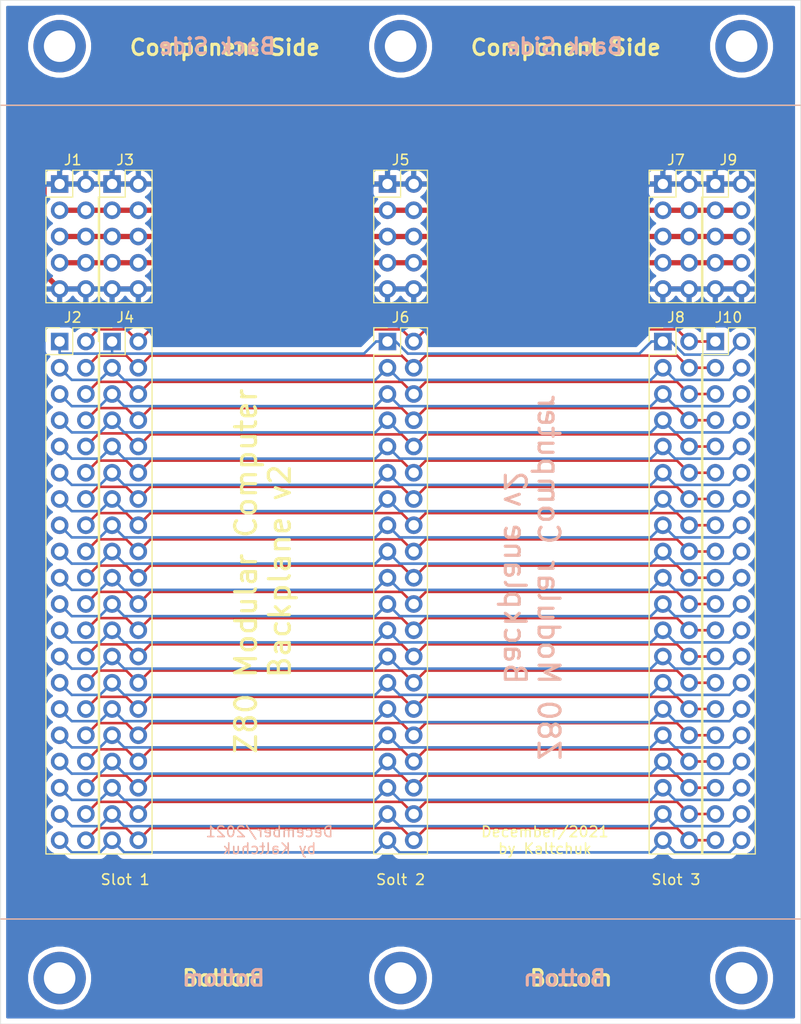
<source format=kicad_pcb>
(kicad_pcb (version 20171130) (host pcbnew "(5.1.4)-1")

  (general
    (thickness 1.6)
    (drawings 23)
    (tracks 638)
    (zones 0)
    (modules 10)
    (nets 45)
  )

  (page A4)
  (layers
    (0 F.Cu signal)
    (31 B.Cu signal)
    (32 B.Adhes user hide)
    (33 F.Adhes user hide)
    (34 B.Paste user hide)
    (35 F.Paste user hide)
    (36 B.SilkS user)
    (37 F.SilkS user)
    (38 B.Mask user hide)
    (39 F.Mask user hide)
    (40 Dwgs.User user)
    (41 Cmts.User user)
    (42 Eco1.User user)
    (43 Eco2.User user)
    (44 Edge.Cuts user)
    (45 Margin user)
    (46 B.CrtYd user)
    (47 F.CrtYd user)
    (48 B.Fab user)
    (49 F.Fab user hide)
  )

  (setup
    (last_trace_width 0.25)
    (trace_clearance 0.2)
    (zone_clearance 0.508)
    (zone_45_only no)
    (trace_min 0.2)
    (via_size 0.8)
    (via_drill 0.4)
    (via_min_size 0.4)
    (via_min_drill 0.3)
    (uvia_size 0.3)
    (uvia_drill 0.1)
    (uvias_allowed no)
    (uvia_min_size 0.2)
    (uvia_min_drill 0.1)
    (edge_width 0.05)
    (segment_width 0.2)
    (pcb_text_width 0.3)
    (pcb_text_size 1.5 1.5)
    (mod_edge_width 0.12)
    (mod_text_size 1 1)
    (mod_text_width 0.15)
    (pad_size 1.524 1.524)
    (pad_drill 0.762)
    (pad_to_mask_clearance 0.051)
    (solder_mask_min_width 0.25)
    (aux_axis_origin 0 0)
    (grid_origin 74.93 134.62)
    (visible_elements 7FFFFFFF)
    (pcbplotparams
      (layerselection 0x010f0_ffffffff)
      (usegerberextensions false)
      (usegerberattributes false)
      (usegerberadvancedattributes false)
      (creategerberjobfile false)
      (excludeedgelayer true)
      (linewidth 0.100000)
      (plotframeref false)
      (viasonmask false)
      (mode 1)
      (useauxorigin false)
      (hpglpennumber 1)
      (hpglpenspeed 20)
      (hpglpendiameter 15.000000)
      (psnegative false)
      (psa4output false)
      (plotreference true)
      (plotvalue true)
      (plotinvisibletext false)
      (padsonsilk false)
      (subtractmaskfromsilk false)
      (outputformat 1)
      (mirror false)
      (drillshape 0)
      (scaleselection 1)
      (outputdirectory ""))
  )

  (net 0 "")
  (net 1 /gnd)
  (net 2 /+5V)
  (net 3 /+12V)
  (net 4 /v1)
  (net 5 /a00)
  (net 6 /a01)
  (net 7 /a02)
  (net 8 /a03)
  (net 9 /a04)
  (net 10 /a05)
  (net 11 /a06)
  (net 12 /a07)
  (net 13 /a08)
  (net 14 /a09)
  (net 15 /a10)
  (net 16 /a11)
  (net 17 /a12)
  (net 18 /a13)
  (net 19 /a14)
  (net 20 /a15)
  (net 21 /d00)
  (net 22 /d01)
  (net 23 /d02)
  (net 24 /d03)
  (net 25 /d04)
  (net 26 /d05)
  (net 27 /d06)
  (net 28 /d07)
  (net 29 /mreq)
  (net 30 /wr)
  (net 31 /iorq)
  (net 32 /rd)
  (net 33 /busrq)
  (net 34 /busack)
  (net 35 /wait)
  (net 36 /halt)
  (net 37 /nmi)
  (net 38 /int)
  (net 39 /s0)
  (net 40 /s1)
  (net 41 /s2)
  (net 42 /m1)
  (net 43 /reset)
  (net 44 /clk)

  (net_class Default "This is the default net class."
    (clearance 0.2)
    (trace_width 0.25)
    (via_dia 0.8)
    (via_drill 0.4)
    (uvia_dia 0.3)
    (uvia_drill 0.1)
    (add_net /a00)
    (add_net /a01)
    (add_net /a02)
    (add_net /a03)
    (add_net /a04)
    (add_net /a05)
    (add_net /a06)
    (add_net /a07)
    (add_net /a08)
    (add_net /a09)
    (add_net /a10)
    (add_net /a11)
    (add_net /a12)
    (add_net /a13)
    (add_net /a14)
    (add_net /a15)
    (add_net /busack)
    (add_net /busrq)
    (add_net /clk)
    (add_net /d00)
    (add_net /d01)
    (add_net /d02)
    (add_net /d03)
    (add_net /d04)
    (add_net /d05)
    (add_net /d06)
    (add_net /d07)
    (add_net /halt)
    (add_net /int)
    (add_net /iorq)
    (add_net /m1)
    (add_net /mreq)
    (add_net /nmi)
    (add_net /rd)
    (add_net /reset)
    (add_net /s0)
    (add_net /s1)
    (add_net /s2)
    (add_net /wait)
    (add_net /wr)
  )

  (net_class Power ""
    (clearance 0.4064)
    (trace_width 0.508)
    (via_dia 0.8)
    (via_drill 0.4)
    (uvia_dia 0.3)
    (uvia_drill 0.1)
    (add_net /+12V)
    (add_net /+5V)
    (add_net /gnd)
    (add_net /v1)
  )

  (module Connector_PinHeader_2.54mm:PinHeader_2x05_P2.54mm_Vertical (layer F.Cu) (tedit 59FED5CC) (tstamp 61E9445A)
    (at 88.9 63.5)
    (descr "Through hole straight pin header, 2x05, 2.54mm pitch, double rows")
    (tags "Through hole pin header THT 2x05 2.54mm double row")
    (path /5DB65F94)
    (fp_text reference J1 (at 1.27 -2.33) (layer F.SilkS)
      (effects (font (size 1 1) (thickness 0.15)))
    )
    (fp_text value Conn_02x05_Odd_Even (at 1.27 12.49) (layer F.Fab)
      (effects (font (size 1 1) (thickness 0.15)))
    )
    (fp_line (start 4.35 -1.8) (end -1.8 -1.8) (layer F.CrtYd) (width 0.05))
    (fp_line (start 4.35 11.95) (end 4.35 -1.8) (layer F.CrtYd) (width 0.05))
    (fp_line (start -1.8 11.95) (end 4.35 11.95) (layer F.CrtYd) (width 0.05))
    (fp_line (start -1.8 -1.8) (end -1.8 11.95) (layer F.CrtYd) (width 0.05))
    (fp_line (start -1.33 -1.33) (end 0 -1.33) (layer F.SilkS) (width 0.12))
    (fp_line (start -1.33 0) (end -1.33 -1.33) (layer F.SilkS) (width 0.12))
    (fp_line (start 1.27 -1.33) (end 3.87 -1.33) (layer F.SilkS) (width 0.12))
    (fp_line (start 1.27 1.27) (end 1.27 -1.33) (layer F.SilkS) (width 0.12))
    (fp_line (start -1.33 1.27) (end 1.27 1.27) (layer F.SilkS) (width 0.12))
    (fp_line (start 3.87 -1.33) (end 3.87 11.49) (layer F.SilkS) (width 0.12))
    (fp_line (start -1.33 1.27) (end -1.33 11.49) (layer F.SilkS) (width 0.12))
    (fp_line (start -1.33 11.49) (end 3.87 11.49) (layer F.SilkS) (width 0.12))
    (fp_line (start -1.27 0) (end 0 -1.27) (layer F.Fab) (width 0.1))
    (fp_line (start -1.27 11.43) (end -1.27 0) (layer F.Fab) (width 0.1))
    (fp_line (start 3.81 11.43) (end -1.27 11.43) (layer F.Fab) (width 0.1))
    (fp_line (start 3.81 -1.27) (end 3.81 11.43) (layer F.Fab) (width 0.1))
    (fp_line (start 0 -1.27) (end 3.81 -1.27) (layer F.Fab) (width 0.1))
    (fp_text user %R (at 1.27 5.08 90) (layer F.Fab)
      (effects (font (size 1 1) (thickness 0.15)))
    )
    (pad 1 thru_hole rect (at 0 0) (size 1.7 1.7) (drill 1) (layers *.Cu *.Mask)
      (net 1 /gnd))
    (pad 2 thru_hole oval (at 2.54 0) (size 1.7 1.7) (drill 1) (layers *.Cu *.Mask)
      (net 1 /gnd))
    (pad 3 thru_hole oval (at 0 2.54) (size 1.7 1.7) (drill 1) (layers *.Cu *.Mask)
      (net 2 /+5V))
    (pad 4 thru_hole oval (at 2.54 2.54) (size 1.7 1.7) (drill 1) (layers *.Cu *.Mask)
      (net 2 /+5V))
    (pad 5 thru_hole oval (at 0 5.08) (size 1.7 1.7) (drill 1) (layers *.Cu *.Mask)
      (net 3 /+12V))
    (pad 6 thru_hole oval (at 2.54 5.08) (size 1.7 1.7) (drill 1) (layers *.Cu *.Mask)
      (net 3 /+12V))
    (pad 7 thru_hole oval (at 0 7.62) (size 1.7 1.7) (drill 1) (layers *.Cu *.Mask)
      (net 4 /v1))
    (pad 8 thru_hole oval (at 2.54 7.62) (size 1.7 1.7) (drill 1) (layers *.Cu *.Mask)
      (net 4 /v1))
    (pad 9 thru_hole oval (at 0 10.16) (size 1.7 1.7) (drill 1) (layers *.Cu *.Mask)
      (net 1 /gnd))
    (pad 10 thru_hole oval (at 2.54 10.16) (size 1.7 1.7) (drill 1) (layers *.Cu *.Mask)
      (net 1 /gnd))
    (model ${KISYS3DMOD}/Connector_PinHeader_2.54mm.3dshapes/PinHeader_2x05_P2.54mm_Vertical.wrl
      (at (xyz 0 0 0))
      (scale (xyz 1 1 1))
      (rotate (xyz 0 0 0))
    )
  )

  (module Connector_PinHeader_2.54mm:PinHeader_2x20_P2.54mm_Vertical (layer F.Cu) (tedit 59FED5CC) (tstamp 61E94325)
    (at 88.9 78.74)
    (descr "Through hole straight pin header, 2x20, 2.54mm pitch, double rows")
    (tags "Through hole pin header THT 2x20 2.54mm double row")
    (path /5DB673AB)
    (fp_text reference J2 (at 1.27 -2.33) (layer F.SilkS)
      (effects (font (size 1 1) (thickness 0.15)))
    )
    (fp_text value Conn_02x20_Odd_Even (at 1.27 50.59) (layer F.Fab)
      (effects (font (size 1 1) (thickness 0.15)))
    )
    (fp_line (start 4.35 -1.8) (end -1.8 -1.8) (layer F.CrtYd) (width 0.05))
    (fp_line (start 4.35 50.05) (end 4.35 -1.8) (layer F.CrtYd) (width 0.05))
    (fp_line (start -1.8 50.05) (end 4.35 50.05) (layer F.CrtYd) (width 0.05))
    (fp_line (start -1.8 -1.8) (end -1.8 50.05) (layer F.CrtYd) (width 0.05))
    (fp_line (start -1.33 -1.33) (end 0 -1.33) (layer F.SilkS) (width 0.12))
    (fp_line (start -1.33 0) (end -1.33 -1.33) (layer F.SilkS) (width 0.12))
    (fp_line (start 1.27 -1.33) (end 3.87 -1.33) (layer F.SilkS) (width 0.12))
    (fp_line (start 1.27 1.27) (end 1.27 -1.33) (layer F.SilkS) (width 0.12))
    (fp_line (start -1.33 1.27) (end 1.27 1.27) (layer F.SilkS) (width 0.12))
    (fp_line (start 3.87 -1.33) (end 3.87 49.59) (layer F.SilkS) (width 0.12))
    (fp_line (start -1.33 1.27) (end -1.33 49.59) (layer F.SilkS) (width 0.12))
    (fp_line (start -1.33 49.59) (end 3.87 49.59) (layer F.SilkS) (width 0.12))
    (fp_line (start -1.27 0) (end 0 -1.27) (layer F.Fab) (width 0.1))
    (fp_line (start -1.27 49.53) (end -1.27 0) (layer F.Fab) (width 0.1))
    (fp_line (start 3.81 49.53) (end -1.27 49.53) (layer F.Fab) (width 0.1))
    (fp_line (start 3.81 -1.27) (end 3.81 49.53) (layer F.Fab) (width 0.1))
    (fp_line (start 0 -1.27) (end 3.81 -1.27) (layer F.Fab) (width 0.1))
    (fp_text user %R (at 1.27 24.13 90) (layer F.Fab)
      (effects (font (size 1 1) (thickness 0.15)))
    )
    (pad 1 thru_hole rect (at 0 0) (size 1.7 1.7) (drill 1) (layers *.Cu *.Mask)
      (net 5 /a00))
    (pad 2 thru_hole oval (at 2.54 0) (size 1.7 1.7) (drill 1) (layers *.Cu *.Mask)
      (net 6 /a01))
    (pad 3 thru_hole oval (at 0 2.54) (size 1.7 1.7) (drill 1) (layers *.Cu *.Mask)
      (net 7 /a02))
    (pad 4 thru_hole oval (at 2.54 2.54) (size 1.7 1.7) (drill 1) (layers *.Cu *.Mask)
      (net 8 /a03))
    (pad 5 thru_hole oval (at 0 5.08) (size 1.7 1.7) (drill 1) (layers *.Cu *.Mask)
      (net 9 /a04))
    (pad 6 thru_hole oval (at 2.54 5.08) (size 1.7 1.7) (drill 1) (layers *.Cu *.Mask)
      (net 10 /a05))
    (pad 7 thru_hole oval (at 0 7.62) (size 1.7 1.7) (drill 1) (layers *.Cu *.Mask)
      (net 11 /a06))
    (pad 8 thru_hole oval (at 2.54 7.62) (size 1.7 1.7) (drill 1) (layers *.Cu *.Mask)
      (net 12 /a07))
    (pad 9 thru_hole oval (at 0 10.16) (size 1.7 1.7) (drill 1) (layers *.Cu *.Mask)
      (net 13 /a08))
    (pad 10 thru_hole oval (at 2.54 10.16) (size 1.7 1.7) (drill 1) (layers *.Cu *.Mask)
      (net 14 /a09))
    (pad 11 thru_hole oval (at 0 12.7) (size 1.7 1.7) (drill 1) (layers *.Cu *.Mask)
      (net 15 /a10))
    (pad 12 thru_hole oval (at 2.54 12.7) (size 1.7 1.7) (drill 1) (layers *.Cu *.Mask)
      (net 16 /a11))
    (pad 13 thru_hole oval (at 0 15.24) (size 1.7 1.7) (drill 1) (layers *.Cu *.Mask)
      (net 17 /a12))
    (pad 14 thru_hole oval (at 2.54 15.24) (size 1.7 1.7) (drill 1) (layers *.Cu *.Mask)
      (net 18 /a13))
    (pad 15 thru_hole oval (at 0 17.78) (size 1.7 1.7) (drill 1) (layers *.Cu *.Mask)
      (net 19 /a14))
    (pad 16 thru_hole oval (at 2.54 17.78) (size 1.7 1.7) (drill 1) (layers *.Cu *.Mask)
      (net 20 /a15))
    (pad 17 thru_hole oval (at 0 20.32) (size 1.7 1.7) (drill 1) (layers *.Cu *.Mask)
      (net 21 /d00))
    (pad 18 thru_hole oval (at 2.54 20.32) (size 1.7 1.7) (drill 1) (layers *.Cu *.Mask)
      (net 22 /d01))
    (pad 19 thru_hole oval (at 0 22.86) (size 1.7 1.7) (drill 1) (layers *.Cu *.Mask)
      (net 23 /d02))
    (pad 20 thru_hole oval (at 2.54 22.86) (size 1.7 1.7) (drill 1) (layers *.Cu *.Mask)
      (net 24 /d03))
    (pad 21 thru_hole oval (at 0 25.4) (size 1.7 1.7) (drill 1) (layers *.Cu *.Mask)
      (net 25 /d04))
    (pad 22 thru_hole oval (at 2.54 25.4) (size 1.7 1.7) (drill 1) (layers *.Cu *.Mask)
      (net 26 /d05))
    (pad 23 thru_hole oval (at 0 27.94) (size 1.7 1.7) (drill 1) (layers *.Cu *.Mask)
      (net 27 /d06))
    (pad 24 thru_hole oval (at 2.54 27.94) (size 1.7 1.7) (drill 1) (layers *.Cu *.Mask)
      (net 28 /d07))
    (pad 25 thru_hole oval (at 0 30.48) (size 1.7 1.7) (drill 1) (layers *.Cu *.Mask)
      (net 29 /mreq))
    (pad 26 thru_hole oval (at 2.54 30.48) (size 1.7 1.7) (drill 1) (layers *.Cu *.Mask)
      (net 30 /wr))
    (pad 27 thru_hole oval (at 0 33.02) (size 1.7 1.7) (drill 1) (layers *.Cu *.Mask)
      (net 31 /iorq))
    (pad 28 thru_hole oval (at 2.54 33.02) (size 1.7 1.7) (drill 1) (layers *.Cu *.Mask)
      (net 32 /rd))
    (pad 29 thru_hole oval (at 0 35.56) (size 1.7 1.7) (drill 1) (layers *.Cu *.Mask)
      (net 33 /busrq))
    (pad 30 thru_hole oval (at 2.54 35.56) (size 1.7 1.7) (drill 1) (layers *.Cu *.Mask)
      (net 34 /busack))
    (pad 31 thru_hole oval (at 0 38.1) (size 1.7 1.7) (drill 1) (layers *.Cu *.Mask)
      (net 35 /wait))
    (pad 32 thru_hole oval (at 2.54 38.1) (size 1.7 1.7) (drill 1) (layers *.Cu *.Mask)
      (net 36 /halt))
    (pad 33 thru_hole oval (at 0 40.64) (size 1.7 1.7) (drill 1) (layers *.Cu *.Mask)
      (net 37 /nmi))
    (pad 34 thru_hole oval (at 2.54 40.64) (size 1.7 1.7) (drill 1) (layers *.Cu *.Mask)
      (net 38 /int))
    (pad 35 thru_hole oval (at 0 43.18) (size 1.7 1.7) (drill 1) (layers *.Cu *.Mask)
      (net 39 /s0))
    (pad 36 thru_hole oval (at 2.54 43.18) (size 1.7 1.7) (drill 1) (layers *.Cu *.Mask)
      (net 40 /s1))
    (pad 37 thru_hole oval (at 0 45.72) (size 1.7 1.7) (drill 1) (layers *.Cu *.Mask)
      (net 41 /s2))
    (pad 38 thru_hole oval (at 2.54 45.72) (size 1.7 1.7) (drill 1) (layers *.Cu *.Mask)
      (net 42 /m1))
    (pad 39 thru_hole oval (at 0 48.26) (size 1.7 1.7) (drill 1) (layers *.Cu *.Mask)
      (net 43 /reset))
    (pad 40 thru_hole oval (at 2.54 48.26) (size 1.7 1.7) (drill 1) (layers *.Cu *.Mask)
      (net 44 /clk))
    (model ${KISYS3DMOD}/Connector_PinHeader_2.54mm.3dshapes/PinHeader_2x20_P2.54mm_Vertical.wrl
      (at (xyz 0 0 0))
      (scale (xyz 1 1 1))
      (rotate (xyz 0 0 0))
    )
  )

  (module Connector_PinHeader_2.54mm:PinHeader_2x05_P2.54mm_Vertical (layer F.Cu) (tedit 59FED5CC) (tstamp 61D9AE1D)
    (at 93.98 63.5)
    (descr "Through hole straight pin header, 2x05, 2.54mm pitch, double rows")
    (tags "Through hole pin header THT 2x05 2.54mm double row")
    (path /5DB71EA0)
    (fp_text reference J3 (at 1.27 -2.33) (layer F.SilkS)
      (effects (font (size 1 1) (thickness 0.15)))
    )
    (fp_text value Conn_02x05_Odd_Even (at 1.27 12.49) (layer F.Fab)
      (effects (font (size 1 1) (thickness 0.15)))
    )
    (fp_line (start 0 -1.27) (end 3.81 -1.27) (layer F.Fab) (width 0.1))
    (fp_line (start 3.81 -1.27) (end 3.81 11.43) (layer F.Fab) (width 0.1))
    (fp_line (start 3.81 11.43) (end -1.27 11.43) (layer F.Fab) (width 0.1))
    (fp_line (start -1.27 11.43) (end -1.27 0) (layer F.Fab) (width 0.1))
    (fp_line (start -1.27 0) (end 0 -1.27) (layer F.Fab) (width 0.1))
    (fp_line (start -1.33 11.49) (end 3.87 11.49) (layer F.SilkS) (width 0.12))
    (fp_line (start -1.33 1.27) (end -1.33 11.49) (layer F.SilkS) (width 0.12))
    (fp_line (start 3.87 -1.33) (end 3.87 11.49) (layer F.SilkS) (width 0.12))
    (fp_line (start -1.33 1.27) (end 1.27 1.27) (layer F.SilkS) (width 0.12))
    (fp_line (start 1.27 1.27) (end 1.27 -1.33) (layer F.SilkS) (width 0.12))
    (fp_line (start 1.27 -1.33) (end 3.87 -1.33) (layer F.SilkS) (width 0.12))
    (fp_line (start -1.33 0) (end -1.33 -1.33) (layer F.SilkS) (width 0.12))
    (fp_line (start -1.33 -1.33) (end 0 -1.33) (layer F.SilkS) (width 0.12))
    (fp_line (start -1.8 -1.8) (end -1.8 11.95) (layer F.CrtYd) (width 0.05))
    (fp_line (start -1.8 11.95) (end 4.35 11.95) (layer F.CrtYd) (width 0.05))
    (fp_line (start 4.35 11.95) (end 4.35 -1.8) (layer F.CrtYd) (width 0.05))
    (fp_line (start 4.35 -1.8) (end -1.8 -1.8) (layer F.CrtYd) (width 0.05))
    (fp_text user %R (at 1.27 5.08 90) (layer F.Fab)
      (effects (font (size 1 1) (thickness 0.15)))
    )
    (pad 10 thru_hole oval (at 2.54 10.16) (size 1.7 1.7) (drill 1) (layers *.Cu *.Mask)
      (net 1 /gnd))
    (pad 9 thru_hole oval (at 0 10.16) (size 1.7 1.7) (drill 1) (layers *.Cu *.Mask)
      (net 1 /gnd))
    (pad 8 thru_hole oval (at 2.54 7.62) (size 1.7 1.7) (drill 1) (layers *.Cu *.Mask)
      (net 4 /v1))
    (pad 7 thru_hole oval (at 0 7.62) (size 1.7 1.7) (drill 1) (layers *.Cu *.Mask)
      (net 4 /v1))
    (pad 6 thru_hole oval (at 2.54 5.08) (size 1.7 1.7) (drill 1) (layers *.Cu *.Mask)
      (net 3 /+12V))
    (pad 5 thru_hole oval (at 0 5.08) (size 1.7 1.7) (drill 1) (layers *.Cu *.Mask)
      (net 3 /+12V))
    (pad 4 thru_hole oval (at 2.54 2.54) (size 1.7 1.7) (drill 1) (layers *.Cu *.Mask)
      (net 2 /+5V))
    (pad 3 thru_hole oval (at 0 2.54) (size 1.7 1.7) (drill 1) (layers *.Cu *.Mask)
      (net 2 /+5V))
    (pad 2 thru_hole oval (at 2.54 0) (size 1.7 1.7) (drill 1) (layers *.Cu *.Mask)
      (net 1 /gnd))
    (pad 1 thru_hole rect (at 0 0) (size 1.7 1.7) (drill 1) (layers *.Cu *.Mask)
      (net 1 /gnd))
    (model ${KISYS3DMOD}/Connector_PinHeader_2.54mm.3dshapes/PinHeader_2x05_P2.54mm_Vertical.wrl
      (at (xyz 0 0 0))
      (scale (xyz 1 1 1))
      (rotate (xyz 0 0 0))
    )
  )

  (module Connector_PinHeader_2.54mm:PinHeader_2x20_P2.54mm_Vertical (layer F.Cu) (tedit 59FED5CC) (tstamp 61D9AE5B)
    (at 93.98 78.74)
    (descr "Through hole straight pin header, 2x20, 2.54mm pitch, double rows")
    (tags "Through hole pin header THT 2x20 2.54mm double row")
    (path /5DB71EA6)
    (fp_text reference J4 (at 1.27 -2.33) (layer F.SilkS)
      (effects (font (size 1 1) (thickness 0.15)))
    )
    (fp_text value Conn_02x20_Odd_Even (at 1.27 50.59) (layer F.Fab)
      (effects (font (size 1 1) (thickness 0.15)))
    )
    (fp_line (start 0 -1.27) (end 3.81 -1.27) (layer F.Fab) (width 0.1))
    (fp_line (start 3.81 -1.27) (end 3.81 49.53) (layer F.Fab) (width 0.1))
    (fp_line (start 3.81 49.53) (end -1.27 49.53) (layer F.Fab) (width 0.1))
    (fp_line (start -1.27 49.53) (end -1.27 0) (layer F.Fab) (width 0.1))
    (fp_line (start -1.27 0) (end 0 -1.27) (layer F.Fab) (width 0.1))
    (fp_line (start -1.33 49.59) (end 3.87 49.59) (layer F.SilkS) (width 0.12))
    (fp_line (start -1.33 1.27) (end -1.33 49.59) (layer F.SilkS) (width 0.12))
    (fp_line (start 3.87 -1.33) (end 3.87 49.59) (layer F.SilkS) (width 0.12))
    (fp_line (start -1.33 1.27) (end 1.27 1.27) (layer F.SilkS) (width 0.12))
    (fp_line (start 1.27 1.27) (end 1.27 -1.33) (layer F.SilkS) (width 0.12))
    (fp_line (start 1.27 -1.33) (end 3.87 -1.33) (layer F.SilkS) (width 0.12))
    (fp_line (start -1.33 0) (end -1.33 -1.33) (layer F.SilkS) (width 0.12))
    (fp_line (start -1.33 -1.33) (end 0 -1.33) (layer F.SilkS) (width 0.12))
    (fp_line (start -1.8 -1.8) (end -1.8 50.05) (layer F.CrtYd) (width 0.05))
    (fp_line (start -1.8 50.05) (end 4.35 50.05) (layer F.CrtYd) (width 0.05))
    (fp_line (start 4.35 50.05) (end 4.35 -1.8) (layer F.CrtYd) (width 0.05))
    (fp_line (start 4.35 -1.8) (end -1.8 -1.8) (layer F.CrtYd) (width 0.05))
    (fp_text user %R (at 1.27 24.13 90) (layer F.Fab)
      (effects (font (size 1 1) (thickness 0.15)))
    )
    (pad 40 thru_hole oval (at 2.54 48.26) (size 1.7 1.7) (drill 1) (layers *.Cu *.Mask)
      (net 44 /clk))
    (pad 39 thru_hole oval (at 0 48.26) (size 1.7 1.7) (drill 1) (layers *.Cu *.Mask)
      (net 43 /reset))
    (pad 38 thru_hole oval (at 2.54 45.72) (size 1.7 1.7) (drill 1) (layers *.Cu *.Mask)
      (net 42 /m1))
    (pad 37 thru_hole oval (at 0 45.72) (size 1.7 1.7) (drill 1) (layers *.Cu *.Mask)
      (net 41 /s2))
    (pad 36 thru_hole oval (at 2.54 43.18) (size 1.7 1.7) (drill 1) (layers *.Cu *.Mask)
      (net 40 /s1))
    (pad 35 thru_hole oval (at 0 43.18) (size 1.7 1.7) (drill 1) (layers *.Cu *.Mask)
      (net 39 /s0))
    (pad 34 thru_hole oval (at 2.54 40.64) (size 1.7 1.7) (drill 1) (layers *.Cu *.Mask)
      (net 38 /int))
    (pad 33 thru_hole oval (at 0 40.64) (size 1.7 1.7) (drill 1) (layers *.Cu *.Mask)
      (net 37 /nmi))
    (pad 32 thru_hole oval (at 2.54 38.1) (size 1.7 1.7) (drill 1) (layers *.Cu *.Mask)
      (net 36 /halt))
    (pad 31 thru_hole oval (at 0 38.1) (size 1.7 1.7) (drill 1) (layers *.Cu *.Mask)
      (net 35 /wait))
    (pad 30 thru_hole oval (at 2.54 35.56) (size 1.7 1.7) (drill 1) (layers *.Cu *.Mask)
      (net 34 /busack))
    (pad 29 thru_hole oval (at 0 35.56) (size 1.7 1.7) (drill 1) (layers *.Cu *.Mask)
      (net 33 /busrq))
    (pad 28 thru_hole oval (at 2.54 33.02) (size 1.7 1.7) (drill 1) (layers *.Cu *.Mask)
      (net 32 /rd))
    (pad 27 thru_hole oval (at 0 33.02) (size 1.7 1.7) (drill 1) (layers *.Cu *.Mask)
      (net 31 /iorq))
    (pad 26 thru_hole oval (at 2.54 30.48) (size 1.7 1.7) (drill 1) (layers *.Cu *.Mask)
      (net 30 /wr))
    (pad 25 thru_hole oval (at 0 30.48) (size 1.7 1.7) (drill 1) (layers *.Cu *.Mask)
      (net 29 /mreq))
    (pad 24 thru_hole oval (at 2.54 27.94) (size 1.7 1.7) (drill 1) (layers *.Cu *.Mask)
      (net 28 /d07))
    (pad 23 thru_hole oval (at 0 27.94) (size 1.7 1.7) (drill 1) (layers *.Cu *.Mask)
      (net 27 /d06))
    (pad 22 thru_hole oval (at 2.54 25.4) (size 1.7 1.7) (drill 1) (layers *.Cu *.Mask)
      (net 26 /d05))
    (pad 21 thru_hole oval (at 0 25.4) (size 1.7 1.7) (drill 1) (layers *.Cu *.Mask)
      (net 25 /d04))
    (pad 20 thru_hole oval (at 2.54 22.86) (size 1.7 1.7) (drill 1) (layers *.Cu *.Mask)
      (net 24 /d03))
    (pad 19 thru_hole oval (at 0 22.86) (size 1.7 1.7) (drill 1) (layers *.Cu *.Mask)
      (net 23 /d02))
    (pad 18 thru_hole oval (at 2.54 20.32) (size 1.7 1.7) (drill 1) (layers *.Cu *.Mask)
      (net 22 /d01))
    (pad 17 thru_hole oval (at 0 20.32) (size 1.7 1.7) (drill 1) (layers *.Cu *.Mask)
      (net 21 /d00))
    (pad 16 thru_hole oval (at 2.54 17.78) (size 1.7 1.7) (drill 1) (layers *.Cu *.Mask)
      (net 20 /a15))
    (pad 15 thru_hole oval (at 0 17.78) (size 1.7 1.7) (drill 1) (layers *.Cu *.Mask)
      (net 19 /a14))
    (pad 14 thru_hole oval (at 2.54 15.24) (size 1.7 1.7) (drill 1) (layers *.Cu *.Mask)
      (net 18 /a13))
    (pad 13 thru_hole oval (at 0 15.24) (size 1.7 1.7) (drill 1) (layers *.Cu *.Mask)
      (net 17 /a12))
    (pad 12 thru_hole oval (at 2.54 12.7) (size 1.7 1.7) (drill 1) (layers *.Cu *.Mask)
      (net 16 /a11))
    (pad 11 thru_hole oval (at 0 12.7) (size 1.7 1.7) (drill 1) (layers *.Cu *.Mask)
      (net 15 /a10))
    (pad 10 thru_hole oval (at 2.54 10.16) (size 1.7 1.7) (drill 1) (layers *.Cu *.Mask)
      (net 14 /a09))
    (pad 9 thru_hole oval (at 0 10.16) (size 1.7 1.7) (drill 1) (layers *.Cu *.Mask)
      (net 13 /a08))
    (pad 8 thru_hole oval (at 2.54 7.62) (size 1.7 1.7) (drill 1) (layers *.Cu *.Mask)
      (net 12 /a07))
    (pad 7 thru_hole oval (at 0 7.62) (size 1.7 1.7) (drill 1) (layers *.Cu *.Mask)
      (net 11 /a06))
    (pad 6 thru_hole oval (at 2.54 5.08) (size 1.7 1.7) (drill 1) (layers *.Cu *.Mask)
      (net 10 /a05))
    (pad 5 thru_hole oval (at 0 5.08) (size 1.7 1.7) (drill 1) (layers *.Cu *.Mask)
      (net 9 /a04))
    (pad 4 thru_hole oval (at 2.54 2.54) (size 1.7 1.7) (drill 1) (layers *.Cu *.Mask)
      (net 8 /a03))
    (pad 3 thru_hole oval (at 0 2.54) (size 1.7 1.7) (drill 1) (layers *.Cu *.Mask)
      (net 7 /a02))
    (pad 2 thru_hole oval (at 2.54 0) (size 1.7 1.7) (drill 1) (layers *.Cu *.Mask)
      (net 6 /a01))
    (pad 1 thru_hole rect (at 0 0) (size 1.7 1.7) (drill 1) (layers *.Cu *.Mask)
      (net 5 /a00))
    (model ${KISYS3DMOD}/Connector_PinHeader_2.54mm.3dshapes/PinHeader_2x20_P2.54mm_Vertical.wrl
      (at (xyz 0 0 0))
      (scale (xyz 1 1 1))
      (rotate (xyz 0 0 0))
    )
  )

  (module Connector_PinHeader_2.54mm:PinHeader_2x05_P2.54mm_Vertical (layer F.Cu) (tedit 59FED5CC) (tstamp 61D9AE7B)
    (at 120.65 63.5)
    (descr "Through hole straight pin header, 2x05, 2.54mm pitch, double rows")
    (tags "Through hole pin header THT 2x05 2.54mm double row")
    (path /5DB749BA)
    (fp_text reference J5 (at 1.27 -2.33) (layer F.SilkS)
      (effects (font (size 1 1) (thickness 0.15)))
    )
    (fp_text value Conn_02x05_Odd_Even (at 1.27 12.49) (layer F.Fab)
      (effects (font (size 1 1) (thickness 0.15)))
    )
    (fp_line (start 4.35 -1.8) (end -1.8 -1.8) (layer F.CrtYd) (width 0.05))
    (fp_line (start 4.35 11.95) (end 4.35 -1.8) (layer F.CrtYd) (width 0.05))
    (fp_line (start -1.8 11.95) (end 4.35 11.95) (layer F.CrtYd) (width 0.05))
    (fp_line (start -1.8 -1.8) (end -1.8 11.95) (layer F.CrtYd) (width 0.05))
    (fp_line (start -1.33 -1.33) (end 0 -1.33) (layer F.SilkS) (width 0.12))
    (fp_line (start -1.33 0) (end -1.33 -1.33) (layer F.SilkS) (width 0.12))
    (fp_line (start 1.27 -1.33) (end 3.87 -1.33) (layer F.SilkS) (width 0.12))
    (fp_line (start 1.27 1.27) (end 1.27 -1.33) (layer F.SilkS) (width 0.12))
    (fp_line (start -1.33 1.27) (end 1.27 1.27) (layer F.SilkS) (width 0.12))
    (fp_line (start 3.87 -1.33) (end 3.87 11.49) (layer F.SilkS) (width 0.12))
    (fp_line (start -1.33 1.27) (end -1.33 11.49) (layer F.SilkS) (width 0.12))
    (fp_line (start -1.33 11.49) (end 3.87 11.49) (layer F.SilkS) (width 0.12))
    (fp_line (start -1.27 0) (end 0 -1.27) (layer F.Fab) (width 0.1))
    (fp_line (start -1.27 11.43) (end -1.27 0) (layer F.Fab) (width 0.1))
    (fp_line (start 3.81 11.43) (end -1.27 11.43) (layer F.Fab) (width 0.1))
    (fp_line (start 3.81 -1.27) (end 3.81 11.43) (layer F.Fab) (width 0.1))
    (fp_line (start 0 -1.27) (end 3.81 -1.27) (layer F.Fab) (width 0.1))
    (fp_text user %R (at 1.27 5.08 90) (layer F.Fab)
      (effects (font (size 1 1) (thickness 0.15)))
    )
    (pad 1 thru_hole rect (at 0 0) (size 1.7 1.7) (drill 1) (layers *.Cu *.Mask)
      (net 1 /gnd))
    (pad 2 thru_hole oval (at 2.54 0) (size 1.7 1.7) (drill 1) (layers *.Cu *.Mask)
      (net 1 /gnd))
    (pad 3 thru_hole oval (at 0 2.54) (size 1.7 1.7) (drill 1) (layers *.Cu *.Mask)
      (net 2 /+5V))
    (pad 4 thru_hole oval (at 2.54 2.54) (size 1.7 1.7) (drill 1) (layers *.Cu *.Mask)
      (net 2 /+5V))
    (pad 5 thru_hole oval (at 0 5.08) (size 1.7 1.7) (drill 1) (layers *.Cu *.Mask)
      (net 3 /+12V))
    (pad 6 thru_hole oval (at 2.54 5.08) (size 1.7 1.7) (drill 1) (layers *.Cu *.Mask)
      (net 3 /+12V))
    (pad 7 thru_hole oval (at 0 7.62) (size 1.7 1.7) (drill 1) (layers *.Cu *.Mask)
      (net 4 /v1))
    (pad 8 thru_hole oval (at 2.54 7.62) (size 1.7 1.7) (drill 1) (layers *.Cu *.Mask)
      (net 4 /v1))
    (pad 9 thru_hole oval (at 0 10.16) (size 1.7 1.7) (drill 1) (layers *.Cu *.Mask)
      (net 1 /gnd))
    (pad 10 thru_hole oval (at 2.54 10.16) (size 1.7 1.7) (drill 1) (layers *.Cu *.Mask)
      (net 1 /gnd))
    (model ${KISYS3DMOD}/Connector_PinHeader_2.54mm.3dshapes/PinHeader_2x05_P2.54mm_Vertical.wrl
      (at (xyz 0 0 0))
      (scale (xyz 1 1 1))
      (rotate (xyz 0 0 0))
    )
  )

  (module Connector_PinHeader_2.54mm:PinHeader_2x20_P2.54mm_Vertical (layer F.Cu) (tedit 59FED5CC) (tstamp 61D9AEB9)
    (at 120.65 78.74)
    (descr "Through hole straight pin header, 2x20, 2.54mm pitch, double rows")
    (tags "Through hole pin header THT 2x20 2.54mm double row")
    (path /5DB749C0)
    (fp_text reference J6 (at 1.27 -2.33) (layer F.SilkS)
      (effects (font (size 1 1) (thickness 0.15)))
    )
    (fp_text value Conn_02x20_Odd_Even (at 1.27 50.59) (layer F.Fab)
      (effects (font (size 1 1) (thickness 0.15)))
    )
    (fp_line (start 4.35 -1.8) (end -1.8 -1.8) (layer F.CrtYd) (width 0.05))
    (fp_line (start 4.35 50.05) (end 4.35 -1.8) (layer F.CrtYd) (width 0.05))
    (fp_line (start -1.8 50.05) (end 4.35 50.05) (layer F.CrtYd) (width 0.05))
    (fp_line (start -1.8 -1.8) (end -1.8 50.05) (layer F.CrtYd) (width 0.05))
    (fp_line (start -1.33 -1.33) (end 0 -1.33) (layer F.SilkS) (width 0.12))
    (fp_line (start -1.33 0) (end -1.33 -1.33) (layer F.SilkS) (width 0.12))
    (fp_line (start 1.27 -1.33) (end 3.87 -1.33) (layer F.SilkS) (width 0.12))
    (fp_line (start 1.27 1.27) (end 1.27 -1.33) (layer F.SilkS) (width 0.12))
    (fp_line (start -1.33 1.27) (end 1.27 1.27) (layer F.SilkS) (width 0.12))
    (fp_line (start 3.87 -1.33) (end 3.87 49.59) (layer F.SilkS) (width 0.12))
    (fp_line (start -1.33 1.27) (end -1.33 49.59) (layer F.SilkS) (width 0.12))
    (fp_line (start -1.33 49.59) (end 3.87 49.59) (layer F.SilkS) (width 0.12))
    (fp_line (start -1.27 0) (end 0 -1.27) (layer F.Fab) (width 0.1))
    (fp_line (start -1.27 49.53) (end -1.27 0) (layer F.Fab) (width 0.1))
    (fp_line (start 3.81 49.53) (end -1.27 49.53) (layer F.Fab) (width 0.1))
    (fp_line (start 3.81 -1.27) (end 3.81 49.53) (layer F.Fab) (width 0.1))
    (fp_line (start 0 -1.27) (end 3.81 -1.27) (layer F.Fab) (width 0.1))
    (fp_text user %R (at 1.27 24.13 90) (layer F.Fab)
      (effects (font (size 1 1) (thickness 0.15)))
    )
    (pad 1 thru_hole rect (at 0 0) (size 1.7 1.7) (drill 1) (layers *.Cu *.Mask)
      (net 5 /a00))
    (pad 2 thru_hole oval (at 2.54 0) (size 1.7 1.7) (drill 1) (layers *.Cu *.Mask)
      (net 6 /a01))
    (pad 3 thru_hole oval (at 0 2.54) (size 1.7 1.7) (drill 1) (layers *.Cu *.Mask)
      (net 7 /a02))
    (pad 4 thru_hole oval (at 2.54 2.54) (size 1.7 1.7) (drill 1) (layers *.Cu *.Mask)
      (net 8 /a03))
    (pad 5 thru_hole oval (at 0 5.08) (size 1.7 1.7) (drill 1) (layers *.Cu *.Mask)
      (net 9 /a04))
    (pad 6 thru_hole oval (at 2.54 5.08) (size 1.7 1.7) (drill 1) (layers *.Cu *.Mask)
      (net 10 /a05))
    (pad 7 thru_hole oval (at 0 7.62) (size 1.7 1.7) (drill 1) (layers *.Cu *.Mask)
      (net 11 /a06))
    (pad 8 thru_hole oval (at 2.54 7.62) (size 1.7 1.7) (drill 1) (layers *.Cu *.Mask)
      (net 12 /a07))
    (pad 9 thru_hole oval (at 0 10.16) (size 1.7 1.7) (drill 1) (layers *.Cu *.Mask)
      (net 13 /a08))
    (pad 10 thru_hole oval (at 2.54 10.16) (size 1.7 1.7) (drill 1) (layers *.Cu *.Mask)
      (net 14 /a09))
    (pad 11 thru_hole oval (at 0 12.7) (size 1.7 1.7) (drill 1) (layers *.Cu *.Mask)
      (net 15 /a10))
    (pad 12 thru_hole oval (at 2.54 12.7) (size 1.7 1.7) (drill 1) (layers *.Cu *.Mask)
      (net 16 /a11))
    (pad 13 thru_hole oval (at 0 15.24) (size 1.7 1.7) (drill 1) (layers *.Cu *.Mask)
      (net 17 /a12))
    (pad 14 thru_hole oval (at 2.54 15.24) (size 1.7 1.7) (drill 1) (layers *.Cu *.Mask)
      (net 18 /a13))
    (pad 15 thru_hole oval (at 0 17.78) (size 1.7 1.7) (drill 1) (layers *.Cu *.Mask)
      (net 19 /a14))
    (pad 16 thru_hole oval (at 2.54 17.78) (size 1.7 1.7) (drill 1) (layers *.Cu *.Mask)
      (net 20 /a15))
    (pad 17 thru_hole oval (at 0 20.32) (size 1.7 1.7) (drill 1) (layers *.Cu *.Mask)
      (net 21 /d00))
    (pad 18 thru_hole oval (at 2.54 20.32) (size 1.7 1.7) (drill 1) (layers *.Cu *.Mask)
      (net 22 /d01))
    (pad 19 thru_hole oval (at 0 22.86) (size 1.7 1.7) (drill 1) (layers *.Cu *.Mask)
      (net 23 /d02))
    (pad 20 thru_hole oval (at 2.54 22.86) (size 1.7 1.7) (drill 1) (layers *.Cu *.Mask)
      (net 24 /d03))
    (pad 21 thru_hole oval (at 0 25.4) (size 1.7 1.7) (drill 1) (layers *.Cu *.Mask)
      (net 25 /d04))
    (pad 22 thru_hole oval (at 2.54 25.4) (size 1.7 1.7) (drill 1) (layers *.Cu *.Mask)
      (net 26 /d05))
    (pad 23 thru_hole oval (at 0 27.94) (size 1.7 1.7) (drill 1) (layers *.Cu *.Mask)
      (net 27 /d06))
    (pad 24 thru_hole oval (at 2.54 27.94) (size 1.7 1.7) (drill 1) (layers *.Cu *.Mask)
      (net 28 /d07))
    (pad 25 thru_hole oval (at 0 30.48) (size 1.7 1.7) (drill 1) (layers *.Cu *.Mask)
      (net 29 /mreq))
    (pad 26 thru_hole oval (at 2.54 30.48) (size 1.7 1.7) (drill 1) (layers *.Cu *.Mask)
      (net 30 /wr))
    (pad 27 thru_hole oval (at 0 33.02) (size 1.7 1.7) (drill 1) (layers *.Cu *.Mask)
      (net 31 /iorq))
    (pad 28 thru_hole oval (at 2.54 33.02) (size 1.7 1.7) (drill 1) (layers *.Cu *.Mask)
      (net 32 /rd))
    (pad 29 thru_hole oval (at 0 35.56) (size 1.7 1.7) (drill 1) (layers *.Cu *.Mask)
      (net 33 /busrq))
    (pad 30 thru_hole oval (at 2.54 35.56) (size 1.7 1.7) (drill 1) (layers *.Cu *.Mask)
      (net 34 /busack))
    (pad 31 thru_hole oval (at 0 38.1) (size 1.7 1.7) (drill 1) (layers *.Cu *.Mask)
      (net 35 /wait))
    (pad 32 thru_hole oval (at 2.54 38.1) (size 1.7 1.7) (drill 1) (layers *.Cu *.Mask)
      (net 36 /halt))
    (pad 33 thru_hole oval (at 0 40.64) (size 1.7 1.7) (drill 1) (layers *.Cu *.Mask)
      (net 37 /nmi))
    (pad 34 thru_hole oval (at 2.54 40.64) (size 1.7 1.7) (drill 1) (layers *.Cu *.Mask)
      (net 38 /int))
    (pad 35 thru_hole oval (at 0 43.18) (size 1.7 1.7) (drill 1) (layers *.Cu *.Mask)
      (net 39 /s0))
    (pad 36 thru_hole oval (at 2.54 43.18) (size 1.7 1.7) (drill 1) (layers *.Cu *.Mask)
      (net 40 /s1))
    (pad 37 thru_hole oval (at 0 45.72) (size 1.7 1.7) (drill 1) (layers *.Cu *.Mask)
      (net 41 /s2))
    (pad 38 thru_hole oval (at 2.54 45.72) (size 1.7 1.7) (drill 1) (layers *.Cu *.Mask)
      (net 42 /m1))
    (pad 39 thru_hole oval (at 0 48.26) (size 1.7 1.7) (drill 1) (layers *.Cu *.Mask)
      (net 43 /reset))
    (pad 40 thru_hole oval (at 2.54 48.26) (size 1.7 1.7) (drill 1) (layers *.Cu *.Mask)
      (net 44 /clk))
    (model ${KISYS3DMOD}/Connector_PinHeader_2.54mm.3dshapes/PinHeader_2x20_P2.54mm_Vertical.wrl
      (at (xyz 0 0 0))
      (scale (xyz 1 1 1))
      (rotate (xyz 0 0 0))
    )
  )

  (module Connector_PinHeader_2.54mm:PinHeader_2x05_P2.54mm_Vertical (layer F.Cu) (tedit 59FED5CC) (tstamp 61D9AED9)
    (at 147.32 63.5)
    (descr "Through hole straight pin header, 2x05, 2.54mm pitch, double rows")
    (tags "Through hole pin header THT 2x05 2.54mm double row")
    (path /5DB778C4)
    (fp_text reference J7 (at 1.27 -2.33) (layer F.SilkS)
      (effects (font (size 1 1) (thickness 0.15)))
    )
    (fp_text value Conn_02x05_Odd_Even (at 1.27 12.49) (layer F.Fab)
      (effects (font (size 1 1) (thickness 0.15)))
    )
    (fp_line (start 0 -1.27) (end 3.81 -1.27) (layer F.Fab) (width 0.1))
    (fp_line (start 3.81 -1.27) (end 3.81 11.43) (layer F.Fab) (width 0.1))
    (fp_line (start 3.81 11.43) (end -1.27 11.43) (layer F.Fab) (width 0.1))
    (fp_line (start -1.27 11.43) (end -1.27 0) (layer F.Fab) (width 0.1))
    (fp_line (start -1.27 0) (end 0 -1.27) (layer F.Fab) (width 0.1))
    (fp_line (start -1.33 11.49) (end 3.87 11.49) (layer F.SilkS) (width 0.12))
    (fp_line (start -1.33 1.27) (end -1.33 11.49) (layer F.SilkS) (width 0.12))
    (fp_line (start 3.87 -1.33) (end 3.87 11.49) (layer F.SilkS) (width 0.12))
    (fp_line (start -1.33 1.27) (end 1.27 1.27) (layer F.SilkS) (width 0.12))
    (fp_line (start 1.27 1.27) (end 1.27 -1.33) (layer F.SilkS) (width 0.12))
    (fp_line (start 1.27 -1.33) (end 3.87 -1.33) (layer F.SilkS) (width 0.12))
    (fp_line (start -1.33 0) (end -1.33 -1.33) (layer F.SilkS) (width 0.12))
    (fp_line (start -1.33 -1.33) (end 0 -1.33) (layer F.SilkS) (width 0.12))
    (fp_line (start -1.8 -1.8) (end -1.8 11.95) (layer F.CrtYd) (width 0.05))
    (fp_line (start -1.8 11.95) (end 4.35 11.95) (layer F.CrtYd) (width 0.05))
    (fp_line (start 4.35 11.95) (end 4.35 -1.8) (layer F.CrtYd) (width 0.05))
    (fp_line (start 4.35 -1.8) (end -1.8 -1.8) (layer F.CrtYd) (width 0.05))
    (fp_text user %R (at 1.27 5.08 90) (layer F.Fab)
      (effects (font (size 1 1) (thickness 0.15)))
    )
    (pad 10 thru_hole oval (at 2.54 10.16) (size 1.7 1.7) (drill 1) (layers *.Cu *.Mask)
      (net 1 /gnd))
    (pad 9 thru_hole oval (at 0 10.16) (size 1.7 1.7) (drill 1) (layers *.Cu *.Mask)
      (net 1 /gnd))
    (pad 8 thru_hole oval (at 2.54 7.62) (size 1.7 1.7) (drill 1) (layers *.Cu *.Mask)
      (net 4 /v1))
    (pad 7 thru_hole oval (at 0 7.62) (size 1.7 1.7) (drill 1) (layers *.Cu *.Mask)
      (net 4 /v1))
    (pad 6 thru_hole oval (at 2.54 5.08) (size 1.7 1.7) (drill 1) (layers *.Cu *.Mask)
      (net 3 /+12V))
    (pad 5 thru_hole oval (at 0 5.08) (size 1.7 1.7) (drill 1) (layers *.Cu *.Mask)
      (net 3 /+12V))
    (pad 4 thru_hole oval (at 2.54 2.54) (size 1.7 1.7) (drill 1) (layers *.Cu *.Mask)
      (net 2 /+5V))
    (pad 3 thru_hole oval (at 0 2.54) (size 1.7 1.7) (drill 1) (layers *.Cu *.Mask)
      (net 2 /+5V))
    (pad 2 thru_hole oval (at 2.54 0) (size 1.7 1.7) (drill 1) (layers *.Cu *.Mask)
      (net 1 /gnd))
    (pad 1 thru_hole rect (at 0 0) (size 1.7 1.7) (drill 1) (layers *.Cu *.Mask)
      (net 1 /gnd))
    (model ${KISYS3DMOD}/Connector_PinHeader_2.54mm.3dshapes/PinHeader_2x05_P2.54mm_Vertical.wrl
      (at (xyz 0 0 0))
      (scale (xyz 1 1 1))
      (rotate (xyz 0 0 0))
    )
  )

  (module Connector_PinHeader_2.54mm:PinHeader_2x20_P2.54mm_Vertical (layer F.Cu) (tedit 59FED5CC) (tstamp 61D9AF17)
    (at 147.32 78.74)
    (descr "Through hole straight pin header, 2x20, 2.54mm pitch, double rows")
    (tags "Through hole pin header THT 2x20 2.54mm double row")
    (path /5DB778CA)
    (fp_text reference J8 (at 1.27 -2.33) (layer F.SilkS)
      (effects (font (size 1 1) (thickness 0.15)))
    )
    (fp_text value Conn_02x20_Odd_Even (at 1.27 50.59) (layer F.Fab)
      (effects (font (size 1 1) (thickness 0.15)))
    )
    (fp_line (start 0 -1.27) (end 3.81 -1.27) (layer F.Fab) (width 0.1))
    (fp_line (start 3.81 -1.27) (end 3.81 49.53) (layer F.Fab) (width 0.1))
    (fp_line (start 3.81 49.53) (end -1.27 49.53) (layer F.Fab) (width 0.1))
    (fp_line (start -1.27 49.53) (end -1.27 0) (layer F.Fab) (width 0.1))
    (fp_line (start -1.27 0) (end 0 -1.27) (layer F.Fab) (width 0.1))
    (fp_line (start -1.33 49.59) (end 3.87 49.59) (layer F.SilkS) (width 0.12))
    (fp_line (start -1.33 1.27) (end -1.33 49.59) (layer F.SilkS) (width 0.12))
    (fp_line (start 3.87 -1.33) (end 3.87 49.59) (layer F.SilkS) (width 0.12))
    (fp_line (start -1.33 1.27) (end 1.27 1.27) (layer F.SilkS) (width 0.12))
    (fp_line (start 1.27 1.27) (end 1.27 -1.33) (layer F.SilkS) (width 0.12))
    (fp_line (start 1.27 -1.33) (end 3.87 -1.33) (layer F.SilkS) (width 0.12))
    (fp_line (start -1.33 0) (end -1.33 -1.33) (layer F.SilkS) (width 0.12))
    (fp_line (start -1.33 -1.33) (end 0 -1.33) (layer F.SilkS) (width 0.12))
    (fp_line (start -1.8 -1.8) (end -1.8 50.05) (layer F.CrtYd) (width 0.05))
    (fp_line (start -1.8 50.05) (end 4.35 50.05) (layer F.CrtYd) (width 0.05))
    (fp_line (start 4.35 50.05) (end 4.35 -1.8) (layer F.CrtYd) (width 0.05))
    (fp_line (start 4.35 -1.8) (end -1.8 -1.8) (layer F.CrtYd) (width 0.05))
    (fp_text user %R (at 1.27 24.13 90) (layer F.Fab)
      (effects (font (size 1 1) (thickness 0.15)))
    )
    (pad 40 thru_hole oval (at 2.54 48.26) (size 1.7 1.7) (drill 1) (layers *.Cu *.Mask)
      (net 44 /clk))
    (pad 39 thru_hole oval (at 0 48.26) (size 1.7 1.7) (drill 1) (layers *.Cu *.Mask)
      (net 43 /reset))
    (pad 38 thru_hole oval (at 2.54 45.72) (size 1.7 1.7) (drill 1) (layers *.Cu *.Mask)
      (net 42 /m1))
    (pad 37 thru_hole oval (at 0 45.72) (size 1.7 1.7) (drill 1) (layers *.Cu *.Mask)
      (net 41 /s2))
    (pad 36 thru_hole oval (at 2.54 43.18) (size 1.7 1.7) (drill 1) (layers *.Cu *.Mask)
      (net 40 /s1))
    (pad 35 thru_hole oval (at 0 43.18) (size 1.7 1.7) (drill 1) (layers *.Cu *.Mask)
      (net 39 /s0))
    (pad 34 thru_hole oval (at 2.54 40.64) (size 1.7 1.7) (drill 1) (layers *.Cu *.Mask)
      (net 38 /int))
    (pad 33 thru_hole oval (at 0 40.64) (size 1.7 1.7) (drill 1) (layers *.Cu *.Mask)
      (net 37 /nmi))
    (pad 32 thru_hole oval (at 2.54 38.1) (size 1.7 1.7) (drill 1) (layers *.Cu *.Mask)
      (net 36 /halt))
    (pad 31 thru_hole oval (at 0 38.1) (size 1.7 1.7) (drill 1) (layers *.Cu *.Mask)
      (net 35 /wait))
    (pad 30 thru_hole oval (at 2.54 35.56) (size 1.7 1.7) (drill 1) (layers *.Cu *.Mask)
      (net 34 /busack))
    (pad 29 thru_hole oval (at 0 35.56) (size 1.7 1.7) (drill 1) (layers *.Cu *.Mask)
      (net 33 /busrq))
    (pad 28 thru_hole oval (at 2.54 33.02) (size 1.7 1.7) (drill 1) (layers *.Cu *.Mask)
      (net 32 /rd))
    (pad 27 thru_hole oval (at 0 33.02) (size 1.7 1.7) (drill 1) (layers *.Cu *.Mask)
      (net 31 /iorq))
    (pad 26 thru_hole oval (at 2.54 30.48) (size 1.7 1.7) (drill 1) (layers *.Cu *.Mask)
      (net 30 /wr))
    (pad 25 thru_hole oval (at 0 30.48) (size 1.7 1.7) (drill 1) (layers *.Cu *.Mask)
      (net 29 /mreq))
    (pad 24 thru_hole oval (at 2.54 27.94) (size 1.7 1.7) (drill 1) (layers *.Cu *.Mask)
      (net 28 /d07))
    (pad 23 thru_hole oval (at 0 27.94) (size 1.7 1.7) (drill 1) (layers *.Cu *.Mask)
      (net 27 /d06))
    (pad 22 thru_hole oval (at 2.54 25.4) (size 1.7 1.7) (drill 1) (layers *.Cu *.Mask)
      (net 26 /d05))
    (pad 21 thru_hole oval (at 0 25.4) (size 1.7 1.7) (drill 1) (layers *.Cu *.Mask)
      (net 25 /d04))
    (pad 20 thru_hole oval (at 2.54 22.86) (size 1.7 1.7) (drill 1) (layers *.Cu *.Mask)
      (net 24 /d03))
    (pad 19 thru_hole oval (at 0 22.86) (size 1.7 1.7) (drill 1) (layers *.Cu *.Mask)
      (net 23 /d02))
    (pad 18 thru_hole oval (at 2.54 20.32) (size 1.7 1.7) (drill 1) (layers *.Cu *.Mask)
      (net 22 /d01))
    (pad 17 thru_hole oval (at 0 20.32) (size 1.7 1.7) (drill 1) (layers *.Cu *.Mask)
      (net 21 /d00))
    (pad 16 thru_hole oval (at 2.54 17.78) (size 1.7 1.7) (drill 1) (layers *.Cu *.Mask)
      (net 20 /a15))
    (pad 15 thru_hole oval (at 0 17.78) (size 1.7 1.7) (drill 1) (layers *.Cu *.Mask)
      (net 19 /a14))
    (pad 14 thru_hole oval (at 2.54 15.24) (size 1.7 1.7) (drill 1) (layers *.Cu *.Mask)
      (net 18 /a13))
    (pad 13 thru_hole oval (at 0 15.24) (size 1.7 1.7) (drill 1) (layers *.Cu *.Mask)
      (net 17 /a12))
    (pad 12 thru_hole oval (at 2.54 12.7) (size 1.7 1.7) (drill 1) (layers *.Cu *.Mask)
      (net 16 /a11))
    (pad 11 thru_hole oval (at 0 12.7) (size 1.7 1.7) (drill 1) (layers *.Cu *.Mask)
      (net 15 /a10))
    (pad 10 thru_hole oval (at 2.54 10.16) (size 1.7 1.7) (drill 1) (layers *.Cu *.Mask)
      (net 14 /a09))
    (pad 9 thru_hole oval (at 0 10.16) (size 1.7 1.7) (drill 1) (layers *.Cu *.Mask)
      (net 13 /a08))
    (pad 8 thru_hole oval (at 2.54 7.62) (size 1.7 1.7) (drill 1) (layers *.Cu *.Mask)
      (net 12 /a07))
    (pad 7 thru_hole oval (at 0 7.62) (size 1.7 1.7) (drill 1) (layers *.Cu *.Mask)
      (net 11 /a06))
    (pad 6 thru_hole oval (at 2.54 5.08) (size 1.7 1.7) (drill 1) (layers *.Cu *.Mask)
      (net 10 /a05))
    (pad 5 thru_hole oval (at 0 5.08) (size 1.7 1.7) (drill 1) (layers *.Cu *.Mask)
      (net 9 /a04))
    (pad 4 thru_hole oval (at 2.54 2.54) (size 1.7 1.7) (drill 1) (layers *.Cu *.Mask)
      (net 8 /a03))
    (pad 3 thru_hole oval (at 0 2.54) (size 1.7 1.7) (drill 1) (layers *.Cu *.Mask)
      (net 7 /a02))
    (pad 2 thru_hole oval (at 2.54 0) (size 1.7 1.7) (drill 1) (layers *.Cu *.Mask)
      (net 6 /a01))
    (pad 1 thru_hole rect (at 0 0) (size 1.7 1.7) (drill 1) (layers *.Cu *.Mask)
      (net 5 /a00))
    (model ${KISYS3DMOD}/Connector_PinHeader_2.54mm.3dshapes/PinHeader_2x20_P2.54mm_Vertical.wrl
      (at (xyz 0 0 0))
      (scale (xyz 1 1 1))
      (rotate (xyz 0 0 0))
    )
  )

  (module Connector_PinHeader_2.54mm:PinHeader_2x05_P2.54mm_Vertical (layer F.Cu) (tedit 59FED5CC) (tstamp 61F019EC)
    (at 152.4 63.5)
    (descr "Through hole straight pin header, 2x05, 2.54mm pitch, double rows")
    (tags "Through hole pin header THT 2x05 2.54mm double row")
    (path /61DA4091)
    (fp_text reference J9 (at 1.27 -2.33) (layer F.SilkS)
      (effects (font (size 1 1) (thickness 0.15)))
    )
    (fp_text value Conn_02x05_Odd_Even (at 1.27 12.49) (layer F.Fab)
      (effects (font (size 1 1) (thickness 0.15)))
    )
    (fp_line (start 4.35 -1.8) (end -1.8 -1.8) (layer F.CrtYd) (width 0.05))
    (fp_line (start 4.35 11.95) (end 4.35 -1.8) (layer F.CrtYd) (width 0.05))
    (fp_line (start -1.8 11.95) (end 4.35 11.95) (layer F.CrtYd) (width 0.05))
    (fp_line (start -1.8 -1.8) (end -1.8 11.95) (layer F.CrtYd) (width 0.05))
    (fp_line (start -1.33 -1.33) (end 0 -1.33) (layer F.SilkS) (width 0.12))
    (fp_line (start -1.33 0) (end -1.33 -1.33) (layer F.SilkS) (width 0.12))
    (fp_line (start 1.27 -1.33) (end 3.87 -1.33) (layer F.SilkS) (width 0.12))
    (fp_line (start 1.27 1.27) (end 1.27 -1.33) (layer F.SilkS) (width 0.12))
    (fp_line (start -1.33 1.27) (end 1.27 1.27) (layer F.SilkS) (width 0.12))
    (fp_line (start 3.87 -1.33) (end 3.87 11.49) (layer F.SilkS) (width 0.12))
    (fp_line (start -1.33 1.27) (end -1.33 11.49) (layer F.SilkS) (width 0.12))
    (fp_line (start -1.33 11.49) (end 3.87 11.49) (layer F.SilkS) (width 0.12))
    (fp_line (start -1.27 0) (end 0 -1.27) (layer F.Fab) (width 0.1))
    (fp_line (start -1.27 11.43) (end -1.27 0) (layer F.Fab) (width 0.1))
    (fp_line (start 3.81 11.43) (end -1.27 11.43) (layer F.Fab) (width 0.1))
    (fp_line (start 3.81 -1.27) (end 3.81 11.43) (layer F.Fab) (width 0.1))
    (fp_line (start 0 -1.27) (end 3.81 -1.27) (layer F.Fab) (width 0.1))
    (fp_text user %R (at 1.27 5.08 90) (layer F.Fab)
      (effects (font (size 1 1) (thickness 0.15)))
    )
    (pad 1 thru_hole rect (at 0 0) (size 1.7 1.7) (drill 1) (layers *.Cu *.Mask)
      (net 1 /gnd))
    (pad 2 thru_hole oval (at 2.54 0) (size 1.7 1.7) (drill 1) (layers *.Cu *.Mask)
      (net 1 /gnd))
    (pad 3 thru_hole oval (at 0 2.54) (size 1.7 1.7) (drill 1) (layers *.Cu *.Mask)
      (net 2 /+5V))
    (pad 4 thru_hole oval (at 2.54 2.54) (size 1.7 1.7) (drill 1) (layers *.Cu *.Mask)
      (net 2 /+5V))
    (pad 5 thru_hole oval (at 0 5.08) (size 1.7 1.7) (drill 1) (layers *.Cu *.Mask)
      (net 3 /+12V))
    (pad 6 thru_hole oval (at 2.54 5.08) (size 1.7 1.7) (drill 1) (layers *.Cu *.Mask)
      (net 3 /+12V))
    (pad 7 thru_hole oval (at 0 7.62) (size 1.7 1.7) (drill 1) (layers *.Cu *.Mask)
      (net 4 /v1))
    (pad 8 thru_hole oval (at 2.54 7.62) (size 1.7 1.7) (drill 1) (layers *.Cu *.Mask)
      (net 4 /v1))
    (pad 9 thru_hole oval (at 0 10.16) (size 1.7 1.7) (drill 1) (layers *.Cu *.Mask)
      (net 1 /gnd))
    (pad 10 thru_hole oval (at 2.54 10.16) (size 1.7 1.7) (drill 1) (layers *.Cu *.Mask)
      (net 1 /gnd))
    (model ${KISYS3DMOD}/Connector_PinHeader_2.54mm.3dshapes/PinHeader_2x05_P2.54mm_Vertical.wrl
      (at (xyz 0 0 0))
      (scale (xyz 1 1 1))
      (rotate (xyz 0 0 0))
    )
  )

  (module Connector_PinHeader_2.54mm:PinHeader_2x20_P2.54mm_Vertical (layer F.Cu) (tedit 59FED5CC) (tstamp 61D9AF75)
    (at 152.4 78.74)
    (descr "Through hole straight pin header, 2x20, 2.54mm pitch, double rows")
    (tags "Through hole pin header THT 2x20 2.54mm double row")
    (path /61DA409B)
    (fp_text reference J10 (at 1.27 -2.33) (layer F.SilkS)
      (effects (font (size 1 1) (thickness 0.15)))
    )
    (fp_text value Conn_02x20_Odd_Even (at 1.27 50.59) (layer F.Fab)
      (effects (font (size 1 1) (thickness 0.15)))
    )
    (fp_line (start 4.35 -1.8) (end -1.8 -1.8) (layer F.CrtYd) (width 0.05))
    (fp_line (start 4.35 50.05) (end 4.35 -1.8) (layer F.CrtYd) (width 0.05))
    (fp_line (start -1.8 50.05) (end 4.35 50.05) (layer F.CrtYd) (width 0.05))
    (fp_line (start -1.8 -1.8) (end -1.8 50.05) (layer F.CrtYd) (width 0.05))
    (fp_line (start -1.33 -1.33) (end 0 -1.33) (layer F.SilkS) (width 0.12))
    (fp_line (start -1.33 0) (end -1.33 -1.33) (layer F.SilkS) (width 0.12))
    (fp_line (start 1.27 -1.33) (end 3.87 -1.33) (layer F.SilkS) (width 0.12))
    (fp_line (start 1.27 1.27) (end 1.27 -1.33) (layer F.SilkS) (width 0.12))
    (fp_line (start -1.33 1.27) (end 1.27 1.27) (layer F.SilkS) (width 0.12))
    (fp_line (start 3.87 -1.33) (end 3.87 49.59) (layer F.SilkS) (width 0.12))
    (fp_line (start -1.33 1.27) (end -1.33 49.59) (layer F.SilkS) (width 0.12))
    (fp_line (start -1.33 49.59) (end 3.87 49.59) (layer F.SilkS) (width 0.12))
    (fp_line (start -1.27 0) (end 0 -1.27) (layer F.Fab) (width 0.1))
    (fp_line (start -1.27 49.53) (end -1.27 0) (layer F.Fab) (width 0.1))
    (fp_line (start 3.81 49.53) (end -1.27 49.53) (layer F.Fab) (width 0.1))
    (fp_line (start 3.81 -1.27) (end 3.81 49.53) (layer F.Fab) (width 0.1))
    (fp_line (start 0 -1.27) (end 3.81 -1.27) (layer F.Fab) (width 0.1))
    (fp_text user %R (at 1.27 24.13 90) (layer F.Fab)
      (effects (font (size 1 1) (thickness 0.15)))
    )
    (pad 1 thru_hole rect (at 0 0) (size 1.7 1.7) (drill 1) (layers *.Cu *.Mask)
      (net 6 /a01))
    (pad 2 thru_hole oval (at 2.54 0) (size 1.7 1.7) (drill 1) (layers *.Cu *.Mask)
      (net 5 /a00))
    (pad 3 thru_hole oval (at 0 2.54) (size 1.7 1.7) (drill 1) (layers *.Cu *.Mask)
      (net 8 /a03))
    (pad 4 thru_hole oval (at 2.54 2.54) (size 1.7 1.7) (drill 1) (layers *.Cu *.Mask)
      (net 7 /a02))
    (pad 5 thru_hole oval (at 0 5.08) (size 1.7 1.7) (drill 1) (layers *.Cu *.Mask)
      (net 10 /a05))
    (pad 6 thru_hole oval (at 2.54 5.08) (size 1.7 1.7) (drill 1) (layers *.Cu *.Mask)
      (net 9 /a04))
    (pad 7 thru_hole oval (at 0 7.62) (size 1.7 1.7) (drill 1) (layers *.Cu *.Mask)
      (net 12 /a07))
    (pad 8 thru_hole oval (at 2.54 7.62) (size 1.7 1.7) (drill 1) (layers *.Cu *.Mask)
      (net 11 /a06))
    (pad 9 thru_hole oval (at 0 10.16) (size 1.7 1.7) (drill 1) (layers *.Cu *.Mask)
      (net 14 /a09))
    (pad 10 thru_hole oval (at 2.54 10.16) (size 1.7 1.7) (drill 1) (layers *.Cu *.Mask)
      (net 13 /a08))
    (pad 11 thru_hole oval (at 0 12.7) (size 1.7 1.7) (drill 1) (layers *.Cu *.Mask)
      (net 16 /a11))
    (pad 12 thru_hole oval (at 2.54 12.7) (size 1.7 1.7) (drill 1) (layers *.Cu *.Mask)
      (net 15 /a10))
    (pad 13 thru_hole oval (at 0 15.24) (size 1.7 1.7) (drill 1) (layers *.Cu *.Mask)
      (net 18 /a13))
    (pad 14 thru_hole oval (at 2.54 15.24) (size 1.7 1.7) (drill 1) (layers *.Cu *.Mask)
      (net 17 /a12))
    (pad 15 thru_hole oval (at 0 17.78) (size 1.7 1.7) (drill 1) (layers *.Cu *.Mask)
      (net 20 /a15))
    (pad 16 thru_hole oval (at 2.54 17.78) (size 1.7 1.7) (drill 1) (layers *.Cu *.Mask)
      (net 19 /a14))
    (pad 17 thru_hole oval (at 0 20.32) (size 1.7 1.7) (drill 1) (layers *.Cu *.Mask)
      (net 22 /d01))
    (pad 18 thru_hole oval (at 2.54 20.32) (size 1.7 1.7) (drill 1) (layers *.Cu *.Mask)
      (net 21 /d00))
    (pad 19 thru_hole oval (at 0 22.86) (size 1.7 1.7) (drill 1) (layers *.Cu *.Mask)
      (net 24 /d03))
    (pad 20 thru_hole oval (at 2.54 22.86) (size 1.7 1.7) (drill 1) (layers *.Cu *.Mask)
      (net 23 /d02))
    (pad 21 thru_hole oval (at 0 25.4) (size 1.7 1.7) (drill 1) (layers *.Cu *.Mask)
      (net 26 /d05))
    (pad 22 thru_hole oval (at 2.54 25.4) (size 1.7 1.7) (drill 1) (layers *.Cu *.Mask)
      (net 25 /d04))
    (pad 23 thru_hole oval (at 0 27.94) (size 1.7 1.7) (drill 1) (layers *.Cu *.Mask)
      (net 28 /d07))
    (pad 24 thru_hole oval (at 2.54 27.94) (size 1.7 1.7) (drill 1) (layers *.Cu *.Mask)
      (net 27 /d06))
    (pad 25 thru_hole oval (at 0 30.48) (size 1.7 1.7) (drill 1) (layers *.Cu *.Mask)
      (net 30 /wr))
    (pad 26 thru_hole oval (at 2.54 30.48) (size 1.7 1.7) (drill 1) (layers *.Cu *.Mask)
      (net 29 /mreq))
    (pad 27 thru_hole oval (at 0 33.02) (size 1.7 1.7) (drill 1) (layers *.Cu *.Mask)
      (net 32 /rd))
    (pad 28 thru_hole oval (at 2.54 33.02) (size 1.7 1.7) (drill 1) (layers *.Cu *.Mask)
      (net 31 /iorq))
    (pad 29 thru_hole oval (at 0 35.56) (size 1.7 1.7) (drill 1) (layers *.Cu *.Mask)
      (net 34 /busack))
    (pad 30 thru_hole oval (at 2.54 35.56) (size 1.7 1.7) (drill 1) (layers *.Cu *.Mask)
      (net 33 /busrq))
    (pad 31 thru_hole oval (at 0 38.1) (size 1.7 1.7) (drill 1) (layers *.Cu *.Mask)
      (net 36 /halt))
    (pad 32 thru_hole oval (at 2.54 38.1) (size 1.7 1.7) (drill 1) (layers *.Cu *.Mask)
      (net 35 /wait))
    (pad 33 thru_hole oval (at 0 40.64) (size 1.7 1.7) (drill 1) (layers *.Cu *.Mask)
      (net 38 /int))
    (pad 34 thru_hole oval (at 2.54 40.64) (size 1.7 1.7) (drill 1) (layers *.Cu *.Mask)
      (net 37 /nmi))
    (pad 35 thru_hole oval (at 0 43.18) (size 1.7 1.7) (drill 1) (layers *.Cu *.Mask)
      (net 40 /s1))
    (pad 36 thru_hole oval (at 2.54 43.18) (size 1.7 1.7) (drill 1) (layers *.Cu *.Mask)
      (net 39 /s0))
    (pad 37 thru_hole oval (at 0 45.72) (size 1.7 1.7) (drill 1) (layers *.Cu *.Mask)
      (net 42 /m1))
    (pad 38 thru_hole oval (at 2.54 45.72) (size 1.7 1.7) (drill 1) (layers *.Cu *.Mask)
      (net 41 /s2))
    (pad 39 thru_hole oval (at 0 48.26) (size 1.7 1.7) (drill 1) (layers *.Cu *.Mask)
      (net 44 /clk))
    (pad 40 thru_hole oval (at 2.54 48.26) (size 1.7 1.7) (drill 1) (layers *.Cu *.Mask)
      (net 43 /reset))
    (model ${KISYS3DMOD}/Connector_PinHeader_2.54mm.3dshapes/PinHeader_2x20_P2.54mm_Vertical.wrl
      (at (xyz 0 0 0))
      (scale (xyz 1 1 1))
      (rotate (xyz 0 0 0))
    )
  )

  (gr_line (start 83.185 134.62) (end 160.655 134.62) (layer B.SilkS) (width 0.12) (tstamp 61F08E13))
  (gr_line (start 160.655 55.88) (end 83.185 55.88) (layer B.SilkS) (width 0.12) (tstamp 61F08E0E))
  (gr_text "Component Side" (at 137.922 50.292) (layer F.SilkS) (tstamp 61EC15E3)
    (effects (font (size 1.5 1.5) (thickness 0.3)))
  )
  (gr_text "Component Side" (at 104.902 50.292) (layer F.SilkS) (tstamp 61EC15DF)
    (effects (font (size 1.5 1.5) (thickness 0.3)))
  )
  (gr_text Bottom (at 104.775 140.335) (layer F.SilkS) (tstamp 61EC15DB)
    (effects (font (size 1.5 1.5) (thickness 0.3)))
  )
  (gr_text Bottom (at 138.43 140.335) (layer F.SilkS)
    (effects (font (size 1.5 1.5) (thickness 0.3)))
  )
  (gr_text Bottom (at 104.775 140.335) (layer B.SilkS) (tstamp 61EC1216)
    (effects (font (size 1.5 1.5) (thickness 0.3)) (justify mirror))
  )
  (gr_text Bottom (at 137.795 140.335) (layer B.SilkS) (tstamp 61EC1212)
    (effects (font (size 1.5 1.5) (thickness 0.3)) (justify mirror))
  )
  (gr_text "Back Side" (at 104.14 50.165) (layer B.SilkS) (tstamp 61EC120E)
    (effects (font (size 1.5 1.5) (thickness 0.3)) (justify mirror))
  )
  (gr_text "Back Side" (at 137.795 50.165) (layer B.SilkS)
    (effects (font (size 1.5 1.5) (thickness 0.3)) (justify mirror))
  )
  (gr_text "December/2021\nby Kaltchuk" (at 109.22 127) (layer B.SilkS) (tstamp 61EC11FF)
    (effects (font (size 1.016 1.016) (thickness 0.1524)) (justify mirror))
  )
  (gr_text "Z80 Modular Computer\nBackplane v2" (at 134.62 101.6 -90) (layer B.SilkS) (tstamp 61EC0A73)
    (effects (font (size 2.032 2.032) (thickness 0.3048)) (justify mirror))
  )
  (gr_text "Slot 3" (at 148.59 130.81) (layer F.SilkS) (tstamp 61EBE7F7)
    (effects (font (size 1.016 1.016) (thickness 0.1524)))
  )
  (gr_text "Solt 2" (at 121.92 130.81) (layer F.SilkS) (tstamp 61EBE7F4)
    (effects (font (size 1.016 1.016) (thickness 0.1524)))
  )
  (gr_text "Slot 1" (at 95.25 130.81) (layer F.SilkS) (tstamp 61EBE7F0)
    (effects (font (size 1.016 1.016) (thickness 0.1524)))
  )
  (gr_line (start 83.185 134.62) (end 160.655 134.62) (layer F.SilkS) (width 0.12))
  (gr_line (start 160.655 55.88) (end 83.185 55.88) (layer F.SilkS) (width 0.12))
  (gr_text "December/2021\nby Kaltchuk" (at 135.89 127) (layer F.SilkS)
    (effects (font (size 1.016 1.016) (thickness 0.1524)))
  )
  (gr_text "Z80 Modular Computer\nBackplane v2" (at 108.585 100.965 90) (layer F.SilkS)
    (effects (font (size 2.032 2.032) (thickness 0.3048)))
  )
  (gr_line (start 160.655 144.78) (end 160.655 45.72) (layer Edge.Cuts) (width 0.05) (tstamp 61EBB043))
  (gr_line (start 83.185 144.78) (end 160.655 144.78) (layer Edge.Cuts) (width 0.05))
  (gr_line (start 83.185 45.72) (end 83.185 144.78) (layer Edge.Cuts) (width 0.05))
  (gr_line (start 160.655 45.72) (end 83.185 45.72) (layer Edge.Cuts) (width 0.05))

  (via (at 121.92 50.165) (size 5.08) (drill 3.048) (layers F.Cu B.Cu) (net 0))
  (via (at 88.9 50.165) (size 5.08) (drill 3.048) (layers F.Cu B.Cu) (net 0) (tstamp 61EBB96A))
  (via (at 154.94 50.165) (size 5.08) (drill 3.048) (layers F.Cu B.Cu) (net 0) (tstamp 61EBB970))
  (via (at 154.94 140.335) (size 5.08) (drill 3.048) (layers F.Cu B.Cu) (net 0) (tstamp 61EBB976))
  (via (at 121.92 140.335) (size 5.08) (drill 3.048) (layers F.Cu B.Cu) (net 0) (tstamp 61EBB97C))
  (via (at 88.9 140.335) (size 5.08) (drill 3.048) (layers F.Cu B.Cu) (net 0) (tstamp 61EBB986))
  (segment (start 93.98 63.5) (end 96.52 63.5) (width 0.508) (layer F.Cu) (net 1))
  (segment (start 96.52 63.5) (end 120.65 63.5) (width 0.508) (layer F.Cu) (net 1))
  (segment (start 120.65 63.5) (end 123.19 63.5) (width 0.508) (layer F.Cu) (net 1))
  (segment (start 123.19 63.5) (end 147.32 63.5) (width 0.508) (layer F.Cu) (net 1))
  (segment (start 147.32 63.5) (end 149.86 63.5) (width 0.508) (layer F.Cu) (net 1))
  (segment (start 152.4 63.5) (end 154.94 63.5) (width 0.508) (layer F.Cu) (net 1) (tstamp 61F01A46))
  (segment (start 88.9 73.66) (end 91.44 73.66) (width 0.508) (layer F.Cu) (net 1))
  (segment (start 93.98 73.66) (end 96.52 73.66) (width 0.508) (layer F.Cu) (net 1))
  (segment (start 96.52 73.66) (end 120.65 73.66) (width 0.508) (layer F.Cu) (net 1))
  (segment (start 120.65 73.66) (end 123.19 73.66) (width 0.508) (layer F.Cu) (net 1))
  (segment (start 123.19 73.66) (end 147.32 73.66) (width 0.508) (layer F.Cu) (net 1))
  (segment (start 147.32 73.66) (end 149.86 73.66) (width 0.508) (layer F.Cu) (net 1))
  (segment (start 152.4 73.66) (end 154.94 73.66) (width 0.508) (layer F.Cu) (net 1) (tstamp 61F01A49))
  (segment (start 88.050001 72.810001) (end 88.9 73.66) (width 0.508) (layer F.Cu) (net 1))
  (segment (start 87.389599 72.149599) (end 88.050001 72.810001) (width 0.508) (layer F.Cu) (net 1))
  (segment (start 87.389599 63.652401) (end 87.389599 72.149599) (width 0.508) (layer F.Cu) (net 1))
  (segment (start 87.542 63.5) (end 87.389599 63.652401) (width 0.508) (layer F.Cu) (net 1))
  (segment (start 88.9 63.5) (end 87.542 63.5) (width 0.508) (layer F.Cu) (net 1))
  (segment (start 149.86 63.5) (end 152.4 63.5) (width 0.508) (layer F.Cu) (net 1))
  (segment (start 149.86 73.66) (end 152.4 73.66) (width 0.508) (layer F.Cu) (net 1))
  (segment (start 88.9 63.5) (end 91.44 63.5) (width 0.508) (layer F.Cu) (net 1))
  (segment (start 91.44 63.5) (end 93.98 63.5) (width 0.508) (layer F.Cu) (net 1))
  (segment (start 91.44 73.66) (end 93.98 73.66) (width 0.508) (layer F.Cu) (net 1))
  (segment (start 88.9 66.04) (end 91.44 66.04) (width 0.508) (layer F.Cu) (net 2))
  (segment (start 93.98 66.04) (end 96.52 66.04) (width 0.508) (layer F.Cu) (net 2))
  (segment (start 96.52 66.04) (end 120.65 66.04) (width 0.508) (layer F.Cu) (net 2))
  (segment (start 120.65 66.04) (end 123.19 66.04) (width 0.508) (layer F.Cu) (net 2))
  (segment (start 123.19 66.04) (end 147.32 66.04) (width 0.508) (layer F.Cu) (net 2))
  (segment (start 147.32 66.04) (end 149.86 66.04) (width 0.508) (layer F.Cu) (net 2))
  (segment (start 152.4 66.04) (end 154.94 66.04) (width 0.508) (layer F.Cu) (net 2) (tstamp 61F01A43))
  (segment (start 149.86 66.04) (end 152.4 66.04) (width 0.508) (layer F.Cu) (net 2))
  (segment (start 91.44 66.04) (end 93.98 66.04) (width 0.508) (layer F.Cu) (net 2))
  (segment (start 88.9 68.58) (end 91.44 68.58) (width 0.508) (layer F.Cu) (net 3))
  (segment (start 93.98 68.58) (end 96.52 68.58) (width 0.508) (layer F.Cu) (net 3))
  (segment (start 96.52 68.58) (end 120.65 68.58) (width 0.508) (layer F.Cu) (net 3))
  (segment (start 120.65 68.58) (end 123.19 68.58) (width 0.508) (layer F.Cu) (net 3))
  (segment (start 123.19 68.58) (end 147.32 68.58) (width 0.508) (layer F.Cu) (net 3))
  (segment (start 147.32 68.58) (end 149.86 68.58) (width 0.508) (layer F.Cu) (net 3))
  (segment (start 152.4 68.58) (end 154.94 68.58) (width 0.508) (layer F.Cu) (net 3) (tstamp 61F01A40))
  (segment (start 149.86 68.58) (end 152.4 68.58) (width 0.508) (layer F.Cu) (net 3))
  (segment (start 91.44 68.58) (end 93.98 68.58) (width 0.508) (layer F.Cu) (net 3))
  (segment (start 88.9 71.12) (end 91.44 71.12) (width 0.508) (layer F.Cu) (net 4))
  (segment (start 93.98 71.12) (end 96.52 71.12) (width 0.508) (layer F.Cu) (net 4))
  (segment (start 96.52 71.12) (end 120.65 71.12) (width 0.508) (layer F.Cu) (net 4))
  (segment (start 120.65 71.12) (end 123.19 71.12) (width 0.508) (layer F.Cu) (net 4))
  (segment (start 123.19 71.12) (end 147.32 71.12) (width 0.508) (layer F.Cu) (net 4))
  (segment (start 147.32 71.12) (end 149.86 71.12) (width 0.508) (layer F.Cu) (net 4))
  (segment (start 152.4 71.12) (end 154.94 71.12) (width 0.508) (layer F.Cu) (net 4) (tstamp 61F01A3D))
  (segment (start 149.86 71.12) (end 152.4 71.12) (width 0.508) (layer F.Cu) (net 4))
  (segment (start 91.44 71.12) (end 93.98 71.12) (width 0.508) (layer F.Cu) (net 4))
  (segment (start 146.22 78.74) (end 147.32 78.74) (width 0.25) (layer B.Cu) (net 5))
  (segment (start 145.044999 79.915001) (end 146.22 78.74) (width 0.25) (layer B.Cu) (net 5))
  (segment (start 122.625999 79.915001) (end 145.044999 79.915001) (width 0.25) (layer B.Cu) (net 5))
  (segment (start 121.450998 78.74) (end 122.625999 79.915001) (width 0.25) (layer B.Cu) (net 5))
  (segment (start 120.65 78.74) (end 121.450998 78.74) (width 0.25) (layer B.Cu) (net 5))
  (segment (start 94.055001 79.915001) (end 93.98 79.84) (width 0.25) (layer B.Cu) (net 5))
  (segment (start 118.374999 79.915001) (end 94.055001 79.915001) (width 0.25) (layer B.Cu) (net 5))
  (segment (start 119.55 78.74) (end 118.374999 79.915001) (width 0.25) (layer B.Cu) (net 5))
  (segment (start 120.65 78.74) (end 119.55 78.74) (width 0.25) (layer B.Cu) (net 5))
  (segment (start 93.98 79.84) (end 93.98 78.74) (width 0.25) (layer B.Cu) (net 5))
  (segment (start 93.904999 79.915001) (end 93.98 79.84) (width 0.25) (layer B.Cu) (net 5))
  (segment (start 88.975001 79.915001) (end 93.904999 79.915001) (width 0.25) (layer B.Cu) (net 5))
  (segment (start 88.9 79.84) (end 88.975001 79.915001) (width 0.25) (layer B.Cu) (net 5))
  (segment (start 88.9 78.74) (end 88.9 79.84) (width 0.25) (layer B.Cu) (net 5))
  (segment (start 154.090001 79.589999) (end 154.94 78.74) (width 0.25) (layer B.Cu) (net 5))
  (segment (start 153.67 80.01) (end 154.090001 79.589999) (width 0.25) (layer B.Cu) (net 5))
  (segment (start 149.390998 80.01) (end 153.67 80.01) (width 0.25) (layer B.Cu) (net 5))
  (segment (start 148.120998 78.74) (end 149.390998 80.01) (width 0.25) (layer B.Cu) (net 5))
  (segment (start 147.32 78.74) (end 148.120998 78.74) (width 0.25) (layer B.Cu) (net 5))
  (segment (start 97.369999 77.890001) (end 96.52 78.74) (width 0.25) (layer F.Cu) (net 6))
  (segment (start 97.695001 77.564999) (end 97.369999 77.890001) (width 0.25) (layer F.Cu) (net 6))
  (segment (start 122.014999 77.564999) (end 97.695001 77.564999) (width 0.25) (layer F.Cu) (net 6))
  (segment (start 123.19 78.74) (end 122.014999 77.564999) (width 0.25) (layer F.Cu) (net 6))
  (segment (start 124.039999 77.890001) (end 123.19 78.74) (width 0.25) (layer F.Cu) (net 6))
  (segment (start 124.365001 77.564999) (end 124.039999 77.890001) (width 0.25) (layer F.Cu) (net 6))
  (segment (start 148.684999 77.564999) (end 124.365001 77.564999) (width 0.25) (layer F.Cu) (net 6))
  (segment (start 149.86 78.74) (end 148.684999 77.564999) (width 0.25) (layer F.Cu) (net 6))
  (segment (start 95.670001 77.890001) (end 96.52 78.74) (width 0.25) (layer F.Cu) (net 6))
  (segment (start 95.344999 77.564999) (end 95.670001 77.890001) (width 0.25) (layer F.Cu) (net 6))
  (segment (start 92.615001 77.564999) (end 95.344999 77.564999) (width 0.25) (layer F.Cu) (net 6))
  (segment (start 91.44 78.74) (end 92.615001 77.564999) (width 0.25) (layer F.Cu) (net 6))
  (segment (start 149.86 78.74) (end 152.4 78.74) (width 0.25) (layer F.Cu) (net 6))
  (segment (start 119.800001 82.129999) (end 120.65 81.28) (width 0.25) (layer B.Cu) (net 7))
  (segment (start 119.474999 82.455001) (end 119.800001 82.129999) (width 0.25) (layer B.Cu) (net 7))
  (segment (start 95.155001 82.455001) (end 119.474999 82.455001) (width 0.25) (layer B.Cu) (net 7))
  (segment (start 93.98 81.28) (end 95.155001 82.455001) (width 0.25) (layer B.Cu) (net 7))
  (segment (start 146.470001 82.129999) (end 147.32 81.28) (width 0.25) (layer B.Cu) (net 7))
  (segment (start 146.144999 82.455001) (end 146.470001 82.129999) (width 0.25) (layer B.Cu) (net 7))
  (segment (start 121.825001 82.455001) (end 146.144999 82.455001) (width 0.25) (layer B.Cu) (net 7))
  (segment (start 120.65 81.28) (end 121.825001 82.455001) (width 0.25) (layer B.Cu) (net 7))
  (segment (start 93.130001 82.129999) (end 93.98 81.28) (width 0.25) (layer B.Cu) (net 7))
  (segment (start 92.804999 82.455001) (end 93.130001 82.129999) (width 0.25) (layer B.Cu) (net 7))
  (segment (start 90.075001 82.455001) (end 92.804999 82.455001) (width 0.25) (layer B.Cu) (net 7))
  (segment (start 88.9 81.28) (end 90.075001 82.455001) (width 0.25) (layer B.Cu) (net 7))
  (segment (start 154.090001 82.129999) (end 154.94 81.28) (width 0.25) (layer B.Cu) (net 7))
  (segment (start 153.764999 82.455001) (end 154.090001 82.129999) (width 0.25) (layer B.Cu) (net 7))
  (segment (start 148.495001 82.455001) (end 153.764999 82.455001) (width 0.25) (layer B.Cu) (net 7))
  (segment (start 147.32 81.28) (end 148.495001 82.455001) (width 0.25) (layer B.Cu) (net 7))
  (segment (start 97.369999 80.430001) (end 96.52 81.28) (width 0.25) (layer F.Cu) (net 8))
  (segment (start 97.695001 80.104999) (end 97.369999 80.430001) (width 0.25) (layer F.Cu) (net 8))
  (segment (start 122.014999 80.104999) (end 97.695001 80.104999) (width 0.25) (layer F.Cu) (net 8))
  (segment (start 123.19 81.28) (end 122.014999 80.104999) (width 0.25) (layer F.Cu) (net 8))
  (segment (start 124.039999 80.430001) (end 123.19 81.28) (width 0.25) (layer F.Cu) (net 8))
  (segment (start 124.365001 80.104999) (end 124.039999 80.430001) (width 0.25) (layer F.Cu) (net 8))
  (segment (start 148.684999 80.104999) (end 124.365001 80.104999) (width 0.25) (layer F.Cu) (net 8))
  (segment (start 149.86 81.28) (end 148.684999 80.104999) (width 0.25) (layer F.Cu) (net 8))
  (segment (start 95.670001 80.430001) (end 96.52 81.28) (width 0.25) (layer F.Cu) (net 8))
  (segment (start 95.344999 80.104999) (end 95.670001 80.430001) (width 0.25) (layer F.Cu) (net 8))
  (segment (start 92.615001 80.104999) (end 95.344999 80.104999) (width 0.25) (layer F.Cu) (net 8))
  (segment (start 91.44 81.28) (end 92.615001 80.104999) (width 0.25) (layer F.Cu) (net 8))
  (segment (start 149.86 81.28) (end 152.4 81.28) (width 0.25) (layer F.Cu) (net 8))
  (segment (start 119.800001 84.669999) (end 120.65 83.82) (width 0.25) (layer B.Cu) (net 9))
  (segment (start 119.474999 84.995001) (end 119.800001 84.669999) (width 0.25) (layer B.Cu) (net 9))
  (segment (start 95.155001 84.995001) (end 119.474999 84.995001) (width 0.25) (layer B.Cu) (net 9))
  (segment (start 93.98 83.82) (end 95.155001 84.995001) (width 0.25) (layer B.Cu) (net 9))
  (segment (start 146.470001 84.669999) (end 147.32 83.82) (width 0.25) (layer B.Cu) (net 9))
  (segment (start 146.144999 84.995001) (end 146.470001 84.669999) (width 0.25) (layer B.Cu) (net 9))
  (segment (start 121.825001 84.995001) (end 146.144999 84.995001) (width 0.25) (layer B.Cu) (net 9))
  (segment (start 120.65 83.82) (end 121.825001 84.995001) (width 0.25) (layer B.Cu) (net 9))
  (segment (start 93.130001 84.669999) (end 93.98 83.82) (width 0.25) (layer B.Cu) (net 9))
  (segment (start 92.804999 84.995001) (end 93.130001 84.669999) (width 0.25) (layer B.Cu) (net 9))
  (segment (start 90.075001 84.995001) (end 92.804999 84.995001) (width 0.25) (layer B.Cu) (net 9))
  (segment (start 88.9 83.82) (end 90.075001 84.995001) (width 0.25) (layer B.Cu) (net 9))
  (segment (start 154.090001 84.669999) (end 154.94 83.82) (width 0.25) (layer B.Cu) (net 9))
  (segment (start 153.764999 84.995001) (end 154.090001 84.669999) (width 0.25) (layer B.Cu) (net 9))
  (segment (start 148.495001 84.995001) (end 153.764999 84.995001) (width 0.25) (layer B.Cu) (net 9))
  (segment (start 147.32 83.82) (end 148.495001 84.995001) (width 0.25) (layer B.Cu) (net 9))
  (segment (start 124.039999 82.970001) (end 123.19 83.82) (width 0.25) (layer F.Cu) (net 10))
  (segment (start 124.365001 82.644999) (end 124.039999 82.970001) (width 0.25) (layer F.Cu) (net 10))
  (segment (start 148.684999 82.644999) (end 124.365001 82.644999) (width 0.25) (layer F.Cu) (net 10))
  (segment (start 149.86 83.82) (end 148.684999 82.644999) (width 0.25) (layer F.Cu) (net 10))
  (segment (start 95.670001 82.970001) (end 96.52 83.82) (width 0.25) (layer F.Cu) (net 10))
  (segment (start 95.344999 82.644999) (end 95.670001 82.970001) (width 0.25) (layer F.Cu) (net 10))
  (segment (start 92.615001 82.644999) (end 95.344999 82.644999) (width 0.25) (layer F.Cu) (net 10))
  (segment (start 91.44 83.82) (end 92.615001 82.644999) (width 0.25) (layer F.Cu) (net 10))
  (segment (start 149.86 83.82) (end 152.4 83.82) (width 0.25) (layer F.Cu) (net 10))
  (segment (start 97.369999 82.970001) (end 96.52 83.82) (width 0.25) (layer F.Cu) (net 10))
  (segment (start 97.695001 82.644999) (end 97.369999 82.970001) (width 0.25) (layer F.Cu) (net 10))
  (segment (start 122.014999 82.644999) (end 97.695001 82.644999) (width 0.25) (layer F.Cu) (net 10))
  (segment (start 123.19 83.82) (end 122.014999 82.644999) (width 0.25) (layer F.Cu) (net 10))
  (segment (start 119.800001 87.209999) (end 120.65 86.36) (width 0.25) (layer B.Cu) (net 11))
  (segment (start 119.474999 87.535001) (end 119.800001 87.209999) (width 0.25) (layer B.Cu) (net 11))
  (segment (start 95.155001 87.535001) (end 119.474999 87.535001) (width 0.25) (layer B.Cu) (net 11))
  (segment (start 93.98 86.36) (end 95.155001 87.535001) (width 0.25) (layer B.Cu) (net 11))
  (segment (start 146.470001 87.209999) (end 147.32 86.36) (width 0.25) (layer B.Cu) (net 11))
  (segment (start 146.144999 87.535001) (end 146.470001 87.209999) (width 0.25) (layer B.Cu) (net 11))
  (segment (start 121.825001 87.535001) (end 146.144999 87.535001) (width 0.25) (layer B.Cu) (net 11))
  (segment (start 120.65 86.36) (end 121.825001 87.535001) (width 0.25) (layer B.Cu) (net 11))
  (segment (start 93.130001 87.209999) (end 93.98 86.36) (width 0.25) (layer B.Cu) (net 11))
  (segment (start 92.804999 87.535001) (end 93.130001 87.209999) (width 0.25) (layer B.Cu) (net 11))
  (segment (start 90.075001 87.535001) (end 92.804999 87.535001) (width 0.25) (layer B.Cu) (net 11))
  (segment (start 88.9 86.36) (end 90.075001 87.535001) (width 0.25) (layer B.Cu) (net 11))
  (segment (start 154.090001 87.209999) (end 154.94 86.36) (width 0.25) (layer B.Cu) (net 11))
  (segment (start 153.764999 87.535001) (end 154.090001 87.209999) (width 0.25) (layer B.Cu) (net 11))
  (segment (start 148.495001 87.535001) (end 153.764999 87.535001) (width 0.25) (layer B.Cu) (net 11))
  (segment (start 147.32 86.36) (end 148.495001 87.535001) (width 0.25) (layer B.Cu) (net 11))
  (segment (start 97.369999 85.510001) (end 96.52 86.36) (width 0.25) (layer F.Cu) (net 12))
  (segment (start 97.695001 85.184999) (end 97.369999 85.510001) (width 0.25) (layer F.Cu) (net 12))
  (segment (start 122.014999 85.184999) (end 97.695001 85.184999) (width 0.25) (layer F.Cu) (net 12))
  (segment (start 123.19 86.36) (end 122.014999 85.184999) (width 0.25) (layer F.Cu) (net 12))
  (segment (start 124.039999 85.510001) (end 123.19 86.36) (width 0.25) (layer F.Cu) (net 12))
  (segment (start 124.365001 85.184999) (end 124.039999 85.510001) (width 0.25) (layer F.Cu) (net 12))
  (segment (start 148.684999 85.184999) (end 124.365001 85.184999) (width 0.25) (layer F.Cu) (net 12))
  (segment (start 149.86 86.36) (end 148.684999 85.184999) (width 0.25) (layer F.Cu) (net 12))
  (segment (start 95.670001 85.510001) (end 96.52 86.36) (width 0.25) (layer F.Cu) (net 12))
  (segment (start 95.344999 85.184999) (end 95.670001 85.510001) (width 0.25) (layer F.Cu) (net 12))
  (segment (start 92.615001 85.184999) (end 95.344999 85.184999) (width 0.25) (layer F.Cu) (net 12))
  (segment (start 91.44 86.36) (end 92.615001 85.184999) (width 0.25) (layer F.Cu) (net 12))
  (segment (start 149.86 86.36) (end 152.4 86.36) (width 0.25) (layer F.Cu) (net 12))
  (segment (start 119.800001 89.749999) (end 120.65 88.9) (width 0.25) (layer B.Cu) (net 13))
  (segment (start 119.474999 90.075001) (end 119.800001 89.749999) (width 0.25) (layer B.Cu) (net 13))
  (segment (start 95.155001 90.075001) (end 119.474999 90.075001) (width 0.25) (layer B.Cu) (net 13))
  (segment (start 93.98 88.9) (end 95.155001 90.075001) (width 0.25) (layer B.Cu) (net 13))
  (segment (start 146.470001 89.749999) (end 147.32 88.9) (width 0.25) (layer B.Cu) (net 13))
  (segment (start 146.144999 90.075001) (end 146.470001 89.749999) (width 0.25) (layer B.Cu) (net 13))
  (segment (start 121.825001 90.075001) (end 146.144999 90.075001) (width 0.25) (layer B.Cu) (net 13))
  (segment (start 120.65 88.9) (end 121.825001 90.075001) (width 0.25) (layer B.Cu) (net 13))
  (segment (start 93.130001 89.749999) (end 93.98 88.9) (width 0.25) (layer B.Cu) (net 13))
  (segment (start 92.804999 90.075001) (end 93.130001 89.749999) (width 0.25) (layer B.Cu) (net 13))
  (segment (start 90.075001 90.075001) (end 92.804999 90.075001) (width 0.25) (layer B.Cu) (net 13))
  (segment (start 88.9 88.9) (end 90.075001 90.075001) (width 0.25) (layer B.Cu) (net 13))
  (segment (start 154.090001 89.749999) (end 154.94 88.9) (width 0.25) (layer B.Cu) (net 13))
  (segment (start 153.764999 90.075001) (end 154.090001 89.749999) (width 0.25) (layer B.Cu) (net 13))
  (segment (start 148.495001 90.075001) (end 153.764999 90.075001) (width 0.25) (layer B.Cu) (net 13))
  (segment (start 147.32 88.9) (end 148.495001 90.075001) (width 0.25) (layer B.Cu) (net 13))
  (segment (start 97.369999 88.050001) (end 96.52 88.9) (width 0.25) (layer F.Cu) (net 14))
  (segment (start 97.695001 87.724999) (end 97.369999 88.050001) (width 0.25) (layer F.Cu) (net 14))
  (segment (start 122.014999 87.724999) (end 97.695001 87.724999) (width 0.25) (layer F.Cu) (net 14))
  (segment (start 123.19 88.9) (end 122.014999 87.724999) (width 0.25) (layer F.Cu) (net 14))
  (segment (start 124.039999 88.050001) (end 123.19 88.9) (width 0.25) (layer F.Cu) (net 14))
  (segment (start 124.365001 87.724999) (end 124.039999 88.050001) (width 0.25) (layer F.Cu) (net 14))
  (segment (start 148.684999 87.724999) (end 124.365001 87.724999) (width 0.25) (layer F.Cu) (net 14))
  (segment (start 149.86 88.9) (end 148.684999 87.724999) (width 0.25) (layer F.Cu) (net 14))
  (segment (start 95.670001 88.050001) (end 96.52 88.9) (width 0.25) (layer F.Cu) (net 14))
  (segment (start 95.25 87.63) (end 95.670001 88.050001) (width 0.25) (layer F.Cu) (net 14))
  (segment (start 92.71 87.63) (end 95.25 87.63) (width 0.25) (layer F.Cu) (net 14))
  (segment (start 91.44 88.9) (end 92.71 87.63) (width 0.25) (layer F.Cu) (net 14))
  (segment (start 149.86 88.9) (end 152.4 88.9) (width 0.25) (layer F.Cu) (net 14))
  (segment (start 119.800001 92.289999) (end 120.65 91.44) (width 0.25) (layer B.Cu) (net 15))
  (segment (start 119.474999 92.615001) (end 119.800001 92.289999) (width 0.25) (layer B.Cu) (net 15))
  (segment (start 95.155001 92.615001) (end 119.474999 92.615001) (width 0.25) (layer B.Cu) (net 15))
  (segment (start 146.470001 92.289999) (end 147.32 91.44) (width 0.25) (layer B.Cu) (net 15))
  (segment (start 146.144999 92.615001) (end 146.470001 92.289999) (width 0.25) (layer B.Cu) (net 15))
  (segment (start 121.825001 92.615001) (end 146.144999 92.615001) (width 0.25) (layer B.Cu) (net 15))
  (segment (start 120.65 91.44) (end 121.825001 92.615001) (width 0.25) (layer B.Cu) (net 15))
  (segment (start 93.98 91.44) (end 95.155001 92.615001) (width 0.25) (layer B.Cu) (net 15))
  (segment (start 93.130001 92.289999) (end 93.98 91.44) (width 0.25) (layer B.Cu) (net 15))
  (segment (start 92.804999 92.615001) (end 93.130001 92.289999) (width 0.25) (layer B.Cu) (net 15))
  (segment (start 90.075001 92.615001) (end 92.804999 92.615001) (width 0.25) (layer B.Cu) (net 15))
  (segment (start 88.9 91.44) (end 90.075001 92.615001) (width 0.25) (layer B.Cu) (net 15))
  (segment (start 154.090001 92.289999) (end 154.94 91.44) (width 0.25) (layer B.Cu) (net 15))
  (segment (start 153.764999 92.615001) (end 154.090001 92.289999) (width 0.25) (layer B.Cu) (net 15))
  (segment (start 148.495001 92.615001) (end 153.764999 92.615001) (width 0.25) (layer B.Cu) (net 15))
  (segment (start 147.32 91.44) (end 148.495001 92.615001) (width 0.25) (layer B.Cu) (net 15))
  (segment (start 97.369999 90.590001) (end 96.52 91.44) (width 0.25) (layer F.Cu) (net 16))
  (segment (start 97.695001 90.264999) (end 97.369999 90.590001) (width 0.25) (layer F.Cu) (net 16))
  (segment (start 122.014999 90.264999) (end 97.695001 90.264999) (width 0.25) (layer F.Cu) (net 16))
  (segment (start 123.19 91.44) (end 122.014999 90.264999) (width 0.25) (layer F.Cu) (net 16))
  (segment (start 124.039999 90.590001) (end 123.19 91.44) (width 0.25) (layer F.Cu) (net 16))
  (segment (start 124.365001 90.264999) (end 124.039999 90.590001) (width 0.25) (layer F.Cu) (net 16))
  (segment (start 148.684999 90.264999) (end 124.365001 90.264999) (width 0.25) (layer F.Cu) (net 16))
  (segment (start 149.86 91.44) (end 148.684999 90.264999) (width 0.25) (layer F.Cu) (net 16))
  (segment (start 95.670001 90.590001) (end 96.52 91.44) (width 0.25) (layer F.Cu) (net 16))
  (segment (start 95.344999 90.264999) (end 95.670001 90.590001) (width 0.25) (layer F.Cu) (net 16))
  (segment (start 92.615001 90.264999) (end 95.344999 90.264999) (width 0.25) (layer F.Cu) (net 16))
  (segment (start 91.44 91.44) (end 92.615001 90.264999) (width 0.25) (layer F.Cu) (net 16))
  (segment (start 149.86 91.44) (end 152.4 91.44) (width 0.25) (layer F.Cu) (net 16))
  (segment (start 119.800001 94.829999) (end 120.65 93.98) (width 0.25) (layer B.Cu) (net 17))
  (segment (start 119.474999 95.155001) (end 119.800001 94.829999) (width 0.25) (layer B.Cu) (net 17))
  (segment (start 95.155001 95.155001) (end 119.474999 95.155001) (width 0.25) (layer B.Cu) (net 17))
  (segment (start 93.98 93.98) (end 95.155001 95.155001) (width 0.25) (layer B.Cu) (net 17))
  (segment (start 93.130001 94.829999) (end 93.98 93.98) (width 0.25) (layer B.Cu) (net 17))
  (segment (start 92.804999 95.155001) (end 93.130001 94.829999) (width 0.25) (layer B.Cu) (net 17))
  (segment (start 90.075001 95.155001) (end 92.804999 95.155001) (width 0.25) (layer B.Cu) (net 17))
  (segment (start 88.9 93.98) (end 90.075001 95.155001) (width 0.25) (layer B.Cu) (net 17))
  (segment (start 154.090001 94.829999) (end 154.94 93.98) (width 0.25) (layer B.Cu) (net 17))
  (segment (start 153.764999 95.155001) (end 154.090001 94.829999) (width 0.25) (layer B.Cu) (net 17))
  (segment (start 148.495001 95.155001) (end 153.764999 95.155001) (width 0.25) (layer B.Cu) (net 17))
  (segment (start 147.32 93.98) (end 148.495001 95.155001) (width 0.25) (layer B.Cu) (net 17))
  (segment (start 146.470001 94.829999) (end 147.32 93.98) (width 0.25) (layer B.Cu) (net 17))
  (segment (start 146.144999 95.155001) (end 146.470001 94.829999) (width 0.25) (layer B.Cu) (net 17))
  (segment (start 121.825001 95.155001) (end 146.144999 95.155001) (width 0.25) (layer B.Cu) (net 17))
  (segment (start 120.65 93.98) (end 121.825001 95.155001) (width 0.25) (layer B.Cu) (net 17))
  (segment (start 97.369999 93.130001) (end 96.52 93.98) (width 0.25) (layer F.Cu) (net 18))
  (segment (start 97.695001 92.804999) (end 97.369999 93.130001) (width 0.25) (layer F.Cu) (net 18))
  (segment (start 122.014999 92.804999) (end 97.695001 92.804999) (width 0.25) (layer F.Cu) (net 18))
  (segment (start 123.19 93.98) (end 122.014999 92.804999) (width 0.25) (layer F.Cu) (net 18))
  (segment (start 124.039999 93.130001) (end 123.19 93.98) (width 0.25) (layer F.Cu) (net 18))
  (segment (start 124.365001 92.804999) (end 124.039999 93.130001) (width 0.25) (layer F.Cu) (net 18))
  (segment (start 148.684999 92.804999) (end 124.365001 92.804999) (width 0.25) (layer F.Cu) (net 18))
  (segment (start 149.86 93.98) (end 148.684999 92.804999) (width 0.25) (layer F.Cu) (net 18))
  (segment (start 95.670001 93.130001) (end 96.52 93.98) (width 0.25) (layer F.Cu) (net 18))
  (segment (start 95.344999 92.804999) (end 95.670001 93.130001) (width 0.25) (layer F.Cu) (net 18))
  (segment (start 92.615001 92.804999) (end 95.344999 92.804999) (width 0.25) (layer F.Cu) (net 18))
  (segment (start 91.44 93.98) (end 92.615001 92.804999) (width 0.25) (layer F.Cu) (net 18))
  (segment (start 149.86 93.98) (end 152.4 93.98) (width 0.25) (layer F.Cu) (net 18))
  (segment (start 119.800001 97.369999) (end 120.65 96.52) (width 0.25) (layer B.Cu) (net 19))
  (segment (start 119.474999 97.695001) (end 119.800001 97.369999) (width 0.25) (layer B.Cu) (net 19))
  (segment (start 95.155001 97.695001) (end 119.474999 97.695001) (width 0.25) (layer B.Cu) (net 19))
  (segment (start 93.98 96.52) (end 95.155001 97.695001) (width 0.25) (layer B.Cu) (net 19))
  (segment (start 146.470001 97.369999) (end 147.32 96.52) (width 0.25) (layer B.Cu) (net 19))
  (segment (start 146.144999 97.695001) (end 146.470001 97.369999) (width 0.25) (layer B.Cu) (net 19))
  (segment (start 121.825001 97.695001) (end 146.144999 97.695001) (width 0.25) (layer B.Cu) (net 19))
  (segment (start 120.65 96.52) (end 121.825001 97.695001) (width 0.25) (layer B.Cu) (net 19))
  (segment (start 93.130001 97.369999) (end 93.98 96.52) (width 0.25) (layer B.Cu) (net 19))
  (segment (start 92.804999 97.695001) (end 93.130001 97.369999) (width 0.25) (layer B.Cu) (net 19))
  (segment (start 90.075001 97.695001) (end 92.804999 97.695001) (width 0.25) (layer B.Cu) (net 19))
  (segment (start 88.9 96.52) (end 90.075001 97.695001) (width 0.25) (layer B.Cu) (net 19))
  (segment (start 154.090001 97.369999) (end 154.94 96.52) (width 0.25) (layer B.Cu) (net 19))
  (segment (start 153.764999 97.695001) (end 154.090001 97.369999) (width 0.25) (layer B.Cu) (net 19))
  (segment (start 148.495001 97.695001) (end 153.764999 97.695001) (width 0.25) (layer B.Cu) (net 19))
  (segment (start 147.32 96.52) (end 148.495001 97.695001) (width 0.25) (layer B.Cu) (net 19))
  (segment (start 97.369999 95.670001) (end 96.52 96.52) (width 0.25) (layer F.Cu) (net 20))
  (segment (start 97.695001 95.344999) (end 97.369999 95.670001) (width 0.25) (layer F.Cu) (net 20))
  (segment (start 122.014999 95.344999) (end 97.695001 95.344999) (width 0.25) (layer F.Cu) (net 20))
  (segment (start 123.19 96.52) (end 122.014999 95.344999) (width 0.25) (layer F.Cu) (net 20))
  (segment (start 124.039999 95.670001) (end 123.19 96.52) (width 0.25) (layer F.Cu) (net 20))
  (segment (start 124.365001 95.344999) (end 124.039999 95.670001) (width 0.25) (layer F.Cu) (net 20))
  (segment (start 148.684999 95.344999) (end 124.365001 95.344999) (width 0.25) (layer F.Cu) (net 20))
  (segment (start 149.86 96.52) (end 148.684999 95.344999) (width 0.25) (layer F.Cu) (net 20))
  (segment (start 95.670001 95.670001) (end 96.52 96.52) (width 0.25) (layer F.Cu) (net 20))
  (segment (start 95.344999 95.344999) (end 95.670001 95.670001) (width 0.25) (layer F.Cu) (net 20))
  (segment (start 92.615001 95.344999) (end 95.344999 95.344999) (width 0.25) (layer F.Cu) (net 20))
  (segment (start 91.44 96.52) (end 92.615001 95.344999) (width 0.25) (layer F.Cu) (net 20))
  (segment (start 149.86 96.52) (end 152.4 96.52) (width 0.25) (layer F.Cu) (net 20))
  (segment (start 119.800001 99.909999) (end 120.65 99.06) (width 0.25) (layer B.Cu) (net 21))
  (segment (start 119.474999 100.235001) (end 119.800001 99.909999) (width 0.25) (layer B.Cu) (net 21))
  (segment (start 95.155001 100.235001) (end 119.474999 100.235001) (width 0.25) (layer B.Cu) (net 21))
  (segment (start 93.98 99.06) (end 95.155001 100.235001) (width 0.25) (layer B.Cu) (net 21))
  (segment (start 146.470001 99.909999) (end 147.32 99.06) (width 0.25) (layer B.Cu) (net 21))
  (segment (start 146.144999 100.235001) (end 146.470001 99.909999) (width 0.25) (layer B.Cu) (net 21))
  (segment (start 121.825001 100.235001) (end 146.144999 100.235001) (width 0.25) (layer B.Cu) (net 21))
  (segment (start 120.65 99.06) (end 121.825001 100.235001) (width 0.25) (layer B.Cu) (net 21))
  (segment (start 93.130001 99.909999) (end 93.98 99.06) (width 0.25) (layer B.Cu) (net 21))
  (segment (start 92.804999 100.235001) (end 93.130001 99.909999) (width 0.25) (layer B.Cu) (net 21))
  (segment (start 90.075001 100.235001) (end 92.804999 100.235001) (width 0.25) (layer B.Cu) (net 21))
  (segment (start 88.9 99.06) (end 90.075001 100.235001) (width 0.25) (layer B.Cu) (net 21))
  (segment (start 154.090001 99.909999) (end 154.94 99.06) (width 0.25) (layer B.Cu) (net 21))
  (segment (start 153.764999 100.235001) (end 154.090001 99.909999) (width 0.25) (layer B.Cu) (net 21))
  (segment (start 148.495001 100.235001) (end 153.764999 100.235001) (width 0.25) (layer B.Cu) (net 21))
  (segment (start 147.32 99.06) (end 148.495001 100.235001) (width 0.25) (layer B.Cu) (net 21))
  (segment (start 97.369999 98.210001) (end 96.52 99.06) (width 0.25) (layer F.Cu) (net 22))
  (segment (start 97.695001 97.884999) (end 97.369999 98.210001) (width 0.25) (layer F.Cu) (net 22))
  (segment (start 122.014999 97.884999) (end 97.695001 97.884999) (width 0.25) (layer F.Cu) (net 22))
  (segment (start 123.19 99.06) (end 122.014999 97.884999) (width 0.25) (layer F.Cu) (net 22))
  (segment (start 124.039999 98.210001) (end 123.19 99.06) (width 0.25) (layer F.Cu) (net 22))
  (segment (start 124.365001 97.884999) (end 124.039999 98.210001) (width 0.25) (layer F.Cu) (net 22))
  (segment (start 148.684999 97.884999) (end 124.365001 97.884999) (width 0.25) (layer F.Cu) (net 22))
  (segment (start 149.86 99.06) (end 148.684999 97.884999) (width 0.25) (layer F.Cu) (net 22))
  (segment (start 95.670001 98.210001) (end 96.52 99.06) (width 0.25) (layer F.Cu) (net 22))
  (segment (start 95.344999 97.884999) (end 95.670001 98.210001) (width 0.25) (layer F.Cu) (net 22))
  (segment (start 92.615001 97.884999) (end 95.344999 97.884999) (width 0.25) (layer F.Cu) (net 22))
  (segment (start 91.44 99.06) (end 92.615001 97.884999) (width 0.25) (layer F.Cu) (net 22))
  (segment (start 149.86 99.06) (end 152.4 99.06) (width 0.25) (layer F.Cu) (net 22))
  (segment (start 119.800001 102.449999) (end 120.65 101.6) (width 0.25) (layer B.Cu) (net 23))
  (segment (start 119.474999 102.775001) (end 119.800001 102.449999) (width 0.25) (layer B.Cu) (net 23))
  (segment (start 95.155001 102.775001) (end 119.474999 102.775001) (width 0.25) (layer B.Cu) (net 23))
  (segment (start 93.98 101.6) (end 95.155001 102.775001) (width 0.25) (layer B.Cu) (net 23))
  (segment (start 146.470001 102.449999) (end 147.32 101.6) (width 0.25) (layer B.Cu) (net 23))
  (segment (start 146.144999 102.775001) (end 146.470001 102.449999) (width 0.25) (layer B.Cu) (net 23))
  (segment (start 121.825001 102.775001) (end 146.144999 102.775001) (width 0.25) (layer B.Cu) (net 23))
  (segment (start 120.65 101.6) (end 121.825001 102.775001) (width 0.25) (layer B.Cu) (net 23))
  (segment (start 93.130001 102.449999) (end 93.98 101.6) (width 0.25) (layer B.Cu) (net 23))
  (segment (start 92.804999 102.775001) (end 93.130001 102.449999) (width 0.25) (layer B.Cu) (net 23))
  (segment (start 90.075001 102.775001) (end 92.804999 102.775001) (width 0.25) (layer B.Cu) (net 23))
  (segment (start 88.9 101.6) (end 90.075001 102.775001) (width 0.25) (layer B.Cu) (net 23))
  (segment (start 154.090001 102.449999) (end 154.94 101.6) (width 0.25) (layer B.Cu) (net 23))
  (segment (start 153.764999 102.775001) (end 154.090001 102.449999) (width 0.25) (layer B.Cu) (net 23))
  (segment (start 148.495001 102.775001) (end 153.764999 102.775001) (width 0.25) (layer B.Cu) (net 23))
  (segment (start 147.32 101.6) (end 148.495001 102.775001) (width 0.25) (layer B.Cu) (net 23))
  (segment (start 97.369999 100.750001) (end 96.52 101.6) (width 0.25) (layer F.Cu) (net 24))
  (segment (start 97.695001 100.424999) (end 97.369999 100.750001) (width 0.25) (layer F.Cu) (net 24))
  (segment (start 122.014999 100.424999) (end 97.695001 100.424999) (width 0.25) (layer F.Cu) (net 24))
  (segment (start 123.19 101.6) (end 122.014999 100.424999) (width 0.25) (layer F.Cu) (net 24))
  (segment (start 124.039999 100.750001) (end 123.19 101.6) (width 0.25) (layer F.Cu) (net 24))
  (segment (start 124.365001 100.424999) (end 124.039999 100.750001) (width 0.25) (layer F.Cu) (net 24))
  (segment (start 148.684999 100.424999) (end 124.365001 100.424999) (width 0.25) (layer F.Cu) (net 24))
  (segment (start 149.86 101.6) (end 148.684999 100.424999) (width 0.25) (layer F.Cu) (net 24))
  (segment (start 95.670001 100.750001) (end 96.52 101.6) (width 0.25) (layer F.Cu) (net 24))
  (segment (start 95.344999 100.424999) (end 95.670001 100.750001) (width 0.25) (layer F.Cu) (net 24))
  (segment (start 92.615001 100.424999) (end 95.344999 100.424999) (width 0.25) (layer F.Cu) (net 24))
  (segment (start 91.44 101.6) (end 92.615001 100.424999) (width 0.25) (layer F.Cu) (net 24))
  (segment (start 149.86 101.6) (end 152.4 101.6) (width 0.25) (layer F.Cu) (net 24))
  (segment (start 119.800001 104.989999) (end 120.65 104.14) (width 0.25) (layer B.Cu) (net 25))
  (segment (start 119.474999 105.315001) (end 119.800001 104.989999) (width 0.25) (layer B.Cu) (net 25))
  (segment (start 95.155001 105.315001) (end 119.474999 105.315001) (width 0.25) (layer B.Cu) (net 25))
  (segment (start 93.98 104.14) (end 95.155001 105.315001) (width 0.25) (layer B.Cu) (net 25))
  (segment (start 93.130001 104.989999) (end 93.98 104.14) (width 0.25) (layer B.Cu) (net 25))
  (segment (start 92.804999 105.315001) (end 93.130001 104.989999) (width 0.25) (layer B.Cu) (net 25))
  (segment (start 90.075001 105.315001) (end 92.804999 105.315001) (width 0.25) (layer B.Cu) (net 25))
  (segment (start 88.9 104.14) (end 90.075001 105.315001) (width 0.25) (layer B.Cu) (net 25))
  (segment (start 154.090001 104.989999) (end 154.94 104.14) (width 0.25) (layer B.Cu) (net 25))
  (segment (start 153.764999 105.315001) (end 154.090001 104.989999) (width 0.25) (layer B.Cu) (net 25))
  (segment (start 148.495001 105.315001) (end 153.764999 105.315001) (width 0.25) (layer B.Cu) (net 25))
  (segment (start 147.32 104.14) (end 148.495001 105.315001) (width 0.25) (layer B.Cu) (net 25))
  (segment (start 146.470001 104.989999) (end 147.32 104.14) (width 0.25) (layer B.Cu) (net 25))
  (segment (start 146.144999 105.315001) (end 146.470001 104.989999) (width 0.25) (layer B.Cu) (net 25))
  (segment (start 121.825001 105.315001) (end 146.144999 105.315001) (width 0.25) (layer B.Cu) (net 25))
  (segment (start 120.65 104.14) (end 121.825001 105.315001) (width 0.25) (layer B.Cu) (net 25))
  (segment (start 97.369999 103.290001) (end 96.52 104.14) (width 0.25) (layer F.Cu) (net 26))
  (segment (start 97.695001 102.964999) (end 97.369999 103.290001) (width 0.25) (layer F.Cu) (net 26))
  (segment (start 122.014999 102.964999) (end 97.695001 102.964999) (width 0.25) (layer F.Cu) (net 26))
  (segment (start 123.19 104.14) (end 122.014999 102.964999) (width 0.25) (layer F.Cu) (net 26))
  (segment (start 124.039999 103.290001) (end 123.19 104.14) (width 0.25) (layer F.Cu) (net 26))
  (segment (start 124.365001 102.964999) (end 124.039999 103.290001) (width 0.25) (layer F.Cu) (net 26))
  (segment (start 148.684999 102.964999) (end 124.365001 102.964999) (width 0.25) (layer F.Cu) (net 26))
  (segment (start 149.86 104.14) (end 148.684999 102.964999) (width 0.25) (layer F.Cu) (net 26))
  (segment (start 95.670001 103.290001) (end 96.52 104.14) (width 0.25) (layer F.Cu) (net 26))
  (segment (start 95.344999 102.964999) (end 95.670001 103.290001) (width 0.25) (layer F.Cu) (net 26))
  (segment (start 92.615001 102.964999) (end 95.344999 102.964999) (width 0.25) (layer F.Cu) (net 26))
  (segment (start 91.44 104.14) (end 92.615001 102.964999) (width 0.25) (layer F.Cu) (net 26))
  (segment (start 149.86 104.14) (end 152.4 104.14) (width 0.25) (layer F.Cu) (net 26))
  (segment (start 119.800001 107.529999) (end 120.65 106.68) (width 0.25) (layer B.Cu) (net 27))
  (segment (start 119.474999 107.855001) (end 119.800001 107.529999) (width 0.25) (layer B.Cu) (net 27))
  (segment (start 95.155001 107.855001) (end 119.474999 107.855001) (width 0.25) (layer B.Cu) (net 27))
  (segment (start 93.98 106.68) (end 95.155001 107.855001) (width 0.25) (layer B.Cu) (net 27))
  (segment (start 146.470001 107.529999) (end 147.32 106.68) (width 0.25) (layer B.Cu) (net 27))
  (segment (start 146.144999 107.855001) (end 146.470001 107.529999) (width 0.25) (layer B.Cu) (net 27))
  (segment (start 121.825001 107.855001) (end 146.144999 107.855001) (width 0.25) (layer B.Cu) (net 27))
  (segment (start 120.65 106.68) (end 121.825001 107.855001) (width 0.25) (layer B.Cu) (net 27))
  (segment (start 93.130001 107.529999) (end 93.98 106.68) (width 0.25) (layer B.Cu) (net 27))
  (segment (start 92.804999 107.855001) (end 93.130001 107.529999) (width 0.25) (layer B.Cu) (net 27))
  (segment (start 90.075001 107.855001) (end 92.804999 107.855001) (width 0.25) (layer B.Cu) (net 27))
  (segment (start 88.9 106.68) (end 90.075001 107.855001) (width 0.25) (layer B.Cu) (net 27))
  (segment (start 154.090001 107.529999) (end 154.94 106.68) (width 0.25) (layer B.Cu) (net 27))
  (segment (start 153.764999 107.855001) (end 154.090001 107.529999) (width 0.25) (layer B.Cu) (net 27))
  (segment (start 148.495001 107.855001) (end 153.764999 107.855001) (width 0.25) (layer B.Cu) (net 27))
  (segment (start 147.32 106.68) (end 148.495001 107.855001) (width 0.25) (layer B.Cu) (net 27))
  (segment (start 97.369999 105.830001) (end 96.52 106.68) (width 0.25) (layer F.Cu) (net 28))
  (segment (start 97.695001 105.504999) (end 97.369999 105.830001) (width 0.25) (layer F.Cu) (net 28))
  (segment (start 122.014999 105.504999) (end 97.695001 105.504999) (width 0.25) (layer F.Cu) (net 28))
  (segment (start 123.19 106.68) (end 122.014999 105.504999) (width 0.25) (layer F.Cu) (net 28))
  (segment (start 124.039999 105.830001) (end 123.19 106.68) (width 0.25) (layer F.Cu) (net 28))
  (segment (start 124.365001 105.504999) (end 124.039999 105.830001) (width 0.25) (layer F.Cu) (net 28))
  (segment (start 148.684999 105.504999) (end 124.365001 105.504999) (width 0.25) (layer F.Cu) (net 28))
  (segment (start 149.86 106.68) (end 148.684999 105.504999) (width 0.25) (layer F.Cu) (net 28))
  (segment (start 95.670001 105.830001) (end 96.52 106.68) (width 0.25) (layer F.Cu) (net 28))
  (segment (start 95.344999 105.504999) (end 95.670001 105.830001) (width 0.25) (layer F.Cu) (net 28))
  (segment (start 92.615001 105.504999) (end 95.344999 105.504999) (width 0.25) (layer F.Cu) (net 28))
  (segment (start 91.44 106.68) (end 92.615001 105.504999) (width 0.25) (layer F.Cu) (net 28))
  (segment (start 149.86 106.68) (end 152.4 106.68) (width 0.25) (layer F.Cu) (net 28))
  (segment (start 119.800001 110.069999) (end 120.65 109.22) (width 0.25) (layer B.Cu) (net 29))
  (segment (start 119.474999 110.395001) (end 119.800001 110.069999) (width 0.25) (layer B.Cu) (net 29))
  (segment (start 95.155001 110.395001) (end 119.474999 110.395001) (width 0.25) (layer B.Cu) (net 29))
  (segment (start 93.98 109.22) (end 95.155001 110.395001) (width 0.25) (layer B.Cu) (net 29))
  (segment (start 146.470001 110.069999) (end 147.32 109.22) (width 0.25) (layer B.Cu) (net 29))
  (segment (start 146.144999 110.395001) (end 146.470001 110.069999) (width 0.25) (layer B.Cu) (net 29))
  (segment (start 121.825001 110.395001) (end 146.144999 110.395001) (width 0.25) (layer B.Cu) (net 29))
  (segment (start 120.65 109.22) (end 121.825001 110.395001) (width 0.25) (layer B.Cu) (net 29))
  (segment (start 93.130001 110.069999) (end 93.98 109.22) (width 0.25) (layer B.Cu) (net 29))
  (segment (start 92.804999 110.395001) (end 93.130001 110.069999) (width 0.25) (layer B.Cu) (net 29))
  (segment (start 90.075001 110.395001) (end 92.804999 110.395001) (width 0.25) (layer B.Cu) (net 29))
  (segment (start 88.9 109.22) (end 90.075001 110.395001) (width 0.25) (layer B.Cu) (net 29))
  (segment (start 154.090001 110.069999) (end 154.94 109.22) (width 0.25) (layer B.Cu) (net 29))
  (segment (start 153.764999 110.395001) (end 154.090001 110.069999) (width 0.25) (layer B.Cu) (net 29))
  (segment (start 148.495001 110.395001) (end 153.764999 110.395001) (width 0.25) (layer B.Cu) (net 29))
  (segment (start 147.32 109.22) (end 148.495001 110.395001) (width 0.25) (layer B.Cu) (net 29))
  (segment (start 97.369999 108.370001) (end 96.52 109.22) (width 0.25) (layer F.Cu) (net 30))
  (segment (start 97.695001 108.044999) (end 97.369999 108.370001) (width 0.25) (layer F.Cu) (net 30))
  (segment (start 122.014999 108.044999) (end 97.695001 108.044999) (width 0.25) (layer F.Cu) (net 30))
  (segment (start 123.19 109.22) (end 122.014999 108.044999) (width 0.25) (layer F.Cu) (net 30))
  (segment (start 124.039999 108.370001) (end 123.19 109.22) (width 0.25) (layer F.Cu) (net 30))
  (segment (start 124.365001 108.044999) (end 124.039999 108.370001) (width 0.25) (layer F.Cu) (net 30))
  (segment (start 148.684999 108.044999) (end 124.365001 108.044999) (width 0.25) (layer F.Cu) (net 30))
  (segment (start 149.86 109.22) (end 148.684999 108.044999) (width 0.25) (layer F.Cu) (net 30))
  (segment (start 95.344999 108.044999) (end 96.52 109.22) (width 0.25) (layer F.Cu) (net 30))
  (segment (start 91.44 109.22) (end 92.615001 108.044999) (width 0.25) (layer F.Cu) (net 30))
  (segment (start 92.615001 108.044999) (end 95.344999 108.044999) (width 0.25) (layer F.Cu) (net 30))
  (segment (start 149.86 109.22) (end 152.4 109.22) (width 0.25) (layer F.Cu) (net 30))
  (segment (start 119.800001 112.609999) (end 120.65 111.76) (width 0.25) (layer B.Cu) (net 31))
  (segment (start 119.474999 112.935001) (end 119.800001 112.609999) (width 0.25) (layer B.Cu) (net 31))
  (segment (start 95.155001 112.935001) (end 119.474999 112.935001) (width 0.25) (layer B.Cu) (net 31))
  (segment (start 93.98 111.76) (end 95.155001 112.935001) (width 0.25) (layer B.Cu) (net 31))
  (segment (start 146.470001 112.609999) (end 147.32 111.76) (width 0.25) (layer B.Cu) (net 31))
  (segment (start 146.144999 112.935001) (end 146.470001 112.609999) (width 0.25) (layer B.Cu) (net 31))
  (segment (start 121.825001 112.935001) (end 146.144999 112.935001) (width 0.25) (layer B.Cu) (net 31))
  (segment (start 120.65 111.76) (end 121.825001 112.935001) (width 0.25) (layer B.Cu) (net 31))
  (segment (start 93.130001 112.609999) (end 93.98 111.76) (width 0.25) (layer B.Cu) (net 31))
  (segment (start 92.804999 112.935001) (end 93.130001 112.609999) (width 0.25) (layer B.Cu) (net 31))
  (segment (start 90.075001 112.935001) (end 92.804999 112.935001) (width 0.25) (layer B.Cu) (net 31))
  (segment (start 88.9 111.76) (end 90.075001 112.935001) (width 0.25) (layer B.Cu) (net 31))
  (segment (start 154.090001 112.609999) (end 154.94 111.76) (width 0.25) (layer B.Cu) (net 31))
  (segment (start 153.764999 112.935001) (end 154.090001 112.609999) (width 0.25) (layer B.Cu) (net 31))
  (segment (start 148.495001 112.935001) (end 153.764999 112.935001) (width 0.25) (layer B.Cu) (net 31))
  (segment (start 147.32 111.76) (end 148.495001 112.935001) (width 0.25) (layer B.Cu) (net 31))
  (segment (start 97.369999 110.910001) (end 96.52 111.76) (width 0.25) (layer F.Cu) (net 32))
  (segment (start 97.695001 110.584999) (end 97.369999 110.910001) (width 0.25) (layer F.Cu) (net 32))
  (segment (start 122.014999 110.584999) (end 97.695001 110.584999) (width 0.25) (layer F.Cu) (net 32))
  (segment (start 123.19 111.76) (end 122.014999 110.584999) (width 0.25) (layer F.Cu) (net 32))
  (segment (start 124.039999 110.910001) (end 123.19 111.76) (width 0.25) (layer F.Cu) (net 32))
  (segment (start 124.365001 110.584999) (end 124.039999 110.910001) (width 0.25) (layer F.Cu) (net 32))
  (segment (start 148.684999 110.584999) (end 124.365001 110.584999) (width 0.25) (layer F.Cu) (net 32))
  (segment (start 149.86 111.76) (end 148.684999 110.584999) (width 0.25) (layer F.Cu) (net 32))
  (segment (start 95.670001 110.910001) (end 96.52 111.76) (width 0.25) (layer F.Cu) (net 32))
  (segment (start 95.344999 110.584999) (end 95.670001 110.910001) (width 0.25) (layer F.Cu) (net 32))
  (segment (start 92.615001 110.584999) (end 95.344999 110.584999) (width 0.25) (layer F.Cu) (net 32))
  (segment (start 91.44 111.76) (end 92.615001 110.584999) (width 0.25) (layer F.Cu) (net 32))
  (segment (start 149.86 111.76) (end 152.4 111.76) (width 0.25) (layer F.Cu) (net 32))
  (segment (start 119.800001 115.149999) (end 120.65 114.3) (width 0.25) (layer B.Cu) (net 33))
  (segment (start 119.474999 115.475001) (end 119.800001 115.149999) (width 0.25) (layer B.Cu) (net 33))
  (segment (start 95.155001 115.475001) (end 119.474999 115.475001) (width 0.25) (layer B.Cu) (net 33))
  (segment (start 93.98 114.3) (end 95.155001 115.475001) (width 0.25) (layer B.Cu) (net 33))
  (segment (start 146.470001 115.149999) (end 147.32 114.3) (width 0.25) (layer B.Cu) (net 33))
  (segment (start 146.05 115.57) (end 146.470001 115.149999) (width 0.25) (layer B.Cu) (net 33))
  (segment (start 121.92 115.57) (end 146.05 115.57) (width 0.25) (layer B.Cu) (net 33))
  (segment (start 120.65 114.3) (end 121.92 115.57) (width 0.25) (layer B.Cu) (net 33))
  (segment (start 93.130001 115.149999) (end 93.98 114.3) (width 0.25) (layer B.Cu) (net 33))
  (segment (start 92.804999 115.475001) (end 93.130001 115.149999) (width 0.25) (layer B.Cu) (net 33))
  (segment (start 90.075001 115.475001) (end 92.804999 115.475001) (width 0.25) (layer B.Cu) (net 33))
  (segment (start 88.9 114.3) (end 90.075001 115.475001) (width 0.25) (layer B.Cu) (net 33))
  (segment (start 154.090001 115.149999) (end 154.94 114.3) (width 0.25) (layer B.Cu) (net 33))
  (segment (start 153.764999 115.475001) (end 154.090001 115.149999) (width 0.25) (layer B.Cu) (net 33))
  (segment (start 148.495001 115.475001) (end 153.764999 115.475001) (width 0.25) (layer B.Cu) (net 33))
  (segment (start 147.32 114.3) (end 148.495001 115.475001) (width 0.25) (layer B.Cu) (net 33))
  (segment (start 97.369999 113.450001) (end 96.52 114.3) (width 0.25) (layer F.Cu) (net 34))
  (segment (start 97.695001 113.124999) (end 97.369999 113.450001) (width 0.25) (layer F.Cu) (net 34))
  (segment (start 122.014999 113.124999) (end 97.695001 113.124999) (width 0.25) (layer F.Cu) (net 34))
  (segment (start 123.19 114.3) (end 122.014999 113.124999) (width 0.25) (layer F.Cu) (net 34))
  (segment (start 95.670001 113.450001) (end 96.52 114.3) (width 0.25) (layer F.Cu) (net 34))
  (segment (start 95.344999 113.124999) (end 95.670001 113.450001) (width 0.25) (layer F.Cu) (net 34))
  (segment (start 92.615001 113.124999) (end 95.344999 113.124999) (width 0.25) (layer F.Cu) (net 34))
  (segment (start 91.44 114.3) (end 92.615001 113.124999) (width 0.25) (layer F.Cu) (net 34))
  (segment (start 149.86 114.3) (end 152.4 114.3) (width 0.25) (layer F.Cu) (net 34))
  (segment (start 124.039999 113.450001) (end 123.19 114.3) (width 0.25) (layer F.Cu) (net 34))
  (segment (start 124.365001 113.124999) (end 124.039999 113.450001) (width 0.25) (layer F.Cu) (net 34))
  (segment (start 148.684999 113.124999) (end 124.365001 113.124999) (width 0.25) (layer F.Cu) (net 34))
  (segment (start 149.86 114.3) (end 148.684999 113.124999) (width 0.25) (layer F.Cu) (net 34))
  (segment (start 119.800001 117.689999) (end 120.65 116.84) (width 0.25) (layer B.Cu) (net 35))
  (segment (start 119.474999 118.015001) (end 119.800001 117.689999) (width 0.25) (layer B.Cu) (net 35))
  (segment (start 95.155001 118.015001) (end 119.474999 118.015001) (width 0.25) (layer B.Cu) (net 35))
  (segment (start 93.98 116.84) (end 95.155001 118.015001) (width 0.25) (layer B.Cu) (net 35))
  (segment (start 146.470001 117.689999) (end 147.32 116.84) (width 0.25) (layer B.Cu) (net 35))
  (segment (start 146.144999 118.015001) (end 146.470001 117.689999) (width 0.25) (layer B.Cu) (net 35))
  (segment (start 121.825001 118.015001) (end 146.144999 118.015001) (width 0.25) (layer B.Cu) (net 35))
  (segment (start 120.65 116.84) (end 121.825001 118.015001) (width 0.25) (layer B.Cu) (net 35))
  (segment (start 93.130001 117.689999) (end 93.98 116.84) (width 0.25) (layer B.Cu) (net 35))
  (segment (start 92.804999 118.015001) (end 93.130001 117.689999) (width 0.25) (layer B.Cu) (net 35))
  (segment (start 90.075001 118.015001) (end 92.804999 118.015001) (width 0.25) (layer B.Cu) (net 35))
  (segment (start 88.9 116.84) (end 90.075001 118.015001) (width 0.25) (layer B.Cu) (net 35))
  (segment (start 154.090001 117.689999) (end 154.94 116.84) (width 0.25) (layer B.Cu) (net 35))
  (segment (start 153.764999 118.015001) (end 154.090001 117.689999) (width 0.25) (layer B.Cu) (net 35))
  (segment (start 148.495001 118.015001) (end 153.764999 118.015001) (width 0.25) (layer B.Cu) (net 35))
  (segment (start 147.32 116.84) (end 148.495001 118.015001) (width 0.25) (layer B.Cu) (net 35))
  (segment (start 97.369999 115.990001) (end 96.52 116.84) (width 0.25) (layer F.Cu) (net 36))
  (segment (start 97.695001 115.664999) (end 97.369999 115.990001) (width 0.25) (layer F.Cu) (net 36))
  (segment (start 122.014999 115.664999) (end 97.695001 115.664999) (width 0.25) (layer F.Cu) (net 36))
  (segment (start 123.19 116.84) (end 122.014999 115.664999) (width 0.25) (layer F.Cu) (net 36))
  (segment (start 124.039999 115.990001) (end 123.19 116.84) (width 0.25) (layer F.Cu) (net 36))
  (segment (start 124.365001 115.664999) (end 124.039999 115.990001) (width 0.25) (layer F.Cu) (net 36))
  (segment (start 148.684999 115.664999) (end 124.365001 115.664999) (width 0.25) (layer F.Cu) (net 36))
  (segment (start 149.86 116.84) (end 148.684999 115.664999) (width 0.25) (layer F.Cu) (net 36))
  (segment (start 95.670001 115.990001) (end 96.52 116.84) (width 0.25) (layer F.Cu) (net 36))
  (segment (start 95.344999 115.664999) (end 95.670001 115.990001) (width 0.25) (layer F.Cu) (net 36))
  (segment (start 92.615001 115.664999) (end 95.344999 115.664999) (width 0.25) (layer F.Cu) (net 36))
  (segment (start 91.44 116.84) (end 92.615001 115.664999) (width 0.25) (layer F.Cu) (net 36))
  (segment (start 149.86 116.84) (end 152.4 116.84) (width 0.25) (layer F.Cu) (net 36))
  (segment (start 119.800001 120.229999) (end 120.65 119.38) (width 0.25) (layer B.Cu) (net 37))
  (segment (start 119.474999 120.555001) (end 119.800001 120.229999) (width 0.25) (layer B.Cu) (net 37))
  (segment (start 95.155001 120.555001) (end 119.474999 120.555001) (width 0.25) (layer B.Cu) (net 37))
  (segment (start 93.98 119.38) (end 95.155001 120.555001) (width 0.25) (layer B.Cu) (net 37))
  (segment (start 146.470001 120.229999) (end 147.32 119.38) (width 0.25) (layer B.Cu) (net 37))
  (segment (start 146.144999 120.555001) (end 146.470001 120.229999) (width 0.25) (layer B.Cu) (net 37))
  (segment (start 121.825001 120.555001) (end 146.144999 120.555001) (width 0.25) (layer B.Cu) (net 37))
  (segment (start 120.65 119.38) (end 121.825001 120.555001) (width 0.25) (layer B.Cu) (net 37))
  (segment (start 93.130001 120.229999) (end 93.98 119.38) (width 0.25) (layer B.Cu) (net 37))
  (segment (start 92.804999 120.555001) (end 93.130001 120.229999) (width 0.25) (layer B.Cu) (net 37))
  (segment (start 90.075001 120.555001) (end 92.804999 120.555001) (width 0.25) (layer B.Cu) (net 37))
  (segment (start 88.9 119.38) (end 90.075001 120.555001) (width 0.25) (layer B.Cu) (net 37))
  (segment (start 154.090001 120.229999) (end 154.94 119.38) (width 0.25) (layer B.Cu) (net 37))
  (segment (start 153.764999 120.555001) (end 154.090001 120.229999) (width 0.25) (layer B.Cu) (net 37))
  (segment (start 148.495001 120.555001) (end 153.764999 120.555001) (width 0.25) (layer B.Cu) (net 37))
  (segment (start 147.32 119.38) (end 148.495001 120.555001) (width 0.25) (layer B.Cu) (net 37))
  (segment (start 97.369999 118.530001) (end 96.52 119.38) (width 0.25) (layer F.Cu) (net 38))
  (segment (start 97.695001 118.204999) (end 97.369999 118.530001) (width 0.25) (layer F.Cu) (net 38))
  (segment (start 122.014999 118.204999) (end 97.695001 118.204999) (width 0.25) (layer F.Cu) (net 38))
  (segment (start 123.19 119.38) (end 122.014999 118.204999) (width 0.25) (layer F.Cu) (net 38))
  (segment (start 124.039999 118.530001) (end 123.19 119.38) (width 0.25) (layer F.Cu) (net 38))
  (segment (start 124.365001 118.204999) (end 124.039999 118.530001) (width 0.25) (layer F.Cu) (net 38))
  (segment (start 148.684999 118.204999) (end 124.365001 118.204999) (width 0.25) (layer F.Cu) (net 38))
  (segment (start 149.86 119.38) (end 148.684999 118.204999) (width 0.25) (layer F.Cu) (net 38))
  (segment (start 95.670001 118.530001) (end 96.52 119.38) (width 0.25) (layer F.Cu) (net 38))
  (segment (start 95.344999 118.204999) (end 95.670001 118.530001) (width 0.25) (layer F.Cu) (net 38))
  (segment (start 92.615001 118.204999) (end 95.344999 118.204999) (width 0.25) (layer F.Cu) (net 38))
  (segment (start 91.44 119.38) (end 92.615001 118.204999) (width 0.25) (layer F.Cu) (net 38))
  (segment (start 149.86 119.38) (end 152.4 119.38) (width 0.25) (layer F.Cu) (net 38))
  (segment (start 119.800001 122.769999) (end 120.65 121.92) (width 0.25) (layer B.Cu) (net 39))
  (segment (start 119.474999 123.095001) (end 119.800001 122.769999) (width 0.25) (layer B.Cu) (net 39))
  (segment (start 95.155001 123.095001) (end 119.474999 123.095001) (width 0.25) (layer B.Cu) (net 39))
  (segment (start 93.98 121.92) (end 95.155001 123.095001) (width 0.25) (layer B.Cu) (net 39))
  (segment (start 146.470001 122.769999) (end 147.32 121.92) (width 0.25) (layer B.Cu) (net 39))
  (segment (start 146.144999 123.095001) (end 146.470001 122.769999) (width 0.25) (layer B.Cu) (net 39))
  (segment (start 121.825001 123.095001) (end 146.144999 123.095001) (width 0.25) (layer B.Cu) (net 39))
  (segment (start 120.65 121.92) (end 121.825001 123.095001) (width 0.25) (layer B.Cu) (net 39))
  (segment (start 93.130001 122.769999) (end 93.98 121.92) (width 0.25) (layer B.Cu) (net 39))
  (segment (start 92.804999 123.095001) (end 93.130001 122.769999) (width 0.25) (layer B.Cu) (net 39))
  (segment (start 90.075001 123.095001) (end 92.804999 123.095001) (width 0.25) (layer B.Cu) (net 39))
  (segment (start 88.9 121.92) (end 90.075001 123.095001) (width 0.25) (layer B.Cu) (net 39))
  (segment (start 154.090001 122.769999) (end 154.94 121.92) (width 0.25) (layer B.Cu) (net 39))
  (segment (start 153.764999 123.095001) (end 154.090001 122.769999) (width 0.25) (layer B.Cu) (net 39))
  (segment (start 148.495001 123.095001) (end 153.764999 123.095001) (width 0.25) (layer B.Cu) (net 39))
  (segment (start 147.32 121.92) (end 148.495001 123.095001) (width 0.25) (layer B.Cu) (net 39))
  (segment (start 97.369999 121.070001) (end 96.52 121.92) (width 0.25) (layer F.Cu) (net 40))
  (segment (start 97.695001 120.744999) (end 97.369999 121.070001) (width 0.25) (layer F.Cu) (net 40))
  (segment (start 122.014999 120.744999) (end 97.695001 120.744999) (width 0.25) (layer F.Cu) (net 40))
  (segment (start 123.19 121.92) (end 122.014999 120.744999) (width 0.25) (layer F.Cu) (net 40))
  (segment (start 124.039999 121.070001) (end 123.19 121.92) (width 0.25) (layer F.Cu) (net 40))
  (segment (start 124.365001 120.744999) (end 124.039999 121.070001) (width 0.25) (layer F.Cu) (net 40))
  (segment (start 148.684999 120.744999) (end 124.365001 120.744999) (width 0.25) (layer F.Cu) (net 40))
  (segment (start 149.86 121.92) (end 148.684999 120.744999) (width 0.25) (layer F.Cu) (net 40))
  (segment (start 95.670001 121.070001) (end 96.52 121.92) (width 0.25) (layer F.Cu) (net 40))
  (segment (start 95.344999 120.744999) (end 95.670001 121.070001) (width 0.25) (layer F.Cu) (net 40))
  (segment (start 92.615001 120.744999) (end 95.344999 120.744999) (width 0.25) (layer F.Cu) (net 40))
  (segment (start 91.44 121.92) (end 92.615001 120.744999) (width 0.25) (layer F.Cu) (net 40))
  (segment (start 149.86 121.92) (end 152.4 121.92) (width 0.25) (layer F.Cu) (net 40))
  (segment (start 119.800001 125.309999) (end 120.65 124.46) (width 0.25) (layer B.Cu) (net 41))
  (segment (start 119.474999 125.635001) (end 119.800001 125.309999) (width 0.25) (layer B.Cu) (net 41))
  (segment (start 95.155001 125.635001) (end 119.474999 125.635001) (width 0.25) (layer B.Cu) (net 41))
  (segment (start 93.98 124.46) (end 95.155001 125.635001) (width 0.25) (layer B.Cu) (net 41))
  (segment (start 146.470001 125.309999) (end 147.32 124.46) (width 0.25) (layer B.Cu) (net 41))
  (segment (start 146.144999 125.635001) (end 146.470001 125.309999) (width 0.25) (layer B.Cu) (net 41))
  (segment (start 121.825001 125.635001) (end 146.144999 125.635001) (width 0.25) (layer B.Cu) (net 41))
  (segment (start 120.65 124.46) (end 121.825001 125.635001) (width 0.25) (layer B.Cu) (net 41))
  (segment (start 93.130001 125.309999) (end 93.98 124.46) (width 0.25) (layer B.Cu) (net 41))
  (segment (start 92.804999 125.635001) (end 93.130001 125.309999) (width 0.25) (layer B.Cu) (net 41))
  (segment (start 90.075001 125.635001) (end 92.804999 125.635001) (width 0.25) (layer B.Cu) (net 41))
  (segment (start 88.9 124.46) (end 90.075001 125.635001) (width 0.25) (layer B.Cu) (net 41))
  (segment (start 154.090001 125.309999) (end 154.94 124.46) (width 0.25) (layer B.Cu) (net 41))
  (segment (start 153.764999 125.635001) (end 154.090001 125.309999) (width 0.25) (layer B.Cu) (net 41))
  (segment (start 148.495001 125.635001) (end 153.764999 125.635001) (width 0.25) (layer B.Cu) (net 41))
  (segment (start 147.32 124.46) (end 148.495001 125.635001) (width 0.25) (layer B.Cu) (net 41))
  (segment (start 97.369999 123.610001) (end 96.52 124.46) (width 0.25) (layer F.Cu) (net 42))
  (segment (start 97.695001 123.284999) (end 97.369999 123.610001) (width 0.25) (layer F.Cu) (net 42))
  (segment (start 122.014999 123.284999) (end 97.695001 123.284999) (width 0.25) (layer F.Cu) (net 42))
  (segment (start 123.19 124.46) (end 122.014999 123.284999) (width 0.25) (layer F.Cu) (net 42))
  (segment (start 124.039999 123.610001) (end 123.19 124.46) (width 0.25) (layer F.Cu) (net 42))
  (segment (start 124.365001 123.284999) (end 124.039999 123.610001) (width 0.25) (layer F.Cu) (net 42))
  (segment (start 148.684999 123.284999) (end 124.365001 123.284999) (width 0.25) (layer F.Cu) (net 42))
  (segment (start 149.86 124.46) (end 148.684999 123.284999) (width 0.25) (layer F.Cu) (net 42))
  (segment (start 95.670001 123.610001) (end 96.52 124.46) (width 0.25) (layer F.Cu) (net 42))
  (segment (start 95.344999 123.284999) (end 95.670001 123.610001) (width 0.25) (layer F.Cu) (net 42))
  (segment (start 92.615001 123.284999) (end 95.344999 123.284999) (width 0.25) (layer F.Cu) (net 42))
  (segment (start 91.44 124.46) (end 92.615001 123.284999) (width 0.25) (layer F.Cu) (net 42))
  (segment (start 149.86 124.46) (end 152.4 124.46) (width 0.25) (layer F.Cu) (net 42))
  (segment (start 119.800001 127.849999) (end 120.65 127) (width 0.25) (layer B.Cu) (net 43))
  (segment (start 119.474999 128.175001) (end 119.800001 127.849999) (width 0.25) (layer B.Cu) (net 43))
  (segment (start 95.155001 128.175001) (end 119.474999 128.175001) (width 0.25) (layer B.Cu) (net 43))
  (segment (start 93.98 127) (end 95.155001 128.175001) (width 0.25) (layer B.Cu) (net 43))
  (segment (start 146.470001 127.849999) (end 147.32 127) (width 0.25) (layer B.Cu) (net 43))
  (segment (start 146.144999 128.175001) (end 146.470001 127.849999) (width 0.25) (layer B.Cu) (net 43))
  (segment (start 121.825001 128.175001) (end 146.144999 128.175001) (width 0.25) (layer B.Cu) (net 43))
  (segment (start 120.65 127) (end 121.825001 128.175001) (width 0.25) (layer B.Cu) (net 43))
  (segment (start 93.130001 127.849999) (end 93.98 127) (width 0.25) (layer B.Cu) (net 43))
  (segment (start 92.804999 128.175001) (end 93.130001 127.849999) (width 0.25) (layer B.Cu) (net 43))
  (segment (start 90.075001 128.175001) (end 92.804999 128.175001) (width 0.25) (layer B.Cu) (net 43))
  (segment (start 88.9 127) (end 90.075001 128.175001) (width 0.25) (layer B.Cu) (net 43))
  (segment (start 154.090001 127.849999) (end 154.94 127) (width 0.25) (layer B.Cu) (net 43))
  (segment (start 153.764999 128.175001) (end 154.090001 127.849999) (width 0.25) (layer B.Cu) (net 43))
  (segment (start 148.495001 128.175001) (end 153.764999 128.175001) (width 0.25) (layer B.Cu) (net 43))
  (segment (start 147.32 127) (end 148.495001 128.175001) (width 0.25) (layer B.Cu) (net 43))
  (segment (start 97.369999 126.150001) (end 96.52 127) (width 0.25) (layer F.Cu) (net 44))
  (segment (start 97.695001 125.824999) (end 97.369999 126.150001) (width 0.25) (layer F.Cu) (net 44))
  (segment (start 122.014999 125.824999) (end 97.695001 125.824999) (width 0.25) (layer F.Cu) (net 44))
  (segment (start 123.19 127) (end 122.014999 125.824999) (width 0.25) (layer F.Cu) (net 44))
  (segment (start 124.039999 126.150001) (end 123.19 127) (width 0.25) (layer F.Cu) (net 44))
  (segment (start 124.365001 125.824999) (end 124.039999 126.150001) (width 0.25) (layer F.Cu) (net 44))
  (segment (start 148.684999 125.824999) (end 124.365001 125.824999) (width 0.25) (layer F.Cu) (net 44))
  (segment (start 149.86 127) (end 148.684999 125.824999) (width 0.25) (layer F.Cu) (net 44))
  (segment (start 95.670001 126.150001) (end 96.52 127) (width 0.25) (layer F.Cu) (net 44))
  (segment (start 95.344999 125.824999) (end 95.670001 126.150001) (width 0.25) (layer F.Cu) (net 44))
  (segment (start 92.615001 125.824999) (end 95.344999 125.824999) (width 0.25) (layer F.Cu) (net 44))
  (segment (start 91.44 127) (end 92.615001 125.824999) (width 0.25) (layer F.Cu) (net 44))
  (segment (start 149.86 127) (end 152.4 127) (width 0.25) (layer F.Cu) (net 44))

  (zone (net 1) (net_name /gnd) (layer B.Cu) (tstamp 61F08A4B) (hatch edge 0.508)
    (connect_pads (clearance 0.508))
    (min_thickness 0.254)
    (fill yes (arc_segments 32) (thermal_gap 0.508) (thermal_bridge_width 0.508))
    (polygon
      (pts
        (xy 83.185 45.72) (xy 160.655 45.72) (xy 160.655 144.78) (xy 83.185 144.78)
      )
    )
    (filled_polygon
      (pts
        (xy 159.995 144.12) (xy 83.845 144.12) (xy 83.845 140.02229) (xy 85.725 140.02229) (xy 85.725 140.64771)
        (xy 85.847014 141.261113) (xy 86.086352 141.838926) (xy 86.433817 142.358944) (xy 86.876056 142.801183) (xy 87.396074 143.148648)
        (xy 87.973887 143.387986) (xy 88.58729 143.51) (xy 89.21271 143.51) (xy 89.826113 143.387986) (xy 90.403926 143.148648)
        (xy 90.923944 142.801183) (xy 91.366183 142.358944) (xy 91.713648 141.838926) (xy 91.952986 141.261113) (xy 92.075 140.64771)
        (xy 92.075 140.02229) (xy 118.745 140.02229) (xy 118.745 140.64771) (xy 118.867014 141.261113) (xy 119.106352 141.838926)
        (xy 119.453817 142.358944) (xy 119.896056 142.801183) (xy 120.416074 143.148648) (xy 120.993887 143.387986) (xy 121.60729 143.51)
        (xy 122.23271 143.51) (xy 122.846113 143.387986) (xy 123.423926 143.148648) (xy 123.943944 142.801183) (xy 124.386183 142.358944)
        (xy 124.733648 141.838926) (xy 124.972986 141.261113) (xy 125.095 140.64771) (xy 125.095 140.02229) (xy 151.765 140.02229)
        (xy 151.765 140.64771) (xy 151.887014 141.261113) (xy 152.126352 141.838926) (xy 152.473817 142.358944) (xy 152.916056 142.801183)
        (xy 153.436074 143.148648) (xy 154.013887 143.387986) (xy 154.62729 143.51) (xy 155.25271 143.51) (xy 155.866113 143.387986)
        (xy 156.443926 143.148648) (xy 156.963944 142.801183) (xy 157.406183 142.358944) (xy 157.753648 141.838926) (xy 157.992986 141.261113)
        (xy 158.115 140.64771) (xy 158.115 140.02229) (xy 157.992986 139.408887) (xy 157.753648 138.831074) (xy 157.406183 138.311056)
        (xy 156.963944 137.868817) (xy 156.443926 137.521352) (xy 155.866113 137.282014) (xy 155.25271 137.16) (xy 154.62729 137.16)
        (xy 154.013887 137.282014) (xy 153.436074 137.521352) (xy 152.916056 137.868817) (xy 152.473817 138.311056) (xy 152.126352 138.831074)
        (xy 151.887014 139.408887) (xy 151.765 140.02229) (xy 125.095 140.02229) (xy 124.972986 139.408887) (xy 124.733648 138.831074)
        (xy 124.386183 138.311056) (xy 123.943944 137.868817) (xy 123.423926 137.521352) (xy 122.846113 137.282014) (xy 122.23271 137.16)
        (xy 121.60729 137.16) (xy 120.993887 137.282014) (xy 120.416074 137.521352) (xy 119.896056 137.868817) (xy 119.453817 138.311056)
        (xy 119.106352 138.831074) (xy 118.867014 139.408887) (xy 118.745 140.02229) (xy 92.075 140.02229) (xy 91.952986 139.408887)
        (xy 91.713648 138.831074) (xy 91.366183 138.311056) (xy 90.923944 137.868817) (xy 90.403926 137.521352) (xy 89.826113 137.282014)
        (xy 89.21271 137.16) (xy 88.58729 137.16) (xy 87.973887 137.282014) (xy 87.396074 137.521352) (xy 86.876056 137.868817)
        (xy 86.433817 138.311056) (xy 86.086352 138.831074) (xy 85.847014 139.408887) (xy 85.725 140.02229) (xy 83.845 140.02229)
        (xy 83.845 81.28) (xy 87.407815 81.28) (xy 87.436487 81.571111) (xy 87.521401 81.851034) (xy 87.659294 82.109014)
        (xy 87.844866 82.335134) (xy 88.070986 82.520706) (xy 88.125791 82.55) (xy 88.070986 82.579294) (xy 87.844866 82.764866)
        (xy 87.659294 82.990986) (xy 87.521401 83.248966) (xy 87.436487 83.528889) (xy 87.407815 83.82) (xy 87.436487 84.111111)
        (xy 87.521401 84.391034) (xy 87.659294 84.649014) (xy 87.844866 84.875134) (xy 88.070986 85.060706) (xy 88.125791 85.09)
        (xy 88.070986 85.119294) (xy 87.844866 85.304866) (xy 87.659294 85.530986) (xy 87.521401 85.788966) (xy 87.436487 86.068889)
        (xy 87.407815 86.36) (xy 87.436487 86.651111) (xy 87.521401 86.931034) (xy 87.659294 87.189014) (xy 87.844866 87.415134)
        (xy 88.070986 87.600706) (xy 88.125791 87.63) (xy 88.070986 87.659294) (xy 87.844866 87.844866) (xy 87.659294 88.070986)
        (xy 87.521401 88.328966) (xy 87.436487 88.608889) (xy 87.407815 88.9) (xy 87.436487 89.191111) (xy 87.521401 89.471034)
        (xy 87.659294 89.729014) (xy 87.844866 89.955134) (xy 88.070986 90.140706) (xy 88.125791 90.17) (xy 88.070986 90.199294)
        (xy 87.844866 90.384866) (xy 87.659294 90.610986) (xy 87.521401 90.868966) (xy 87.436487 91.148889) (xy 87.407815 91.44)
        (xy 87.436487 91.731111) (xy 87.521401 92.011034) (xy 87.659294 92.269014) (xy 87.844866 92.495134) (xy 88.070986 92.680706)
        (xy 88.125791 92.71) (xy 88.070986 92.739294) (xy 87.844866 92.924866) (xy 87.659294 93.150986) (xy 87.521401 93.408966)
        (xy 87.436487 93.688889) (xy 87.407815 93.98) (xy 87.436487 94.271111) (xy 87.521401 94.551034) (xy 87.659294 94.809014)
        (xy 87.844866 95.035134) (xy 88.070986 95.220706) (xy 88.125791 95.25) (xy 88.070986 95.279294) (xy 87.844866 95.464866)
        (xy 87.659294 95.690986) (xy 87.521401 95.948966) (xy 87.436487 96.228889) (xy 87.407815 96.52) (xy 87.436487 96.811111)
        (xy 87.521401 97.091034) (xy 87.659294 97.349014) (xy 87.844866 97.575134) (xy 88.070986 97.760706) (xy 88.125791 97.79)
        (xy 88.070986 97.819294) (xy 87.844866 98.004866) (xy 87.659294 98.230986) (xy 87.521401 98.488966) (xy 87.436487 98.768889)
        (xy 87.407815 99.06) (xy 87.436487 99.351111) (xy 87.521401 99.631034) (xy 87.659294 99.889014) (xy 87.844866 100.115134)
        (xy 88.070986 100.300706) (xy 88.125791 100.33) (xy 88.070986 100.359294) (xy 87.844866 100.544866) (xy 87.659294 100.770986)
        (xy 87.521401 101.028966) (xy 87.436487 101.308889) (xy 87.407815 101.6) (xy 87.436487 101.891111) (xy 87.521401 102.171034)
        (xy 87.659294 102.429014) (xy 87.844866 102.655134) (xy 88.070986 102.840706) (xy 88.125791 102.87) (xy 88.070986 102.899294)
        (xy 87.844866 103.084866) (xy 87.659294 103.310986) (xy 87.521401 103.568966) (xy 87.436487 103.848889) (xy 87.407815 104.14)
        (xy 87.436487 104.431111) (xy 87.521401 104.711034) (xy 87.659294 104.969014) (xy 87.844866 105.195134) (xy 88.070986 105.380706)
        (xy 88.125791 105.41) (xy 88.070986 105.439294) (xy 87.844866 105.624866) (xy 87.659294 105.850986) (xy 87.521401 106.108966)
        (xy 87.436487 106.388889) (xy 87.407815 106.68) (xy 87.436487 106.971111) (xy 87.521401 107.251034) (xy 87.659294 107.509014)
        (xy 87.844866 107.735134) (xy 88.070986 107.920706) (xy 88.125791 107.95) (xy 88.070986 107.979294) (xy 87.844866 108.164866)
        (xy 87.659294 108.390986) (xy 87.521401 108.648966) (xy 87.436487 108.928889) (xy 87.407815 109.22) (xy 87.436487 109.511111)
        (xy 87.521401 109.791034) (xy 87.659294 110.049014) (xy 87.844866 110.275134) (xy 88.070986 110.460706) (xy 88.125791 110.49)
        (xy 88.070986 110.519294) (xy 87.844866 110.704866) (xy 87.659294 110.930986) (xy 87.521401 111.188966) (xy 87.436487 111.468889)
        (xy 87.407815 111.76) (xy 87.436487 112.051111) (xy 87.521401 112.331034) (xy 87.659294 112.589014) (xy 87.844866 112.815134)
        (xy 88.070986 113.000706) (xy 88.125791 113.03) (xy 88.070986 113.059294) (xy 87.844866 113.244866) (xy 87.659294 113.470986)
        (xy 87.521401 113.728966) (xy 87.436487 114.008889) (xy 87.407815 114.3) (xy 87.436487 114.591111) (xy 87.521401 114.871034)
        (xy 87.659294 115.129014) (xy 87.844866 115.355134) (xy 88.070986 115.540706) (xy 88.125791 115.57) (xy 88.070986 115.599294)
        (xy 87.844866 115.784866) (xy 87.659294 116.010986) (xy 87.521401 116.268966) (xy 87.436487 116.548889) (xy 87.407815 116.84)
        (xy 87.436487 117.131111) (xy 87.521401 117.411034) (xy 87.659294 117.669014) (xy 87.844866 117.895134) (xy 88.070986 118.080706)
        (xy 88.125791 118.11) (xy 88.070986 118.139294) (xy 87.844866 118.324866) (xy 87.659294 118.550986) (xy 87.521401 118.808966)
        (xy 87.436487 119.088889) (xy 87.407815 119.38) (xy 87.436487 119.671111) (xy 87.521401 119.951034) (xy 87.659294 120.209014)
        (xy 87.844866 120.435134) (xy 88.070986 120.620706) (xy 88.125791 120.65) (xy 88.070986 120.679294) (xy 87.844866 120.864866)
        (xy 87.659294 121.090986) (xy 87.521401 121.348966) (xy 87.436487 121.628889) (xy 87.407815 121.92) (xy 87.436487 122.211111)
        (xy 87.521401 122.491034) (xy 87.659294 122.749014) (xy 87.844866 122.975134) (xy 88.070986 123.160706) (xy 88.125791 123.19)
        (xy 88.070986 123.219294) (xy 87.844866 123.404866) (xy 87.659294 123.630986) (xy 87.521401 123.888966) (xy 87.436487 124.168889)
        (xy 87.407815 124.46) (xy 87.436487 124.751111) (xy 87.521401 125.031034) (xy 87.659294 125.289014) (xy 87.844866 125.515134)
        (xy 88.070986 125.700706) (xy 88.125791 125.73) (xy 88.070986 125.759294) (xy 87.844866 125.944866) (xy 87.659294 126.170986)
        (xy 87.521401 126.428966) (xy 87.436487 126.708889) (xy 87.407815 127) (xy 87.436487 127.291111) (xy 87.521401 127.571034)
        (xy 87.659294 127.829014) (xy 87.844866 128.055134) (xy 88.070986 128.240706) (xy 88.328966 128.378599) (xy 88.608889 128.463513)
        (xy 88.82705 128.485) (xy 88.97295 128.485) (xy 89.191111 128.463513) (xy 89.265995 128.440797) (xy 89.511202 128.686004)
        (xy 89.535 128.715002) (xy 89.650725 128.809975) (xy 89.782754 128.880547) (xy 89.926015 128.924004) (xy 90.037668 128.935001)
        (xy 90.037677 128.935001) (xy 90.075 128.938677) (xy 90.112323 128.935001) (xy 92.767677 128.935001) (xy 92.804999 128.938677)
        (xy 92.842321 128.935001) (xy 92.842332 128.935001) (xy 92.953985 128.924004) (xy 93.097246 128.880547) (xy 93.229275 128.809975)
        (xy 93.345 128.715002) (xy 93.368803 128.685998) (xy 93.614004 128.440797) (xy 93.688889 128.463513) (xy 93.90705 128.485)
        (xy 94.05295 128.485) (xy 94.271111 128.463513) (xy 94.345995 128.440797) (xy 94.591202 128.686004) (xy 94.615 128.715002)
        (xy 94.730725 128.809975) (xy 94.862754 128.880547) (xy 95.006015 128.924004) (xy 95.117668 128.935001) (xy 95.117677 128.935001)
        (xy 95.155 128.938677) (xy 95.192323 128.935001) (xy 119.437677 128.935001) (xy 119.474999 128.938677) (xy 119.512321 128.935001)
        (xy 119.512332 128.935001) (xy 119.623985 128.924004) (xy 119.767246 128.880547) (xy 119.899275 128.809975) (xy 120.015 128.715002)
        (xy 120.038803 128.685998) (xy 120.284004 128.440797) (xy 120.358889 128.463513) (xy 120.57705 128.485) (xy 120.72295 128.485)
        (xy 120.941111 128.463513) (xy 121.015995 128.440797) (xy 121.261202 128.686004) (xy 121.285 128.715002) (xy 121.400725 128.809975)
        (xy 121.532754 128.880547) (xy 121.676015 128.924004) (xy 121.787668 128.935001) (xy 121.787677 128.935001) (xy 121.825 128.938677)
        (xy 121.862323 128.935001) (xy 146.107677 128.935001) (xy 146.144999 128.938677) (xy 146.182321 128.935001) (xy 146.182332 128.935001)
        (xy 146.293985 128.924004) (xy 146.437246 128.880547) (xy 146.569275 128.809975) (xy 146.685 128.715002) (xy 146.708803 128.685998)
        (xy 146.954004 128.440797) (xy 147.028889 128.463513) (xy 147.24705 128.485) (xy 147.39295 128.485) (xy 147.611111 128.463513)
        (xy 147.685995 128.440797) (xy 147.931202 128.686004) (xy 147.955 128.715002) (xy 148.070725 128.809975) (xy 148.202754 128.880547)
        (xy 148.346015 128.924004) (xy 148.457668 128.935001) (xy 148.457677 128.935001) (xy 148.495 128.938677) (xy 148.532323 128.935001)
        (xy 153.727677 128.935001) (xy 153.764999 128.938677) (xy 153.802321 128.935001) (xy 153.802332 128.935001) (xy 153.913985 128.924004)
        (xy 154.057246 128.880547) (xy 154.189275 128.809975) (xy 154.305 128.715002) (xy 154.328803 128.685998) (xy 154.574004 128.440797)
        (xy 154.648889 128.463513) (xy 154.86705 128.485) (xy 155.01295 128.485) (xy 155.231111 128.463513) (xy 155.511034 128.378599)
        (xy 155.769014 128.240706) (xy 155.995134 128.055134) (xy 156.180706 127.829014) (xy 156.318599 127.571034) (xy 156.403513 127.291111)
        (xy 156.432185 127) (xy 156.403513 126.708889) (xy 156.318599 126.428966) (xy 156.180706 126.170986) (xy 155.995134 125.944866)
        (xy 155.769014 125.759294) (xy 155.714209 125.73) (xy 155.769014 125.700706) (xy 155.995134 125.515134) (xy 156.180706 125.289014)
        (xy 156.318599 125.031034) (xy 156.403513 124.751111) (xy 156.432185 124.46) (xy 156.403513 124.168889) (xy 156.318599 123.888966)
        (xy 156.180706 123.630986) (xy 155.995134 123.404866) (xy 155.769014 123.219294) (xy 155.714209 123.19) (xy 155.769014 123.160706)
        (xy 155.995134 122.975134) (xy 156.180706 122.749014) (xy 156.318599 122.491034) (xy 156.403513 122.211111) (xy 156.432185 121.92)
        (xy 156.403513 121.628889) (xy 156.318599 121.348966) (xy 156.180706 121.090986) (xy 155.995134 120.864866) (xy 155.769014 120.679294)
        (xy 155.714209 120.65) (xy 155.769014 120.620706) (xy 155.995134 120.435134) (xy 156.180706 120.209014) (xy 156.318599 119.951034)
        (xy 156.403513 119.671111) (xy 156.432185 119.38) (xy 156.403513 119.088889) (xy 156.318599 118.808966) (xy 156.180706 118.550986)
        (xy 155.995134 118.324866) (xy 155.769014 118.139294) (xy 155.714209 118.11) (xy 155.769014 118.080706) (xy 155.995134 117.895134)
        (xy 156.180706 117.669014) (xy 156.318599 117.411034) (xy 156.403513 117.131111) (xy 156.432185 116.84) (xy 156.403513 116.548889)
        (xy 156.318599 116.268966) (xy 156.180706 116.010986) (xy 155.995134 115.784866) (xy 155.769014 115.599294) (xy 155.714209 115.57)
        (xy 155.769014 115.540706) (xy 155.995134 115.355134) (xy 156.180706 115.129014) (xy 156.318599 114.871034) (xy 156.403513 114.591111)
        (xy 156.432185 114.3) (xy 156.403513 114.008889) (xy 156.318599 113.728966) (xy 156.180706 113.470986) (xy 155.995134 113.244866)
        (xy 155.769014 113.059294) (xy 155.714209 113.03) (xy 155.769014 113.000706) (xy 155.995134 112.815134) (xy 156.180706 112.589014)
        (xy 156.318599 112.331034) (xy 156.403513 112.051111) (xy 156.432185 111.76) (xy 156.403513 111.468889) (xy 156.318599 111.188966)
        (xy 156.180706 110.930986) (xy 155.995134 110.704866) (xy 155.769014 110.519294) (xy 155.714209 110.49) (xy 155.769014 110.460706)
        (xy 155.995134 110.275134) (xy 156.180706 110.049014) (xy 156.318599 109.791034) (xy 156.403513 109.511111) (xy 156.432185 109.22)
        (xy 156.403513 108.928889) (xy 156.318599 108.648966) (xy 156.180706 108.390986) (xy 155.995134 108.164866) (xy 155.769014 107.979294)
        (xy 155.714209 107.95) (xy 155.769014 107.920706) (xy 155.995134 107.735134) (xy 156.180706 107.509014) (xy 156.318599 107.251034)
        (xy 156.403513 106.971111) (xy 156.432185 106.68) (xy 156.403513 106.388889) (xy 156.318599 106.108966) (xy 156.180706 105.850986)
        (xy 155.995134 105.624866) (xy 155.769014 105.439294) (xy 155.714209 105.41) (xy 155.769014 105.380706) (xy 155.995134 105.195134)
        (xy 156.180706 104.969014) (xy 156.318599 104.711034) (xy 156.403513 104.431111) (xy 156.432185 104.14) (xy 156.403513 103.848889)
        (xy 156.318599 103.568966) (xy 156.180706 103.310986) (xy 155.995134 103.084866) (xy 155.769014 102.899294) (xy 155.714209 102.87)
        (xy 155.769014 102.840706) (xy 155.995134 102.655134) (xy 156.180706 102.429014) (xy 156.318599 102.171034) (xy 156.403513 101.891111)
        (xy 156.432185 101.6) (xy 156.403513 101.308889) (xy 156.318599 101.028966) (xy 156.180706 100.770986) (xy 155.995134 100.544866)
        (xy 155.769014 100.359294) (xy 155.714209 100.33) (xy 155.769014 100.300706) (xy 155.995134 100.115134) (xy 156.180706 99.889014)
        (xy 156.318599 99.631034) (xy 156.403513 99.351111) (xy 156.432185 99.06) (xy 156.403513 98.768889) (xy 156.318599 98.488966)
        (xy 156.180706 98.230986) (xy 155.995134 98.004866) (xy 155.769014 97.819294) (xy 155.714209 97.79) (xy 155.769014 97.760706)
        (xy 155.995134 97.575134) (xy 156.180706 97.349014) (xy 156.318599 97.091034) (xy 156.403513 96.811111) (xy 156.432185 96.52)
        (xy 156.403513 96.228889) (xy 156.318599 95.948966) (xy 156.180706 95.690986) (xy 155.995134 95.464866) (xy 155.769014 95.279294)
        (xy 155.714209 95.25) (xy 155.769014 95.220706) (xy 155.995134 95.035134) (xy 156.180706 94.809014) (xy 156.318599 94.551034)
        (xy 156.403513 94.271111) (xy 156.432185 93.98) (xy 156.403513 93.688889) (xy 156.318599 93.408966) (xy 156.180706 93.150986)
        (xy 155.995134 92.924866) (xy 155.769014 92.739294) (xy 155.714209 92.71) (xy 155.769014 92.680706) (xy 155.995134 92.495134)
        (xy 156.180706 92.269014) (xy 156.318599 92.011034) (xy 156.403513 91.731111) (xy 156.432185 91.44) (xy 156.403513 91.148889)
        (xy 156.318599 90.868966) (xy 156.180706 90.610986) (xy 155.995134 90.384866) (xy 155.769014 90.199294) (xy 155.714209 90.17)
        (xy 155.769014 90.140706) (xy 155.995134 89.955134) (xy 156.180706 89.729014) (xy 156.318599 89.471034) (xy 156.403513 89.191111)
        (xy 156.432185 88.9) (xy 156.403513 88.608889) (xy 156.318599 88.328966) (xy 156.180706 88.070986) (xy 155.995134 87.844866)
        (xy 155.769014 87.659294) (xy 155.714209 87.63) (xy 155.769014 87.600706) (xy 155.995134 87.415134) (xy 156.180706 87.189014)
        (xy 156.318599 86.931034) (xy 156.403513 86.651111) (xy 156.432185 86.36) (xy 156.403513 86.068889) (xy 156.318599 85.788966)
        (xy 156.180706 85.530986) (xy 155.995134 85.304866) (xy 155.769014 85.119294) (xy 155.714209 85.09) (xy 155.769014 85.060706)
        (xy 155.995134 84.875134) (xy 156.180706 84.649014) (xy 156.318599 84.391034) (xy 156.403513 84.111111) (xy 156.432185 83.82)
        (xy 156.403513 83.528889) (xy 156.318599 83.248966) (xy 156.180706 82.990986) (xy 155.995134 82.764866) (xy 155.769014 82.579294)
        (xy 155.714209 82.55) (xy 155.769014 82.520706) (xy 155.995134 82.335134) (xy 156.180706 82.109014) (xy 156.318599 81.851034)
        (xy 156.403513 81.571111) (xy 156.432185 81.28) (xy 156.403513 80.988889) (xy 156.318599 80.708966) (xy 156.180706 80.450986)
        (xy 155.995134 80.224866) (xy 155.769014 80.039294) (xy 155.714209 80.01) (xy 155.769014 79.980706) (xy 155.995134 79.795134)
        (xy 156.180706 79.569014) (xy 156.318599 79.311034) (xy 156.403513 79.031111) (xy 156.432185 78.74) (xy 156.403513 78.448889)
        (xy 156.318599 78.168966) (xy 156.180706 77.910986) (xy 155.995134 77.684866) (xy 155.769014 77.499294) (xy 155.511034 77.361401)
        (xy 155.231111 77.276487) (xy 155.01295 77.255) (xy 154.86705 77.255) (xy 154.648889 77.276487) (xy 154.368966 77.361401)
        (xy 154.110986 77.499294) (xy 153.884866 77.684866) (xy 153.860393 77.714687) (xy 153.839502 77.64582) (xy 153.780537 77.535506)
        (xy 153.701185 77.438815) (xy 153.604494 77.359463) (xy 153.49418 77.300498) (xy 153.374482 77.264188) (xy 153.25 77.251928)
        (xy 151.55 77.251928) (xy 151.425518 77.264188) (xy 151.30582 77.300498) (xy 151.195506 77.359463) (xy 151.098815 77.438815)
        (xy 151.019463 77.535506) (xy 150.960498 77.64582) (xy 150.939607 77.714687) (xy 150.915134 77.684866) (xy 150.689014 77.499294)
        (xy 150.431034 77.361401) (xy 150.151111 77.276487) (xy 149.93295 77.255) (xy 149.78705 77.255) (xy 149.568889 77.276487)
        (xy 149.288966 77.361401) (xy 149.030986 77.499294) (xy 148.804866 77.684866) (xy 148.780393 77.714687) (xy 148.759502 77.64582)
        (xy 148.700537 77.535506) (xy 148.621185 77.438815) (xy 148.524494 77.359463) (xy 148.41418 77.300498) (xy 148.294482 77.264188)
        (xy 148.17 77.251928) (xy 146.47 77.251928) (xy 146.345518 77.264188) (xy 146.22582 77.300498) (xy 146.115506 77.359463)
        (xy 146.018815 77.438815) (xy 145.939463 77.535506) (xy 145.880498 77.64582) (xy 145.844188 77.765518) (xy 145.831928 77.89)
        (xy 145.831928 78.085674) (xy 145.795724 78.105026) (xy 145.679999 78.199999) (xy 145.656201 78.228997) (xy 144.730198 79.155001)
        (xy 124.615931 79.155001) (xy 124.653513 79.031111) (xy 124.682185 78.74) (xy 124.653513 78.448889) (xy 124.568599 78.168966)
        (xy 124.430706 77.910986) (xy 124.245134 77.684866) (xy 124.019014 77.499294) (xy 123.761034 77.361401) (xy 123.481111 77.276487)
        (xy 123.26295 77.255) (xy 123.11705 77.255) (xy 122.898889 77.276487) (xy 122.618966 77.361401) (xy 122.360986 77.499294)
        (xy 122.134866 77.684866) (xy 122.110393 77.714687) (xy 122.089502 77.64582) (xy 122.030537 77.535506) (xy 121.951185 77.438815)
        (xy 121.854494 77.359463) (xy 121.74418 77.300498) (xy 121.624482 77.264188) (xy 121.5 77.251928) (xy 119.8 77.251928)
        (xy 119.675518 77.264188) (xy 119.55582 77.300498) (xy 119.445506 77.359463) (xy 119.348815 77.438815) (xy 119.269463 77.535506)
        (xy 119.210498 77.64582) (xy 119.174188 77.765518) (xy 119.161928 77.89) (xy 119.161928 78.085674) (xy 119.125724 78.105026)
        (xy 119.009999 78.199999) (xy 118.986201 78.228997) (xy 118.060198 79.155001) (xy 97.945931 79.155001) (xy 97.983513 79.031111)
        (xy 98.012185 78.74) (xy 97.983513 78.448889) (xy 97.898599 78.168966) (xy 97.760706 77.910986) (xy 97.575134 77.684866)
        (xy 97.349014 77.499294) (xy 97.091034 77.361401) (xy 96.811111 77.276487) (xy 96.59295 77.255) (xy 96.44705 77.255)
        (xy 96.228889 77.276487) (xy 95.948966 77.361401) (xy 95.690986 77.499294) (xy 95.464866 77.684866) (xy 95.440393 77.714687)
        (xy 95.419502 77.64582) (xy 95.360537 77.535506) (xy 95.281185 77.438815) (xy 95.184494 77.359463) (xy 95.07418 77.300498)
        (xy 94.954482 77.264188) (xy 94.83 77.251928) (xy 93.13 77.251928) (xy 93.005518 77.264188) (xy 92.88582 77.300498)
        (xy 92.775506 77.359463) (xy 92.678815 77.438815) (xy 92.599463 77.535506) (xy 92.540498 77.64582) (xy 92.519607 77.714687)
        (xy 92.495134 77.684866) (xy 92.269014 77.499294) (xy 92.011034 77.361401) (xy 91.731111 77.276487) (xy 91.51295 77.255)
        (xy 91.36705 77.255) (xy 91.148889 77.276487) (xy 90.868966 77.361401) (xy 90.610986 77.499294) (xy 90.384866 77.684866)
        (xy 90.360393 77.714687) (xy 90.339502 77.64582) (xy 90.280537 77.535506) (xy 90.201185 77.438815) (xy 90.104494 77.359463)
        (xy 89.99418 77.300498) (xy 89.874482 77.264188) (xy 89.75 77.251928) (xy 88.05 77.251928) (xy 87.925518 77.264188)
        (xy 87.80582 77.300498) (xy 87.695506 77.359463) (xy 87.598815 77.438815) (xy 87.519463 77.535506) (xy 87.460498 77.64582)
        (xy 87.424188 77.765518) (xy 87.411928 77.89) (xy 87.411928 79.59) (xy 87.424188 79.714482) (xy 87.460498 79.83418)
        (xy 87.519463 79.944494) (xy 87.598815 80.041185) (xy 87.695506 80.120537) (xy 87.80582 80.179502) (xy 87.874687 80.200393)
        (xy 87.844866 80.224866) (xy 87.659294 80.450986) (xy 87.521401 80.708966) (xy 87.436487 80.988889) (xy 87.407815 81.28)
        (xy 83.845 81.28) (xy 83.845 74.01689) (xy 87.458524 74.01689) (xy 87.503175 74.164099) (xy 87.628359 74.42692)
        (xy 87.802412 74.660269) (xy 88.018645 74.855178) (xy 88.268748 75.004157) (xy 88.543109 75.101481) (xy 88.773 74.980814)
        (xy 88.773 73.787) (xy 89.027 73.787) (xy 89.027 74.980814) (xy 89.256891 75.101481) (xy 89.531252 75.004157)
        (xy 89.781355 74.855178) (xy 89.997588 74.660269) (xy 90.17 74.42912) (xy 90.342412 74.660269) (xy 90.558645 74.855178)
        (xy 90.808748 75.004157) (xy 91.083109 75.101481) (xy 91.313 74.980814) (xy 91.313 73.787) (xy 91.567 73.787)
        (xy 91.567 74.980814) (xy 91.796891 75.101481) (xy 92.071252 75.004157) (xy 92.321355 74.855178) (xy 92.537588 74.660269)
        (xy 92.71 74.42912) (xy 92.882412 74.660269) (xy 93.098645 74.855178) (xy 93.348748 75.004157) (xy 93.623109 75.101481)
        (xy 93.853 74.980814) (xy 93.853 73.787) (xy 94.107 73.787) (xy 94.107 74.980814) (xy 94.336891 75.101481)
        (xy 94.611252 75.004157) (xy 94.861355 74.855178) (xy 95.077588 74.660269) (xy 95.25 74.42912) (xy 95.422412 74.660269)
        (xy 95.638645 74.855178) (xy 95.888748 75.004157) (xy 96.163109 75.101481) (xy 96.393 74.980814) (xy 96.393 73.787)
        (xy 96.647 73.787) (xy 96.647 74.980814) (xy 96.876891 75.101481) (xy 97.151252 75.004157) (xy 97.401355 74.855178)
        (xy 97.617588 74.660269) (xy 97.791641 74.42692) (xy 97.916825 74.164099) (xy 97.961476 74.01689) (xy 119.208524 74.01689)
        (xy 119.253175 74.164099) (xy 119.378359 74.42692) (xy 119.552412 74.660269) (xy 119.768645 74.855178) (xy 120.018748 75.004157)
        (xy 120.293109 75.101481) (xy 120.523 74.980814) (xy 120.523 73.787) (xy 120.777 73.787) (xy 120.777 74.980814)
        (xy 121.006891 75.101481) (xy 121.281252 75.004157) (xy 121.531355 74.855178) (xy 121.747588 74.660269) (xy 121.92 74.42912)
        (xy 122.092412 74.660269) (xy 122.308645 74.855178) (xy 122.558748 75.004157) (xy 122.833109 75.101481) (xy 123.063 74.980814)
        (xy 123.063 73.787) (xy 123.317 73.787) (xy 123.317 74.980814) (xy 123.546891 75.101481) (xy 123.821252 75.004157)
        (xy 124.071355 74.855178) (xy 124.287588 74.660269) (xy 124.461641 74.42692) (xy 124.586825 74.164099) (xy 124.631476 74.01689)
        (xy 145.878524 74.01689) (xy 145.923175 74.164099) (xy 146.048359 74.42692) (xy 146.222412 74.660269) (xy 146.438645 74.855178)
        (xy 146.688748 75.004157) (xy 146.963109 75.101481) (xy 147.193 74.980814) (xy 147.193 73.787) (xy 147.447 73.787)
        (xy 147.447 74.980814) (xy 147.676891 75.101481) (xy 147.951252 75.004157) (xy 148.201355 74.855178) (xy 148.417588 74.660269)
        (xy 148.59 74.42912) (xy 148.762412 74.660269) (xy 148.978645 74.855178) (xy 149.228748 75.004157) (xy 149.503109 75.101481)
        (xy 149.733 74.980814) (xy 149.733 73.787) (xy 149.987 73.787) (xy 149.987 74.980814) (xy 150.216891 75.101481)
        (xy 150.491252 75.004157) (xy 150.741355 74.855178) (xy 150.957588 74.660269) (xy 151.13 74.42912) (xy 151.302412 74.660269)
        (xy 151.518645 74.855178) (xy 151.768748 75.004157) (xy 152.043109 75.101481) (xy 152.273 74.980814) (xy 152.273 73.787)
        (xy 152.527 73.787) (xy 152.527 74.980814) (xy 152.756891 75.101481) (xy 153.031252 75.004157) (xy 153.281355 74.855178)
        (xy 153.497588 74.660269) (xy 153.67 74.42912) (xy 153.842412 74.660269) (xy 154.058645 74.855178) (xy 154.308748 75.004157)
        (xy 154.583109 75.101481) (xy 154.813 74.980814) (xy 154.813 73.787) (xy 155.067 73.787) (xy 155.067 74.980814)
        (xy 155.296891 75.101481) (xy 155.571252 75.004157) (xy 155.821355 74.855178) (xy 156.037588 74.660269) (xy 156.211641 74.42692)
        (xy 156.336825 74.164099) (xy 156.381476 74.01689) (xy 156.260155 73.787) (xy 155.067 73.787) (xy 154.813 73.787)
        (xy 152.527 73.787) (xy 152.273 73.787) (xy 149.987 73.787) (xy 149.733 73.787) (xy 147.447 73.787)
        (xy 147.193 73.787) (xy 145.999845 73.787) (xy 145.878524 74.01689) (xy 124.631476 74.01689) (xy 124.510155 73.787)
        (xy 123.317 73.787) (xy 123.063 73.787) (xy 120.777 73.787) (xy 120.523 73.787) (xy 119.329845 73.787)
        (xy 119.208524 74.01689) (xy 97.961476 74.01689) (xy 97.840155 73.787) (xy 96.647 73.787) (xy 96.393 73.787)
        (xy 94.107 73.787) (xy 93.853 73.787) (xy 91.567 73.787) (xy 91.313 73.787) (xy 89.027 73.787)
        (xy 88.773 73.787) (xy 87.579845 73.787) (xy 87.458524 74.01689) (xy 83.845 74.01689) (xy 83.845 66.04)
        (xy 87.407815 66.04) (xy 87.436487 66.331111) (xy 87.521401 66.611034) (xy 87.659294 66.869014) (xy 87.844866 67.095134)
        (xy 88.070986 67.280706) (xy 88.125791 67.31) (xy 88.070986 67.339294) (xy 87.844866 67.524866) (xy 87.659294 67.750986)
        (xy 87.521401 68.008966) (xy 87.436487 68.288889) (xy 87.407815 68.58) (xy 87.436487 68.871111) (xy 87.521401 69.151034)
        (xy 87.659294 69.409014) (xy 87.844866 69.635134) (xy 88.070986 69.820706) (xy 88.125791 69.85) (xy 88.070986 69.879294)
        (xy 87.844866 70.064866) (xy 87.659294 70.290986) (xy 87.521401 70.548966) (xy 87.436487 70.828889) (xy 87.407815 71.12)
        (xy 87.436487 71.411111) (xy 87.521401 71.691034) (xy 87.659294 71.949014) (xy 87.844866 72.175134) (xy 88.070986 72.360706)
        (xy 88.135523 72.395201) (xy 88.018645 72.464822) (xy 87.802412 72.659731) (xy 87.628359 72.89308) (xy 87.503175 73.155901)
        (xy 87.458524 73.30311) (xy 87.579845 73.533) (xy 88.773 73.533) (xy 88.773 73.513) (xy 89.027 73.513)
        (xy 89.027 73.533) (xy 91.313 73.533) (xy 91.313 73.513) (xy 91.567 73.513) (xy 91.567 73.533)
        (xy 93.853 73.533) (xy 93.853 73.513) (xy 94.107 73.513) (xy 94.107 73.533) (xy 96.393 73.533)
        (xy 96.393 73.513) (xy 96.647 73.513) (xy 96.647 73.533) (xy 97.840155 73.533) (xy 97.961476 73.30311)
        (xy 97.916825 73.155901) (xy 97.791641 72.89308) (xy 97.617588 72.659731) (xy 97.401355 72.464822) (xy 97.284477 72.395201)
        (xy 97.349014 72.360706) (xy 97.575134 72.175134) (xy 97.760706 71.949014) (xy 97.898599 71.691034) (xy 97.983513 71.411111)
        (xy 98.012185 71.12) (xy 97.983513 70.828889) (xy 97.898599 70.548966) (xy 97.760706 70.290986) (xy 97.575134 70.064866)
        (xy 97.349014 69.879294) (xy 97.294209 69.85) (xy 97.349014 69.820706) (xy 97.575134 69.635134) (xy 97.760706 69.409014)
        (xy 97.898599 69.151034) (xy 97.983513 68.871111) (xy 98.012185 68.58) (xy 97.983513 68.288889) (xy 97.898599 68.008966)
        (xy 97.760706 67.750986) (xy 97.575134 67.524866) (xy 97.349014 67.339294) (xy 97.294209 67.31) (xy 97.349014 67.280706)
        (xy 97.575134 67.095134) (xy 97.760706 66.869014) (xy 97.898599 66.611034) (xy 97.983513 66.331111) (xy 98.012185 66.04)
        (xy 119.157815 66.04) (xy 119.186487 66.331111) (xy 119.271401 66.611034) (xy 119.409294 66.869014) (xy 119.594866 67.095134)
        (xy 119.820986 67.280706) (xy 119.875791 67.31) (xy 119.820986 67.339294) (xy 119.594866 67.524866) (xy 119.409294 67.750986)
        (xy 119.271401 68.008966) (xy 119.186487 68.288889) (xy 119.157815 68.58) (xy 119.186487 68.871111) (xy 119.271401 69.151034)
        (xy 119.409294 69.409014) (xy 119.594866 69.635134) (xy 119.820986 69.820706) (xy 119.875791 69.85) (xy 119.820986 69.879294)
        (xy 119.594866 70.064866) (xy 119.409294 70.290986) (xy 119.271401 70.548966) (xy 119.186487 70.828889) (xy 119.157815 71.12)
        (xy 119.186487 71.411111) (xy 119.271401 71.691034) (xy 119.409294 71.949014) (xy 119.594866 72.175134) (xy 119.820986 72.360706)
        (xy 119.885523 72.395201) (xy 119.768645 72.464822) (xy 119.552412 72.659731) (xy 119.378359 72.89308) (xy 119.253175 73.155901)
        (xy 119.208524 73.30311) (xy 119.329845 73.533) (xy 120.523 73.533) (xy 120.523 73.513) (xy 120.777 73.513)
        (xy 120.777 73.533) (xy 123.063 73.533) (xy 123.063 73.513) (xy 123.317 73.513) (xy 123.317 73.533)
        (xy 124.510155 73.533) (xy 124.631476 73.30311) (xy 124.586825 73.155901) (xy 124.461641 72.89308) (xy 124.287588 72.659731)
        (xy 124.071355 72.464822) (xy 123.954477 72.395201) (xy 124.019014 72.360706) (xy 124.245134 72.175134) (xy 124.430706 71.949014)
        (xy 124.568599 71.691034) (xy 124.653513 71.411111) (xy 124.682185 71.12) (xy 124.653513 70.828889) (xy 124.568599 70.548966)
        (xy 124.430706 70.290986) (xy 124.245134 70.064866) (xy 124.019014 69.879294) (xy 123.964209 69.85) (xy 124.019014 69.820706)
        (xy 124.245134 69.635134) (xy 124.430706 69.409014) (xy 124.568599 69.151034) (xy 124.653513 68.871111) (xy 124.682185 68.58)
        (xy 124.653513 68.288889) (xy 124.568599 68.008966) (xy 124.430706 67.750986) (xy 124.245134 67.524866) (xy 124.019014 67.339294)
        (xy 123.964209 67.31) (xy 124.019014 67.280706) (xy 124.245134 67.095134) (xy 124.430706 66.869014) (xy 124.568599 66.611034)
        (xy 124.653513 66.331111) (xy 124.682185 66.04) (xy 145.827815 66.04) (xy 145.856487 66.331111) (xy 145.941401 66.611034)
        (xy 146.079294 66.869014) (xy 146.264866 67.095134) (xy 146.490986 67.280706) (xy 146.545791 67.31) (xy 146.490986 67.339294)
        (xy 146.264866 67.524866) (xy 146.079294 67.750986) (xy 145.941401 68.008966) (xy 145.856487 68.288889) (xy 145.827815 68.58)
        (xy 145.856487 68.871111) (xy 145.941401 69.151034) (xy 146.079294 69.409014) (xy 146.264866 69.635134) (xy 146.490986 69.820706)
        (xy 146.545791 69.85) (xy 146.490986 69.879294) (xy 146.264866 70.064866) (xy 146.079294 70.290986) (xy 145.941401 70.548966)
        (xy 145.856487 70.828889) (xy 145.827815 71.12) (xy 145.856487 71.411111) (xy 145.941401 71.691034) (xy 146.079294 71.949014)
        (xy 146.264866 72.175134) (xy 146.490986 72.360706) (xy 146.555523 72.395201) (xy 146.438645 72.464822) (xy 146.222412 72.659731)
        (xy 146.048359 72.89308) (xy 145.923175 73.155901) (xy 145.878524 73.30311) (xy 145.999845 73.533) (xy 147.193 73.533)
        (xy 147.193 73.513) (xy 147.447 73.513) (xy 147.447 73.533) (xy 149.733 73.533) (xy 149.733 73.513)
        (xy 149.987 73.513) (xy 149.987 73.533) (xy 152.273 73.533) (xy 152.273 73.513) (xy 152.527 73.513)
        (xy 152.527 73.533) (xy 154.813 73.533) (xy 154.813 73.513) (xy 155.067 73.513) (xy 155.067 73.533)
        (xy 156.260155 73.533) (xy 156.381476 73.30311) (xy 156.336825 73.155901) (xy 156.211641 72.89308) (xy 156.037588 72.659731)
        (xy 155.821355 72.464822) (xy 155.704477 72.395201) (xy 155.769014 72.360706) (xy 155.995134 72.175134) (xy 156.180706 71.949014)
        (xy 156.318599 71.691034) (xy 156.403513 71.411111) (xy 156.432185 71.12) (xy 156.403513 70.828889) (xy 156.318599 70.548966)
        (xy 156.180706 70.290986) (xy 155.995134 70.064866) (xy 155.769014 69.879294) (xy 155.714209 69.85) (xy 155.769014 69.820706)
        (xy 155.995134 69.635134) (xy 156.180706 69.409014) (xy 156.318599 69.151034) (xy 156.403513 68.871111) (xy 156.432185 68.58)
        (xy 156.403513 68.288889) (xy 156.318599 68.008966) (xy 156.180706 67.750986) (xy 155.995134 67.524866) (xy 155.769014 67.339294)
        (xy 155.714209 67.31) (xy 155.769014 67.280706) (xy 155.995134 67.095134) (xy 156.180706 66.869014) (xy 156.318599 66.611034)
        (xy 156.403513 66.331111) (xy 156.432185 66.04) (xy 156.403513 65.748889) (xy 156.318599 65.468966) (xy 156.180706 65.210986)
        (xy 155.995134 64.984866) (xy 155.769014 64.799294) (xy 155.704477 64.764799) (xy 155.821355 64.695178) (xy 156.037588 64.500269)
        (xy 156.211641 64.26692) (xy 156.336825 64.004099) (xy 156.381476 63.85689) (xy 156.260155 63.627) (xy 155.067 63.627)
        (xy 155.067 63.647) (xy 154.813 63.647) (xy 154.813 63.627) (xy 152.527 63.627) (xy 152.527 63.647)
        (xy 152.273 63.647) (xy 152.273 63.627) (xy 149.987 63.627) (xy 149.987 63.647) (xy 149.733 63.647)
        (xy 149.733 63.627) (xy 147.447 63.627) (xy 147.447 63.647) (xy 147.193 63.647) (xy 147.193 63.627)
        (xy 145.99375 63.627) (xy 145.835 63.78575) (xy 145.831928 64.35) (xy 145.844188 64.474482) (xy 145.880498 64.59418)
        (xy 145.939463 64.704494) (xy 146.018815 64.801185) (xy 146.115506 64.880537) (xy 146.22582 64.939502) (xy 146.294687 64.960393)
        (xy 146.264866 64.984866) (xy 146.079294 65.210986) (xy 145.941401 65.468966) (xy 145.856487 65.748889) (xy 145.827815 66.04)
        (xy 124.682185 66.04) (xy 124.653513 65.748889) (xy 124.568599 65.468966) (xy 124.430706 65.210986) (xy 124.245134 64.984866)
        (xy 124.019014 64.799294) (xy 123.954477 64.764799) (xy 124.071355 64.695178) (xy 124.287588 64.500269) (xy 124.461641 64.26692)
        (xy 124.586825 64.004099) (xy 124.631476 63.85689) (xy 124.510155 63.627) (xy 123.317 63.627) (xy 123.317 63.647)
        (xy 123.063 63.647) (xy 123.063 63.627) (xy 120.777 63.627) (xy 120.777 63.647) (xy 120.523 63.647)
        (xy 120.523 63.627) (xy 119.32375 63.627) (xy 119.165 63.78575) (xy 119.161928 64.35) (xy 119.174188 64.474482)
        (xy 119.210498 64.59418) (xy 119.269463 64.704494) (xy 119.348815 64.801185) (xy 119.445506 64.880537) (xy 119.55582 64.939502)
        (xy 119.624687 64.960393) (xy 119.594866 64.984866) (xy 119.409294 65.210986) (xy 119.271401 65.468966) (xy 119.186487 65.748889)
        (xy 119.157815 66.04) (xy 98.012185 66.04) (xy 97.983513 65.748889) (xy 97.898599 65.468966) (xy 97.760706 65.210986)
        (xy 97.575134 64.984866) (xy 97.349014 64.799294) (xy 97.284477 64.764799) (xy 97.401355 64.695178) (xy 97.617588 64.500269)
        (xy 97.791641 64.26692) (xy 97.916825 64.004099) (xy 97.961476 63.85689) (xy 97.840155 63.627) (xy 96.647 63.627)
        (xy 96.647 63.647) (xy 96.393 63.647) (xy 96.393 63.627) (xy 94.107 63.627) (xy 94.107 63.647)
        (xy 93.853 63.647) (xy 93.853 63.627) (xy 91.567 63.627) (xy 91.567 63.647) (xy 91.313 63.647)
        (xy 91.313 63.627) (xy 89.027 63.627) (xy 89.027 63.647) (xy 88.773 63.647) (xy 88.773 63.627)
        (xy 87.57375 63.627) (xy 87.415 63.78575) (xy 87.411928 64.35) (xy 87.424188 64.474482) (xy 87.460498 64.59418)
        (xy 87.519463 64.704494) (xy 87.598815 64.801185) (xy 87.695506 64.880537) (xy 87.80582 64.939502) (xy 87.874687 64.960393)
        (xy 87.844866 64.984866) (xy 87.659294 65.210986) (xy 87.521401 65.468966) (xy 87.436487 65.748889) (xy 87.407815 66.04)
        (xy 83.845 66.04) (xy 83.845 62.65) (xy 87.411928 62.65) (xy 87.415 63.21425) (xy 87.57375 63.373)
        (xy 88.773 63.373) (xy 88.773 62.17375) (xy 89.027 62.17375) (xy 89.027 63.373) (xy 91.313 63.373)
        (xy 91.313 62.179186) (xy 91.567 62.179186) (xy 91.567 63.373) (xy 93.853 63.373) (xy 93.853 62.17375)
        (xy 94.107 62.17375) (xy 94.107 63.373) (xy 96.393 63.373) (xy 96.393 62.179186) (xy 96.647 62.179186)
        (xy 96.647 63.373) (xy 97.840155 63.373) (xy 97.961476 63.14311) (xy 97.916825 62.995901) (xy 97.791641 62.73308)
        (xy 97.729673 62.65) (xy 119.161928 62.65) (xy 119.165 63.21425) (xy 119.32375 63.373) (xy 120.523 63.373)
        (xy 120.523 62.17375) (xy 120.777 62.17375) (xy 120.777 63.373) (xy 123.063 63.373) (xy 123.063 62.179186)
        (xy 123.317 62.179186) (xy 123.317 63.373) (xy 124.510155 63.373) (xy 124.631476 63.14311) (xy 124.586825 62.995901)
        (xy 124.461641 62.73308) (xy 124.399673 62.65) (xy 145.831928 62.65) (xy 145.835 63.21425) (xy 145.99375 63.373)
        (xy 147.193 63.373) (xy 147.193 62.17375) (xy 147.447 62.17375) (xy 147.447 63.373) (xy 149.733 63.373)
        (xy 149.733 62.179186) (xy 149.987 62.179186) (xy 149.987 63.373) (xy 152.273 63.373) (xy 152.273 62.17375)
        (xy 152.527 62.17375) (xy 152.527 63.373) (xy 154.813 63.373) (xy 154.813 62.179186) (xy 155.067 62.179186)
        (xy 155.067 63.373) (xy 156.260155 63.373) (xy 156.381476 63.14311) (xy 156.336825 62.995901) (xy 156.211641 62.73308)
        (xy 156.037588 62.499731) (xy 155.821355 62.304822) (xy 155.571252 62.155843) (xy 155.296891 62.058519) (xy 155.067 62.179186)
        (xy 154.813 62.179186) (xy 154.583109 62.058519) (xy 154.308748 62.155843) (xy 154.058645 62.304822) (xy 153.862498 62.481626)
        (xy 153.839502 62.40582) (xy 153.780537 62.295506) (xy 153.701185 62.198815) (xy 153.604494 62.119463) (xy 153.49418 62.060498)
        (xy 153.374482 62.024188) (xy 153.25 62.011928) (xy 152.68575 62.015) (xy 152.527 62.17375) (xy 152.273 62.17375)
        (xy 152.11425 62.015) (xy 151.55 62.011928) (xy 151.425518 62.024188) (xy 151.30582 62.060498) (xy 151.195506 62.119463)
        (xy 151.098815 62.198815) (xy 151.019463 62.295506) (xy 150.960498 62.40582) (xy 150.937502 62.481626) (xy 150.741355 62.304822)
        (xy 150.491252 62.155843) (xy 150.216891 62.058519) (xy 149.987 62.179186) (xy 149.733 62.179186) (xy 149.503109 62.058519)
        (xy 149.228748 62.155843) (xy 148.978645 62.304822) (xy 148.782498 62.481626) (xy 148.759502 62.40582) (xy 148.700537 62.295506)
        (xy 148.621185 62.198815) (xy 148.524494 62.119463) (xy 148.41418 62.060498) (xy 148.294482 62.024188) (xy 148.17 62.011928)
        (xy 147.60575 62.015) (xy 147.447 62.17375) (xy 147.193 62.17375) (xy 147.03425 62.015) (xy 146.47 62.011928)
        (xy 146.345518 62.024188) (xy 146.22582 62.060498) (xy 146.115506 62.119463) (xy 146.018815 62.198815) (xy 145.939463 62.295506)
        (xy 145.880498 62.40582) (xy 145.844188 62.525518) (xy 145.831928 62.65) (xy 124.399673 62.65) (xy 124.287588 62.499731)
        (xy 124.071355 62.304822) (xy 123.821252 62.155843) (xy 123.546891 62.058519) (xy 123.317 62.179186) (xy 123.063 62.179186)
        (xy 122.833109 62.058519) (xy 122.558748 62.155843) (xy 122.308645 62.304822) (xy 122.112498 62.481626) (xy 122.089502 62.40582)
        (xy 122.030537 62.295506) (xy 121.951185 62.198815) (xy 121.854494 62.119463) (xy 121.74418 62.060498) (xy 121.624482 62.024188)
        (xy 121.5 62.011928) (xy 120.93575 62.015) (xy 120.777 62.17375) (xy 120.523 62.17375) (xy 120.36425 62.015)
        (xy 119.8 62.011928) (xy 119.675518 62.024188) (xy 119.55582 62.060498) (xy 119.445506 62.119463) (xy 119.348815 62.198815)
        (xy 119.269463 62.295506) (xy 119.210498 62.40582) (xy 119.174188 62.525518) (xy 119.161928 62.65) (xy 97.729673 62.65)
        (xy 97.617588 62.499731) (xy 97.401355 62.304822) (xy 97.151252 62.155843) (xy 96.876891 62.058519) (xy 96.647 62.179186)
        (xy 96.393 62.179186) (xy 96.163109 62.058519) (xy 95.888748 62.155843) (xy 95.638645 62.304822) (xy 95.442498 62.481626)
        (xy 95.419502 62.40582) (xy 95.360537 62.295506) (xy 95.281185 62.198815) (xy 95.184494 62.119463) (xy 95.07418 62.060498)
        (xy 94.954482 62.024188) (xy 94.83 62.011928) (xy 94.26575 62.015) (xy 94.107 62.17375) (xy 93.853 62.17375)
        (xy 93.69425 62.015) (xy 93.13 62.011928) (xy 93.005518 62.024188) (xy 92.88582 62.060498) (xy 92.775506 62.119463)
        (xy 92.678815 62.198815) (xy 92.599463 62.295506) (xy 92.540498 62.40582) (xy 92.517502 62.481626) (xy 92.321355 62.304822)
        (xy 92.071252 62.155843) (xy 91.796891 62.058519) (xy 91.567 62.179186) (xy 91.313 62.179186) (xy 91.083109 62.058519)
        (xy 90.808748 62.155843) (xy 90.558645 62.304822) (xy 90.362498 62.481626) (xy 90.339502 62.40582) (xy 90.280537 62.295506)
        (xy 90.201185 62.198815) (xy 90.104494 62.119463) (xy 89.99418 62.060498) (xy 89.874482 62.024188) (xy 89.75 62.011928)
        (xy 89.18575 62.015) (xy 89.027 62.17375) (xy 88.773 62.17375) (xy 88.61425 62.015) (xy 88.05 62.011928)
        (xy 87.925518 62.024188) (xy 87.80582 62.060498) (xy 87.695506 62.119463) (xy 87.598815 62.198815) (xy 87.519463 62.295506)
        (xy 87.460498 62.40582) (xy 87.424188 62.525518) (xy 87.411928 62.65) (xy 83.845 62.65) (xy 83.845 49.85229)
        (xy 85.725 49.85229) (xy 85.725 50.47771) (xy 85.847014 51.091113) (xy 86.086352 51.668926) (xy 86.433817 52.188944)
        (xy 86.876056 52.631183) (xy 87.396074 52.978648) (xy 87.973887 53.217986) (xy 88.58729 53.34) (xy 89.21271 53.34)
        (xy 89.826113 53.217986) (xy 90.403926 52.978648) (xy 90.923944 52.631183) (xy 91.366183 52.188944) (xy 91.713648 51.668926)
        (xy 91.952986 51.091113) (xy 92.075 50.47771) (xy 92.075 49.85229) (xy 118.745 49.85229) (xy 118.745 50.47771)
        (xy 118.867014 51.091113) (xy 119.106352 51.668926) (xy 119.453817 52.188944) (xy 119.896056 52.631183) (xy 120.416074 52.978648)
        (xy 120.993887 53.217986) (xy 121.60729 53.34) (xy 122.23271 53.34) (xy 122.846113 53.217986) (xy 123.423926 52.978648)
        (xy 123.943944 52.631183) (xy 124.386183 52.188944) (xy 124.733648 51.668926) (xy 124.972986 51.091113) (xy 125.095 50.47771)
        (xy 125.095 49.85229) (xy 151.765 49.85229) (xy 151.765 50.47771) (xy 151.887014 51.091113) (xy 152.126352 51.668926)
        (xy 152.473817 52.188944) (xy 152.916056 52.631183) (xy 153.436074 52.978648) (xy 154.013887 53.217986) (xy 154.62729 53.34)
        (xy 155.25271 53.34) (xy 155.866113 53.217986) (xy 156.443926 52.978648) (xy 156.963944 52.631183) (xy 157.406183 52.188944)
        (xy 157.753648 51.668926) (xy 157.992986 51.091113) (xy 158.115 50.47771) (xy 158.115 49.85229) (xy 157.992986 49.238887)
        (xy 157.753648 48.661074) (xy 157.406183 48.141056) (xy 156.963944 47.698817) (xy 156.443926 47.351352) (xy 155.866113 47.112014)
        (xy 155.25271 46.99) (xy 154.62729 46.99) (xy 154.013887 47.112014) (xy 153.436074 47.351352) (xy 152.916056 47.698817)
        (xy 152.473817 48.141056) (xy 152.126352 48.661074) (xy 151.887014 49.238887) (xy 151.765 49.85229) (xy 125.095 49.85229)
        (xy 124.972986 49.238887) (xy 124.733648 48.661074) (xy 124.386183 48.141056) (xy 123.943944 47.698817) (xy 123.423926 47.351352)
        (xy 122.846113 47.112014) (xy 122.23271 46.99) (xy 121.60729 46.99) (xy 120.993887 47.112014) (xy 120.416074 47.351352)
        (xy 119.896056 47.698817) (xy 119.453817 48.141056) (xy 119.106352 48.661074) (xy 118.867014 49.238887) (xy 118.745 49.85229)
        (xy 92.075 49.85229) (xy 91.952986 49.238887) (xy 91.713648 48.661074) (xy 91.366183 48.141056) (xy 90.923944 47.698817)
        (xy 90.403926 47.351352) (xy 89.826113 47.112014) (xy 89.21271 46.99) (xy 88.58729 46.99) (xy 87.973887 47.112014)
        (xy 87.396074 47.351352) (xy 86.876056 47.698817) (xy 86.433817 48.141056) (xy 86.086352 48.661074) (xy 85.847014 49.238887)
        (xy 85.725 49.85229) (xy 83.845 49.85229) (xy 83.845 46.38) (xy 159.995001 46.38)
      )
    )
  )
)

</source>
